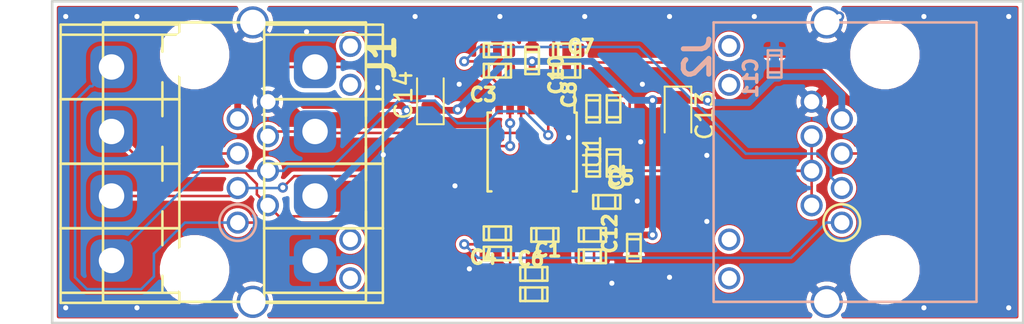
<source format=kicad_pcb>
(kicad_pcb (version 20171130) (host pcbnew "(5.1.0-14-gec24981cc)")

  (general
    (thickness 1.6)
    (drawings 4)
    (tracks 220)
    (zones 0)
    (modules 26)
    (nets 22)
  )

  (page A4)
  (layers
    (0 F.Cu signal)
    (31 B.Cu signal)
    (32 B.Adhes user)
    (33 F.Adhes user)
    (34 B.Paste user)
    (35 F.Paste user)
    (36 B.SilkS user)
    (37 F.SilkS user)
    (38 B.Mask user)
    (39 F.Mask user)
    (40 Dwgs.User user)
    (41 Cmts.User user)
    (42 Eco1.User user)
    (43 Eco2.User user)
    (44 Edge.Cuts user)
    (45 Margin user)
    (46 B.CrtYd user)
    (47 F.CrtYd user)
    (48 B.Fab user)
    (49 F.Fab user)
  )

  (setup
    (last_trace_width 0.15)
    (trace_clearance 0.2)
    (zone_clearance 0.2)
    (zone_45_only no)
    (trace_min 0.15)
    (via_size 0.6)
    (via_drill 0.3)
    (via_min_size 0.6)
    (via_min_drill 0.3)
    (uvia_size 0.3)
    (uvia_drill 0.1)
    (uvias_allowed no)
    (uvia_min_size 0.2)
    (uvia_min_drill 0.1)
    (edge_width 0.15)
    (segment_width 0.2)
    (pcb_text_width 0.3)
    (pcb_text_size 1.5 1.5)
    (mod_edge_width 0.15)
    (mod_text_size 1 1)
    (mod_text_width 0.15)
    (pad_size 0.59 0.8)
    (pad_drill 0)
    (pad_to_mask_clearance 0.2)
    (aux_axis_origin 0 0)
    (visible_elements FFF9FF7F)
    (pcbplotparams
      (layerselection 0x00030_ffffffff)
      (usegerberextensions false)
      (usegerberattributes true)
      (usegerberadvancedattributes true)
      (creategerberjobfile true)
      (excludeedgelayer true)
      (linewidth 0.100000)
      (plotframeref false)
      (viasonmask false)
      (mode 1)
      (useauxorigin false)
      (hpglpennumber 1)
      (hpglpenspeed 20)
      (hpglpendiameter 15.000000)
      (psnegative false)
      (psa4output false)
      (plotreference true)
      (plotvalue true)
      (plotinvisibletext false)
      (padsonsilk false)
      (subtractmaskfromsilk false)
      (outputformat 1)
      (mirror false)
      (drillshape 1)
      (scaleselection 1)
      (outputdirectory ""))
  )

  (net 0 "")
  (net 1 "Net-(C1-Pad2)")
  (net 2 "Net-(C2-Pad2)")
  (net 3 "Net-(C3-Pad1)")
  (net 4 "Net-(C3-Pad2)")
  (net 5 "Net-(C4-Pad2)")
  (net 6 "Net-(C4-Pad1)")
  (net 7 GND)
  (net 8 +5V)
  (net 9 "Net-(C7-Pad2)")
  (net 10 "Net-(C7-Pad1)")
  (net 11 "Net-(C8-Pad2)")
  (net 12 2.5V)
  (net 13 "Net-(C6-Pad2)")
  (net 14 "Net-(J1-Pad10)")
  (net 15 "Net-(J1-Pad9)")
  (net 16 "Net-(J1-Pad12)")
  (net 17 "Net-(J1-Pad11)")
  (net 18 "Net-(J2-Pad10)")
  (net 19 "Net-(J2-Pad9)")
  (net 20 "Net-(J2-Pad12)")
  (net 21 "Net-(J2-Pad11)")

  (net_class Default "This is the default net class."
    (clearance 0.2)
    (trace_width 0.15)
    (via_dia 0.6)
    (via_drill 0.3)
    (uvia_dia 0.3)
    (uvia_drill 0.1)
    (add_net +5V)
    (add_net 2.5V)
    (add_net GND)
    (add_net "Net-(C1-Pad2)")
    (add_net "Net-(C2-Pad2)")
    (add_net "Net-(C3-Pad1)")
    (add_net "Net-(C3-Pad2)")
    (add_net "Net-(C4-Pad1)")
    (add_net "Net-(C4-Pad2)")
    (add_net "Net-(C6-Pad2)")
    (add_net "Net-(C7-Pad1)")
    (add_net "Net-(C7-Pad2)")
    (add_net "Net-(C8-Pad2)")
    (add_net "Net-(J1-Pad10)")
    (add_net "Net-(J1-Pad11)")
    (add_net "Net-(J1-Pad12)")
    (add_net "Net-(J1-Pad9)")
    (add_net "Net-(J2-Pad10)")
    (add_net "Net-(J2-Pad11)")
    (add_net "Net-(J2-Pad12)")
    (add_net "Net-(J2-Pad9)")
  )

  (module stmbl-kicad-lib:R_0603 (layer F.Cu) (tedit 5AC562FC) (tstamp 5C70C95F)
    (at 145.3365 70.4 180)
    (descr "Resistor SMD 0603, reflow soldering, Vishay (see dcrcw.pdf)")
    (tags "resistor 0603")
    (path /5C724DB4)
    (attr smd)
    (fp_text reference R10 (at -3.248 0.04 180) (layer F.SilkS) hide
      (effects (font (size 0.8 0.8) (thickness 0.2)))
    )
    (fp_text value 100k (at 0 1.4 180) (layer F.Fab)
      (effects (font (size 1 1) (thickness 0.15)))
    )
    (fp_line (start 0.5 -0.4) (end 0.5 0.4) (layer F.SilkS) (width 0.15))
    (fp_line (start -0.5 -0.4) (end -0.5 0.4) (layer F.SilkS) (width 0.15))
    (fp_line (start 0.8 -0.4) (end -0.8 -0.4) (layer F.SilkS) (width 0.15))
    (fp_line (start 0.8 0.4) (end 0.8 -0.4) (layer F.SilkS) (width 0.15))
    (fp_line (start -0.8 0.4) (end 0.8 0.4) (layer F.SilkS) (width 0.15))
    (fp_line (start -0.8 -0.4) (end -0.8 0.4) (layer F.SilkS) (width 0.15))
    (fp_line (start -1.3 -0.6) (end 1.3 -0.6) (layer F.CrtYd) (width 0.05))
    (fp_line (start -1.3 0.6) (end 1.3 0.6) (layer F.CrtYd) (width 0.05))
    (fp_line (start -1.3 -0.6) (end -1.3 0.6) (layer F.CrtYd) (width 0.05))
    (fp_line (start 1.3 -0.6) (end 1.3 0.6) (layer F.CrtYd) (width 0.05))
    (pad 2 smd roundrect (at 0.75 0 180) (size 0.59 0.8) (layers F.Cu F.Paste F.Mask) (roundrect_rratio 0.25)
      (net 9 "Net-(C7-Pad2)") (solder_mask_margin 0.1))
    (pad 1 smd roundrect (at -0.75 0 180) (size 0.59 0.8) (layers F.Cu F.Paste F.Mask) (roundrect_rratio 0.25)
      (net 10 "Net-(C7-Pad1)") (solder_mask_margin 0.1))
    (model Resistors_SMD.3dshapes/R_0603.wrl
      (at (xyz 0 0 0))
      (scale (xyz 1 1 1))
      (rotate (xyz 0 0 0))
    )
  )

  (module stmbl-kicad-lib:R_0603 (layer F.Cu) (tedit 5AC562FC) (tstamp 5C70B23A)
    (at 148.1 73.85 270)
    (descr "Resistor SMD 0603, reflow soldering, Vishay (see dcrcw.pdf)")
    (tags "resistor 0603")
    (path /5C724DC0)
    (attr smd)
    (fp_text reference R9 (at -3.248 0.04 270) (layer F.SilkS) hide
      (effects (font (size 0.8 0.8) (thickness 0.2)))
    )
    (fp_text value 100k (at 0 1.4 270) (layer F.Fab)
      (effects (font (size 1 1) (thickness 0.15)))
    )
    (fp_line (start 0.5 -0.4) (end 0.5 0.4) (layer F.SilkS) (width 0.15))
    (fp_line (start -0.5 -0.4) (end -0.5 0.4) (layer F.SilkS) (width 0.15))
    (fp_line (start 0.8 -0.4) (end -0.8 -0.4) (layer F.SilkS) (width 0.15))
    (fp_line (start 0.8 0.4) (end 0.8 -0.4) (layer F.SilkS) (width 0.15))
    (fp_line (start -0.8 0.4) (end 0.8 0.4) (layer F.SilkS) (width 0.15))
    (fp_line (start -0.8 -0.4) (end -0.8 0.4) (layer F.SilkS) (width 0.15))
    (fp_line (start -1.3 -0.6) (end 1.3 -0.6) (layer F.CrtYd) (width 0.05))
    (fp_line (start -1.3 0.6) (end 1.3 0.6) (layer F.CrtYd) (width 0.05))
    (fp_line (start -1.3 -0.6) (end -1.3 0.6) (layer F.CrtYd) (width 0.05))
    (fp_line (start 1.3 -0.6) (end 1.3 0.6) (layer F.CrtYd) (width 0.05))
    (pad 2 smd roundrect (at 0.75 0 270) (size 0.59 0.8) (layers F.Cu F.Paste F.Mask) (roundrect_rratio 0.25)
      (net 11 "Net-(C8-Pad2)") (solder_mask_margin 0.1))
    (pad 1 smd roundrect (at -0.75 0 270) (size 0.59 0.8) (layers F.Cu F.Paste F.Mask) (roundrect_rratio 0.25)
      (net 12 2.5V) (solder_mask_margin 0.1))
    (model Resistors_SMD.3dshapes/R_0603.wrl
      (at (xyz 0 0 0))
      (scale (xyz 1 1 1))
      (rotate (xyz 0 0 0))
    )
  )

  (module stmbl-kicad-lib:R_0603 (layer F.Cu) (tedit 5AC562FC) (tstamp 592E3506)
    (at 146.85 82.562 180)
    (descr "Resistor SMD 0603, reflow soldering, Vishay (see dcrcw.pdf)")
    (tags "resistor 0603")
    (path /592E1BCC)
    (attr smd)
    (fp_text reference R8 (at -3.248 0.04 180) (layer F.SilkS) hide
      (effects (font (size 0.8 0.8) (thickness 0.2)))
    )
    (fp_text value 120 (at 0 1.4 180) (layer F.Fab)
      (effects (font (size 1 1) (thickness 0.15)))
    )
    (fp_line (start 0.5 -0.4) (end 0.5 0.4) (layer F.SilkS) (width 0.15))
    (fp_line (start -0.5 -0.4) (end -0.5 0.4) (layer F.SilkS) (width 0.15))
    (fp_line (start 0.8 -0.4) (end -0.8 -0.4) (layer F.SilkS) (width 0.15))
    (fp_line (start 0.8 0.4) (end 0.8 -0.4) (layer F.SilkS) (width 0.15))
    (fp_line (start -0.8 0.4) (end 0.8 0.4) (layer F.SilkS) (width 0.15))
    (fp_line (start -0.8 -0.4) (end -0.8 0.4) (layer F.SilkS) (width 0.15))
    (fp_line (start -1.3 -0.6) (end 1.3 -0.6) (layer F.CrtYd) (width 0.05))
    (fp_line (start -1.3 0.6) (end 1.3 0.6) (layer F.CrtYd) (width 0.05))
    (fp_line (start -1.3 -0.6) (end -1.3 0.6) (layer F.CrtYd) (width 0.05))
    (fp_line (start 1.3 -0.6) (end 1.3 0.6) (layer F.CrtYd) (width 0.05))
    (pad 2 smd roundrect (at 0.75 0 180) (size 0.59 0.8) (layers F.Cu F.Paste F.Mask) (roundrect_rratio 0.25)
      (net 13 "Net-(C6-Pad2)") (solder_mask_margin 0.1))
    (pad 1 smd roundrect (at -0.75 0 180) (size 0.59 0.8) (layers F.Cu F.Paste F.Mask) (roundrect_rratio 0.25)
      (net 7 GND) (solder_mask_margin 0.1))
    (model Resistors_SMD.3dshapes/R_0603.wrl
      (at (xyz 0 0 0))
      (scale (xyz 1 1 1))
      (rotate (xyz 0 0 0))
    )
  )

  (module stmbl-kicad-lib:R_0603 (layer F.Cu) (tedit 5AC562FC) (tstamp 592E34F6)
    (at 146.85 81.292)
    (descr "Resistor SMD 0603, reflow soldering, Vishay (see dcrcw.pdf)")
    (tags "resistor 0603")
    (path /592E1BC6)
    (attr smd)
    (fp_text reference R7 (at -3.248 0.04) (layer F.SilkS) hide
      (effects (font (size 0.8 0.8) (thickness 0.2)))
    )
    (fp_text value 120 (at 0 1.4) (layer F.Fab)
      (effects (font (size 1 1) (thickness 0.15)))
    )
    (fp_line (start 0.5 -0.4) (end 0.5 0.4) (layer F.SilkS) (width 0.15))
    (fp_line (start -0.5 -0.4) (end -0.5 0.4) (layer F.SilkS) (width 0.15))
    (fp_line (start 0.8 -0.4) (end -0.8 -0.4) (layer F.SilkS) (width 0.15))
    (fp_line (start 0.8 0.4) (end 0.8 -0.4) (layer F.SilkS) (width 0.15))
    (fp_line (start -0.8 0.4) (end 0.8 0.4) (layer F.SilkS) (width 0.15))
    (fp_line (start -0.8 -0.4) (end -0.8 0.4) (layer F.SilkS) (width 0.15))
    (fp_line (start -1.3 -0.6) (end 1.3 -0.6) (layer F.CrtYd) (width 0.05))
    (fp_line (start -1.3 0.6) (end 1.3 0.6) (layer F.CrtYd) (width 0.05))
    (fp_line (start -1.3 -0.6) (end -1.3 0.6) (layer F.CrtYd) (width 0.05))
    (fp_line (start 1.3 -0.6) (end 1.3 0.6) (layer F.CrtYd) (width 0.05))
    (pad 2 smd roundrect (at 0.75 0) (size 0.59 0.8) (layers F.Cu F.Paste F.Mask) (roundrect_rratio 0.25)
      (net 8 +5V) (solder_mask_margin 0.1))
    (pad 1 smd roundrect (at -0.75 0) (size 0.59 0.8) (layers F.Cu F.Paste F.Mask) (roundrect_rratio 0.25)
      (net 13 "Net-(C6-Pad2)") (solder_mask_margin 0.1))
    (model Resistors_SMD.3dshapes/R_0603.wrl
      (at (xyz 0 0 0))
      (scale (xyz 1 1 1))
      (rotate (xyz 0 0 0))
    )
  )

  (module stmbl-kicad-lib:R_0603 (layer F.Cu) (tedit 5AC562FC) (tstamp 5C74706A)
    (at 141.25 70.4)
    (descr "Resistor SMD 0603, reflow soldering, Vishay (see dcrcw.pdf)")
    (tags "resistor 0603")
    (path /592E0847)
    (attr smd)
    (fp_text reference R4 (at -3.248 0.04) (layer F.SilkS) hide
      (effects (font (size 0.8 0.8) (thickness 0.2)))
    )
    (fp_text value 100k (at 0 1.4) (layer F.Fab)
      (effects (font (size 1 1) (thickness 0.15)))
    )
    (fp_line (start 0.5 -0.4) (end 0.5 0.4) (layer F.SilkS) (width 0.15))
    (fp_line (start -0.5 -0.4) (end -0.5 0.4) (layer F.SilkS) (width 0.15))
    (fp_line (start 0.8 -0.4) (end -0.8 -0.4) (layer F.SilkS) (width 0.15))
    (fp_line (start 0.8 0.4) (end 0.8 -0.4) (layer F.SilkS) (width 0.15))
    (fp_line (start -0.8 0.4) (end 0.8 0.4) (layer F.SilkS) (width 0.15))
    (fp_line (start -0.8 -0.4) (end -0.8 0.4) (layer F.SilkS) (width 0.15))
    (fp_line (start -1.3 -0.6) (end 1.3 -0.6) (layer F.CrtYd) (width 0.05))
    (fp_line (start -1.3 0.6) (end 1.3 0.6) (layer F.CrtYd) (width 0.05))
    (fp_line (start -1.3 -0.6) (end -1.3 0.6) (layer F.CrtYd) (width 0.05))
    (fp_line (start 1.3 -0.6) (end 1.3 0.6) (layer F.CrtYd) (width 0.05))
    (pad 2 smd roundrect (at 0.75 0) (size 0.59 0.8) (layers F.Cu F.Paste F.Mask) (roundrect_rratio 0.25)
      (net 4 "Net-(C3-Pad2)") (solder_mask_margin 0.1))
    (pad 1 smd roundrect (at -0.75 0) (size 0.59 0.8) (layers F.Cu F.Paste F.Mask) (roundrect_rratio 0.25)
      (net 3 "Net-(C3-Pad1)") (solder_mask_margin 0.1))
    (model Resistors_SMD.3dshapes/R_0603.wrl
      (at (xyz 0 0 0))
      (scale (xyz 1 1 1))
      (rotate (xyz 0 0 0))
    )
  )

  (module stmbl-kicad-lib:R_0603 (layer F.Cu) (tedit 5AC562FC) (tstamp 592E34B6)
    (at 141.25 82.4)
    (descr "Resistor SMD 0603, reflow soldering, Vishay (see dcrcw.pdf)")
    (tags "resistor 0603")
    (path /592E08D0)
    (attr smd)
    (fp_text reference R3 (at -3.248 0.04) (layer F.SilkS) hide
      (effects (font (size 0.8 0.8) (thickness 0.2)))
    )
    (fp_text value 100k (at 0 1.4) (layer F.Fab)
      (effects (font (size 1 1) (thickness 0.15)))
    )
    (fp_line (start 0.5 -0.4) (end 0.5 0.4) (layer F.SilkS) (width 0.15))
    (fp_line (start -0.5 -0.4) (end -0.5 0.4) (layer F.SilkS) (width 0.15))
    (fp_line (start 0.8 -0.4) (end -0.8 -0.4) (layer F.SilkS) (width 0.15))
    (fp_line (start 0.8 0.4) (end 0.8 -0.4) (layer F.SilkS) (width 0.15))
    (fp_line (start -0.8 0.4) (end 0.8 0.4) (layer F.SilkS) (width 0.15))
    (fp_line (start -0.8 -0.4) (end -0.8 0.4) (layer F.SilkS) (width 0.15))
    (fp_line (start -1.3 -0.6) (end 1.3 -0.6) (layer F.CrtYd) (width 0.05))
    (fp_line (start -1.3 0.6) (end 1.3 0.6) (layer F.CrtYd) (width 0.05))
    (fp_line (start -1.3 -0.6) (end -1.3 0.6) (layer F.CrtYd) (width 0.05))
    (fp_line (start 1.3 -0.6) (end 1.3 0.6) (layer F.CrtYd) (width 0.05))
    (pad 2 smd roundrect (at 0.75 0) (size 0.59 0.8) (layers F.Cu F.Paste F.Mask) (roundrect_rratio 0.25)
      (net 5 "Net-(C4-Pad2)") (solder_mask_margin 0.1))
    (pad 1 smd roundrect (at -0.75 0) (size 0.59 0.8) (layers F.Cu F.Paste F.Mask) (roundrect_rratio 0.25)
      (net 6 "Net-(C4-Pad1)") (solder_mask_margin 0.1))
    (model Resistors_SMD.3dshapes/R_0603.wrl
      (at (xyz 0 0 0))
      (scale (xyz 1 1 1))
      (rotate (xyz 0 0 0))
    )
  )

  (module stmbl-kicad-lib:R_0603 (layer F.Cu) (tedit 5AC562FC) (tstamp 592E34A6)
    (at 148.1 77.05 90)
    (descr "Resistor SMD 0603, reflow soldering, Vishay (see dcrcw.pdf)")
    (tags "resistor 0603")
    (path /592E0DC4)
    (attr smd)
    (fp_text reference R2 (at -3.248 0.04 90) (layer F.SilkS) hide
      (effects (font (size 0.8 0.8) (thickness 0.2)))
    )
    (fp_text value 100k (at 0 1.4 90) (layer F.Fab)
      (effects (font (size 1 1) (thickness 0.15)))
    )
    (fp_line (start 0.5 -0.4) (end 0.5 0.4) (layer F.SilkS) (width 0.15))
    (fp_line (start -0.5 -0.4) (end -0.5 0.4) (layer F.SilkS) (width 0.15))
    (fp_line (start 0.8 -0.4) (end -0.8 -0.4) (layer F.SilkS) (width 0.15))
    (fp_line (start 0.8 0.4) (end 0.8 -0.4) (layer F.SilkS) (width 0.15))
    (fp_line (start -0.8 0.4) (end 0.8 0.4) (layer F.SilkS) (width 0.15))
    (fp_line (start -0.8 -0.4) (end -0.8 0.4) (layer F.SilkS) (width 0.15))
    (fp_line (start -1.3 -0.6) (end 1.3 -0.6) (layer F.CrtYd) (width 0.05))
    (fp_line (start -1.3 0.6) (end 1.3 0.6) (layer F.CrtYd) (width 0.05))
    (fp_line (start -1.3 -0.6) (end -1.3 0.6) (layer F.CrtYd) (width 0.05))
    (fp_line (start 1.3 -0.6) (end 1.3 0.6) (layer F.CrtYd) (width 0.05))
    (pad 2 smd roundrect (at 0.75 0 90) (size 0.59 0.8) (layers F.Cu F.Paste F.Mask) (roundrect_rratio 0.25)
      (net 2 "Net-(C2-Pad2)") (solder_mask_margin 0.1))
    (pad 1 smd roundrect (at -0.75 0 90) (size 0.59 0.8) (layers F.Cu F.Paste F.Mask) (roundrect_rratio 0.25)
      (net 12 2.5V) (solder_mask_margin 0.1))
    (model Resistors_SMD.3dshapes/R_0603.wrl
      (at (xyz 0 0 0))
      (scale (xyz 1 1 1))
      (rotate (xyz 0 0 0))
    )
  )

  (module stmbl-kicad-lib:R_0603 (layer F.Cu) (tedit 5AC562FC) (tstamp 592E3496)
    (at 143.4 84.8 180)
    (descr "Resistor SMD 0603, reflow soldering, Vishay (see dcrcw.pdf)")
    (tags "resistor 0603")
    (path /592E0C0B)
    (attr smd)
    (fp_text reference R1 (at -3.248 0.04 180) (layer F.SilkS) hide
      (effects (font (size 0.8 0.8) (thickness 0.2)))
    )
    (fp_text value 100k (at 0 1.4 180) (layer F.Fab)
      (effects (font (size 1 1) (thickness 0.15)))
    )
    (fp_line (start 0.5 -0.4) (end 0.5 0.4) (layer F.SilkS) (width 0.15))
    (fp_line (start -0.5 -0.4) (end -0.5 0.4) (layer F.SilkS) (width 0.15))
    (fp_line (start 0.8 -0.4) (end -0.8 -0.4) (layer F.SilkS) (width 0.15))
    (fp_line (start 0.8 0.4) (end 0.8 -0.4) (layer F.SilkS) (width 0.15))
    (fp_line (start -0.8 0.4) (end 0.8 0.4) (layer F.SilkS) (width 0.15))
    (fp_line (start -0.8 -0.4) (end -0.8 0.4) (layer F.SilkS) (width 0.15))
    (fp_line (start -1.3 -0.6) (end 1.3 -0.6) (layer F.CrtYd) (width 0.05))
    (fp_line (start -1.3 0.6) (end 1.3 0.6) (layer F.CrtYd) (width 0.05))
    (fp_line (start -1.3 -0.6) (end -1.3 0.6) (layer F.CrtYd) (width 0.05))
    (fp_line (start 1.3 -0.6) (end 1.3 0.6) (layer F.CrtYd) (width 0.05))
    (pad 2 smd roundrect (at 0.75 0 180) (size 0.59 0.8) (layers F.Cu F.Paste F.Mask) (roundrect_rratio 0.25)
      (net 1 "Net-(C1-Pad2)") (solder_mask_margin 0.1))
    (pad 1 smd roundrect (at -0.75 0 180) (size 0.59 0.8) (layers F.Cu F.Paste F.Mask) (roundrect_rratio 0.25)
      (net 12 2.5V) (solder_mask_margin 0.1))
    (model Resistors_SMD.3dshapes/R_0603.wrl
      (at (xyz 0 0 0))
      (scale (xyz 1 1 1))
      (rotate (xyz 0 0 0))
    )
  )

  (module stmbl-kicad-lib:C_0603 (layer F.Cu) (tedit 5AC56310) (tstamp 5C70E995)
    (at 149.3 82.05 270)
    (descr "Capacitor SMD 0603, reflow soldering, AVX (see smccp.pdf)")
    (tags "capacitor 0603")
    (path /5C7501E4)
    (attr smd)
    (fp_text reference C12 (at -0.834 1.416 270) (layer F.SilkS)
      (effects (font (size 0.8 0.8) (thickness 0.2)))
    )
    (fp_text value C (at 0 1.4 270) (layer F.Fab)
      (effects (font (size 1 1) (thickness 0.15)))
    )
    (fp_line (start 0.5 -0.4) (end 0.5 0.4) (layer F.SilkS) (width 0.15))
    (fp_line (start -0.5 -0.4) (end -0.5 0.4) (layer F.SilkS) (width 0.15))
    (fp_line (start 0.8 -0.4) (end -0.8 -0.4) (layer F.SilkS) (width 0.15))
    (fp_line (start 0.8 0.4) (end 0.8 -0.4) (layer F.SilkS) (width 0.15))
    (fp_line (start -0.8 0.4) (end 0.8 0.4) (layer F.SilkS) (width 0.15))
    (fp_line (start -0.8 -0.4) (end -0.8 0.4) (layer F.SilkS) (width 0.15))
    (fp_line (start -1.3 -0.6) (end 1.3 -0.6) (layer F.CrtYd) (width 0.05))
    (fp_line (start -1.3 0.6) (end 1.3 0.6) (layer F.CrtYd) (width 0.05))
    (fp_line (start -1.3 -0.6) (end -1.3 0.6) (layer F.CrtYd) (width 0.05))
    (fp_line (start 1.3 -0.6) (end 1.3 0.6) (layer F.CrtYd) (width 0.05))
    (pad 2 smd roundrect (at 0.75 0 270) (size 0.59 0.8) (layers F.Cu F.Paste F.Mask) (roundrect_rratio 0.25)
      (net 7 GND))
    (pad 1 smd roundrect (at -0.75 0 270) (size 0.59 0.8) (layers F.Cu F.Paste F.Mask) (roundrect_rratio 0.25)
      (net 8 +5V))
    (model Capacitors_SMD.3dshapes/C_0603.wrl
      (at (xyz 0 0 0))
      (scale (xyz 1 1 1))
      (rotate (xyz 0 0 0))
    )
  )

  (module stmbl-kicad-lib:C_0603 (layer B.Cu) (tedit 5AC56310) (tstamp 5C70E985)
    (at 157.6 71.2 90)
    (descr "Capacitor SMD 0603, reflow soldering, AVX (see smccp.pdf)")
    (tags "capacitor 0603")
    (path /5C74FF0F)
    (attr smd)
    (fp_text reference C11 (at -0.834 -1.416 90) (layer B.SilkS)
      (effects (font (size 0.8 0.8) (thickness 0.2)) (justify mirror))
    )
    (fp_text value C (at 0 -1.4 90) (layer B.Fab)
      (effects (font (size 1 1) (thickness 0.15)) (justify mirror))
    )
    (fp_line (start 0.5 0.4) (end 0.5 -0.4) (layer B.SilkS) (width 0.15))
    (fp_line (start -0.5 0.4) (end -0.5 -0.4) (layer B.SilkS) (width 0.15))
    (fp_line (start 0.8 0.4) (end -0.8 0.4) (layer B.SilkS) (width 0.15))
    (fp_line (start 0.8 -0.4) (end 0.8 0.4) (layer B.SilkS) (width 0.15))
    (fp_line (start -0.8 -0.4) (end 0.8 -0.4) (layer B.SilkS) (width 0.15))
    (fp_line (start -0.8 0.4) (end -0.8 -0.4) (layer B.SilkS) (width 0.15))
    (fp_line (start -1.3 0.6) (end 1.3 0.6) (layer B.CrtYd) (width 0.05))
    (fp_line (start -1.3 -0.6) (end 1.3 -0.6) (layer B.CrtYd) (width 0.05))
    (fp_line (start -1.3 0.6) (end -1.3 -0.6) (layer B.CrtYd) (width 0.05))
    (fp_line (start 1.3 0.6) (end 1.3 -0.6) (layer B.CrtYd) (width 0.05))
    (pad 2 smd roundrect (at 0.75 0 90) (size 0.59 0.8) (layers B.Cu B.Paste B.Mask) (roundrect_rratio 0.25)
      (net 7 GND))
    (pad 1 smd roundrect (at -0.75 0 90) (size 0.59 0.8) (layers B.Cu B.Paste B.Mask) (roundrect_rratio 0.25)
      (net 8 +5V))
    (model Capacitors_SMD.3dshapes/C_0603.wrl
      (at (xyz 0 0 0))
      (scale (xyz 1 1 1))
      (rotate (xyz 0 0 0))
    )
  )

  (module stmbl-kicad-lib:C_0603 (layer F.Cu) (tedit 5AC56310) (tstamp 5C70E975)
    (at 143.3 71 90)
    (descr "Capacitor SMD 0603, reflow soldering, AVX (see smccp.pdf)")
    (tags "capacitor 0603")
    (path /5C74F384)
    (attr smd)
    (fp_text reference C10 (at -0.834 1.416 90) (layer F.SilkS)
      (effects (font (size 0.8 0.8) (thickness 0.2)))
    )
    (fp_text value C (at 0 1.4 90) (layer F.Fab)
      (effects (font (size 1 1) (thickness 0.15)))
    )
    (fp_line (start 0.5 -0.4) (end 0.5 0.4) (layer F.SilkS) (width 0.15))
    (fp_line (start -0.5 -0.4) (end -0.5 0.4) (layer F.SilkS) (width 0.15))
    (fp_line (start 0.8 -0.4) (end -0.8 -0.4) (layer F.SilkS) (width 0.15))
    (fp_line (start 0.8 0.4) (end 0.8 -0.4) (layer F.SilkS) (width 0.15))
    (fp_line (start -0.8 0.4) (end 0.8 0.4) (layer F.SilkS) (width 0.15))
    (fp_line (start -0.8 -0.4) (end -0.8 0.4) (layer F.SilkS) (width 0.15))
    (fp_line (start -1.3 -0.6) (end 1.3 -0.6) (layer F.CrtYd) (width 0.05))
    (fp_line (start -1.3 0.6) (end 1.3 0.6) (layer F.CrtYd) (width 0.05))
    (fp_line (start -1.3 -0.6) (end -1.3 0.6) (layer F.CrtYd) (width 0.05))
    (fp_line (start 1.3 -0.6) (end 1.3 0.6) (layer F.CrtYd) (width 0.05))
    (pad 2 smd roundrect (at 0.75 0 90) (size 0.59 0.8) (layers F.Cu F.Paste F.Mask) (roundrect_rratio 0.25)
      (net 7 GND))
    (pad 1 smd roundrect (at -0.75 0 90) (size 0.59 0.8) (layers F.Cu F.Paste F.Mask) (roundrect_rratio 0.25)
      (net 8 +5V))
    (model Capacitors_SMD.3dshapes/C_0603.wrl
      (at (xyz 0 0 0))
      (scale (xyz 1 1 1))
      (rotate (xyz 0 0 0))
    )
  )

  (module stmbl-kicad-lib:C_0603 (layer F.Cu) (tedit 5AC56310) (tstamp 5C70CD32)
    (at 146.9 73.85 270)
    (descr "Capacitor SMD 0603, reflow soldering, AVX (see smccp.pdf)")
    (tags "capacitor 0603")
    (path /5C724DC6)
    (attr smd)
    (fp_text reference C8 (at -0.834 1.416 270) (layer F.SilkS)
      (effects (font (size 0.8 0.8) (thickness 0.2)))
    )
    (fp_text value 27p (at 0 1.4 270) (layer F.Fab)
      (effects (font (size 1 1) (thickness 0.15)))
    )
    (fp_line (start 0.5 -0.4) (end 0.5 0.4) (layer F.SilkS) (width 0.15))
    (fp_line (start -0.5 -0.4) (end -0.5 0.4) (layer F.SilkS) (width 0.15))
    (fp_line (start 0.8 -0.4) (end -0.8 -0.4) (layer F.SilkS) (width 0.15))
    (fp_line (start 0.8 0.4) (end 0.8 -0.4) (layer F.SilkS) (width 0.15))
    (fp_line (start -0.8 0.4) (end 0.8 0.4) (layer F.SilkS) (width 0.15))
    (fp_line (start -0.8 -0.4) (end -0.8 0.4) (layer F.SilkS) (width 0.15))
    (fp_line (start -1.3 -0.6) (end 1.3 -0.6) (layer F.CrtYd) (width 0.05))
    (fp_line (start -1.3 0.6) (end 1.3 0.6) (layer F.CrtYd) (width 0.05))
    (fp_line (start -1.3 -0.6) (end -1.3 0.6) (layer F.CrtYd) (width 0.05))
    (fp_line (start 1.3 -0.6) (end 1.3 0.6) (layer F.CrtYd) (width 0.05))
    (pad 2 smd roundrect (at 0.75 0 270) (size 0.59 0.8) (layers F.Cu F.Paste F.Mask) (roundrect_rratio 0.25)
      (net 11 "Net-(C8-Pad2)"))
    (pad 1 smd roundrect (at -0.75 0 270) (size 0.59 0.8) (layers F.Cu F.Paste F.Mask) (roundrect_rratio 0.25)
      (net 12 2.5V))
    (model Capacitors_SMD.3dshapes/C_0603.wrl
      (at (xyz 0 0 0))
      (scale (xyz 1 1 1))
      (rotate (xyz 0 0 0))
    )
  )

  (module stmbl-kicad-lib:C_0603 (layer F.Cu) (tedit 5AC56310) (tstamp 5C748655)
    (at 145.3365 71.6 180)
    (descr "Capacitor SMD 0603, reflow soldering, AVX (see smccp.pdf)")
    (tags "capacitor 0603")
    (path /5C724DBA)
    (attr smd)
    (fp_text reference C7 (at -0.834 1.416 180) (layer F.SilkS)
      (effects (font (size 0.8 0.8) (thickness 0.2)))
    )
    (fp_text value 27p (at 0 1.4 180) (layer F.Fab)
      (effects (font (size 1 1) (thickness 0.15)))
    )
    (fp_line (start 0.5 -0.4) (end 0.5 0.4) (layer F.SilkS) (width 0.15))
    (fp_line (start -0.5 -0.4) (end -0.5 0.4) (layer F.SilkS) (width 0.15))
    (fp_line (start 0.8 -0.4) (end -0.8 -0.4) (layer F.SilkS) (width 0.15))
    (fp_line (start 0.8 0.4) (end 0.8 -0.4) (layer F.SilkS) (width 0.15))
    (fp_line (start -0.8 0.4) (end 0.8 0.4) (layer F.SilkS) (width 0.15))
    (fp_line (start -0.8 -0.4) (end -0.8 0.4) (layer F.SilkS) (width 0.15))
    (fp_line (start -1.3 -0.6) (end 1.3 -0.6) (layer F.CrtYd) (width 0.05))
    (fp_line (start -1.3 0.6) (end 1.3 0.6) (layer F.CrtYd) (width 0.05))
    (fp_line (start -1.3 -0.6) (end -1.3 0.6) (layer F.CrtYd) (width 0.05))
    (fp_line (start 1.3 -0.6) (end 1.3 0.6) (layer F.CrtYd) (width 0.05))
    (pad 2 smd roundrect (at 0.75 0 180) (size 0.59 0.8) (layers F.Cu F.Paste F.Mask) (roundrect_rratio 0.25)
      (net 9 "Net-(C7-Pad2)"))
    (pad 1 smd roundrect (at -0.75 0 180) (size 0.59 0.8) (layers F.Cu F.Paste F.Mask) (roundrect_rratio 0.25)
      (net 10 "Net-(C7-Pad1)"))
    (model Capacitors_SMD.3dshapes/C_0603.wrl
      (at (xyz 0 0 0))
      (scale (xyz 1 1 1))
      (rotate (xyz 0 0 0))
    )
  )

  (module stmbl-kicad-lib:C_0603 (layer F.Cu) (tedit 5AC56310) (tstamp 592E3456)
    (at 144.05 81.3)
    (descr "Capacitor SMD 0603, reflow soldering, AVX (see smccp.pdf)")
    (tags "capacitor 0603")
    (path /592E1BDE)
    (attr smd)
    (fp_text reference C6 (at -0.834 1.416) (layer F.SilkS)
      (effects (font (size 0.8 0.8) (thickness 0.2)))
    )
    (fp_text value 100n (at 0 1.4) (layer F.Fab)
      (effects (font (size 1 1) (thickness 0.15)))
    )
    (fp_line (start 0.5 -0.4) (end 0.5 0.4) (layer F.SilkS) (width 0.15))
    (fp_line (start -0.5 -0.4) (end -0.5 0.4) (layer F.SilkS) (width 0.15))
    (fp_line (start 0.8 -0.4) (end -0.8 -0.4) (layer F.SilkS) (width 0.15))
    (fp_line (start 0.8 0.4) (end 0.8 -0.4) (layer F.SilkS) (width 0.15))
    (fp_line (start -0.8 0.4) (end 0.8 0.4) (layer F.SilkS) (width 0.15))
    (fp_line (start -0.8 -0.4) (end -0.8 0.4) (layer F.SilkS) (width 0.15))
    (fp_line (start -1.3 -0.6) (end 1.3 -0.6) (layer F.CrtYd) (width 0.05))
    (fp_line (start -1.3 0.6) (end 1.3 0.6) (layer F.CrtYd) (width 0.05))
    (fp_line (start -1.3 -0.6) (end -1.3 0.6) (layer F.CrtYd) (width 0.05))
    (fp_line (start 1.3 -0.6) (end 1.3 0.6) (layer F.CrtYd) (width 0.05))
    (pad 2 smd roundrect (at 0.75 0) (size 0.59 0.8) (layers F.Cu F.Paste F.Mask) (roundrect_rratio 0.25)
      (net 13 "Net-(C6-Pad2)"))
    (pad 1 smd roundrect (at -0.75 0) (size 0.59 0.8) (layers F.Cu F.Paste F.Mask) (roundrect_rratio 0.25)
      (net 7 GND))
    (model Capacitors_SMD.3dshapes/C_0603.wrl
      (at (xyz 0 0 0))
      (scale (xyz 1 1 1))
      (rotate (xyz 0 0 0))
    )
  )

  (module stmbl-kicad-lib:C_0603 (layer F.Cu) (tedit 5AC56310) (tstamp 5C7459F8)
    (at 147.7 79.35 180)
    (descr "Capacitor SMD 0603, reflow soldering, AVX (see smccp.pdf)")
    (tags "capacitor 0603")
    (path /5D7971E6)
    (attr smd)
    (fp_text reference C5 (at -0.834 1.416 180) (layer F.SilkS)
      (effects (font (size 0.8 0.8) (thickness 0.2)))
    )
    (fp_text value 100n (at 0 1.4 180) (layer F.Fab)
      (effects (font (size 1 1) (thickness 0.15)))
    )
    (fp_line (start 0.5 -0.4) (end 0.5 0.4) (layer F.SilkS) (width 0.15))
    (fp_line (start -0.5 -0.4) (end -0.5 0.4) (layer F.SilkS) (width 0.15))
    (fp_line (start 0.8 -0.4) (end -0.8 -0.4) (layer F.SilkS) (width 0.15))
    (fp_line (start 0.8 0.4) (end 0.8 -0.4) (layer F.SilkS) (width 0.15))
    (fp_line (start -0.8 0.4) (end 0.8 0.4) (layer F.SilkS) (width 0.15))
    (fp_line (start -0.8 -0.4) (end -0.8 0.4) (layer F.SilkS) (width 0.15))
    (fp_line (start -1.3 -0.6) (end 1.3 -0.6) (layer F.CrtYd) (width 0.05))
    (fp_line (start -1.3 0.6) (end 1.3 0.6) (layer F.CrtYd) (width 0.05))
    (fp_line (start -1.3 -0.6) (end -1.3 0.6) (layer F.CrtYd) (width 0.05))
    (fp_line (start 1.3 -0.6) (end 1.3 0.6) (layer F.CrtYd) (width 0.05))
    (pad 2 smd roundrect (at 0.75 0 180) (size 0.59 0.8) (layers F.Cu F.Paste F.Mask) (roundrect_rratio 0.25)
      (net 12 2.5V))
    (pad 1 smd roundrect (at -0.75 0 180) (size 0.59 0.8) (layers F.Cu F.Paste F.Mask) (roundrect_rratio 0.25)
      (net 7 GND))
    (model Capacitors_SMD.3dshapes/C_0603.wrl
      (at (xyz 0 0 0))
      (scale (xyz 1 1 1))
      (rotate (xyz 0 0 0))
    )
  )

  (module stmbl-kicad-lib:C_0603 (layer F.Cu) (tedit 5AC56310) (tstamp 592E3436)
    (at 141.25 81.2)
    (descr "Capacitor SMD 0603, reflow soldering, AVX (see smccp.pdf)")
    (tags "capacitor 0603")
    (path /592E0942)
    (attr smd)
    (fp_text reference C4 (at -0.834 1.416) (layer F.SilkS)
      (effects (font (size 0.8 0.8) (thickness 0.2)))
    )
    (fp_text value 27p (at 0 1.4) (layer F.Fab)
      (effects (font (size 1 1) (thickness 0.15)))
    )
    (fp_line (start 0.5 -0.4) (end 0.5 0.4) (layer F.SilkS) (width 0.15))
    (fp_line (start -0.5 -0.4) (end -0.5 0.4) (layer F.SilkS) (width 0.15))
    (fp_line (start 0.8 -0.4) (end -0.8 -0.4) (layer F.SilkS) (width 0.15))
    (fp_line (start 0.8 0.4) (end 0.8 -0.4) (layer F.SilkS) (width 0.15))
    (fp_line (start -0.8 0.4) (end 0.8 0.4) (layer F.SilkS) (width 0.15))
    (fp_line (start -0.8 -0.4) (end -0.8 0.4) (layer F.SilkS) (width 0.15))
    (fp_line (start -1.3 -0.6) (end 1.3 -0.6) (layer F.CrtYd) (width 0.05))
    (fp_line (start -1.3 0.6) (end 1.3 0.6) (layer F.CrtYd) (width 0.05))
    (fp_line (start -1.3 -0.6) (end -1.3 0.6) (layer F.CrtYd) (width 0.05))
    (fp_line (start 1.3 -0.6) (end 1.3 0.6) (layer F.CrtYd) (width 0.05))
    (pad 2 smd roundrect (at 0.75 0) (size 0.59 0.8) (layers F.Cu F.Paste F.Mask) (roundrect_rratio 0.25)
      (net 5 "Net-(C4-Pad2)"))
    (pad 1 smd roundrect (at -0.75 0) (size 0.59 0.8) (layers F.Cu F.Paste F.Mask) (roundrect_rratio 0.25)
      (net 6 "Net-(C4-Pad1)"))
    (model Capacitors_SMD.3dshapes/C_0603.wrl
      (at (xyz 0 0 0))
      (scale (xyz 1 1 1))
      (rotate (xyz 0 0 0))
    )
  )

  (module stmbl-kicad-lib:C_0603 (layer F.Cu) (tedit 5AC56310) (tstamp 5C746FF0)
    (at 141.25 71.6)
    (descr "Capacitor SMD 0603, reflow soldering, AVX (see smccp.pdf)")
    (tags "capacitor 0603")
    (path /592E0986)
    (attr smd)
    (fp_text reference C3 (at -0.834 1.416) (layer F.SilkS)
      (effects (font (size 0.8 0.8) (thickness 0.2)))
    )
    (fp_text value 27p (at 0 1.4) (layer F.Fab)
      (effects (font (size 1 1) (thickness 0.15)))
    )
    (fp_line (start 0.5 -0.4) (end 0.5 0.4) (layer F.SilkS) (width 0.15))
    (fp_line (start -0.5 -0.4) (end -0.5 0.4) (layer F.SilkS) (width 0.15))
    (fp_line (start 0.8 -0.4) (end -0.8 -0.4) (layer F.SilkS) (width 0.15))
    (fp_line (start 0.8 0.4) (end 0.8 -0.4) (layer F.SilkS) (width 0.15))
    (fp_line (start -0.8 0.4) (end 0.8 0.4) (layer F.SilkS) (width 0.15))
    (fp_line (start -0.8 -0.4) (end -0.8 0.4) (layer F.SilkS) (width 0.15))
    (fp_line (start -1.3 -0.6) (end 1.3 -0.6) (layer F.CrtYd) (width 0.05))
    (fp_line (start -1.3 0.6) (end 1.3 0.6) (layer F.CrtYd) (width 0.05))
    (fp_line (start -1.3 -0.6) (end -1.3 0.6) (layer F.CrtYd) (width 0.05))
    (fp_line (start 1.3 -0.6) (end 1.3 0.6) (layer F.CrtYd) (width 0.05))
    (pad 2 smd roundrect (at 0.75 0) (size 0.59 0.8) (layers F.Cu F.Paste F.Mask) (roundrect_rratio 0.25)
      (net 4 "Net-(C3-Pad2)"))
    (pad 1 smd roundrect (at -0.75 0) (size 0.59 0.8) (layers F.Cu F.Paste F.Mask) (roundrect_rratio 0.25)
      (net 3 "Net-(C3-Pad1)"))
    (model Capacitors_SMD.3dshapes/C_0603.wrl
      (at (xyz 0 0 0))
      (scale (xyz 1 1 1))
      (rotate (xyz 0 0 0))
    )
  )

  (module stmbl-kicad-lib:C_0603 (layer F.Cu) (tedit 5AC56310) (tstamp 592E3416)
    (at 146.9 77.05 90)
    (descr "Capacitor SMD 0603, reflow soldering, AVX (see smccp.pdf)")
    (tags "capacitor 0603")
    (path /592E0E05)
    (attr smd)
    (fp_text reference C2 (at -0.834 1.416 90) (layer F.SilkS)
      (effects (font (size 0.8 0.8) (thickness 0.2)))
    )
    (fp_text value 27p (at 0 1.4 90) (layer F.Fab)
      (effects (font (size 1 1) (thickness 0.15)))
    )
    (fp_line (start 0.5 -0.4) (end 0.5 0.4) (layer F.SilkS) (width 0.15))
    (fp_line (start -0.5 -0.4) (end -0.5 0.4) (layer F.SilkS) (width 0.15))
    (fp_line (start 0.8 -0.4) (end -0.8 -0.4) (layer F.SilkS) (width 0.15))
    (fp_line (start 0.8 0.4) (end 0.8 -0.4) (layer F.SilkS) (width 0.15))
    (fp_line (start -0.8 0.4) (end 0.8 0.4) (layer F.SilkS) (width 0.15))
    (fp_line (start -0.8 -0.4) (end -0.8 0.4) (layer F.SilkS) (width 0.15))
    (fp_line (start -1.3 -0.6) (end 1.3 -0.6) (layer F.CrtYd) (width 0.05))
    (fp_line (start -1.3 0.6) (end 1.3 0.6) (layer F.CrtYd) (width 0.05))
    (fp_line (start -1.3 -0.6) (end -1.3 0.6) (layer F.CrtYd) (width 0.05))
    (fp_line (start 1.3 -0.6) (end 1.3 0.6) (layer F.CrtYd) (width 0.05))
    (pad 2 smd roundrect (at 0.75 0 90) (size 0.59 0.8) (layers F.Cu F.Paste F.Mask) (roundrect_rratio 0.25)
      (net 2 "Net-(C2-Pad2)"))
    (pad 1 smd roundrect (at -0.75 0 90) (size 0.59 0.8) (layers F.Cu F.Paste F.Mask) (roundrect_rratio 0.25)
      (net 12 2.5V))
    (model Capacitors_SMD.3dshapes/C_0603.wrl
      (at (xyz 0 0 0))
      (scale (xyz 1 1 1))
      (rotate (xyz 0 0 0))
    )
  )

  (module stmbl-kicad-lib:C_0603 (layer F.Cu) (tedit 5AC56310) (tstamp 5C8B1BE3)
    (at 143.4 83.6 180)
    (descr "Capacitor SMD 0603, reflow soldering, AVX (see smccp.pdf)")
    (tags "capacitor 0603")
    (path /592E0C46)
    (attr smd)
    (fp_text reference C1 (at -0.834 1.416 180) (layer F.SilkS)
      (effects (font (size 0.8 0.8) (thickness 0.2)))
    )
    (fp_text value 27p (at 0 1.4 180) (layer F.Fab)
      (effects (font (size 1 1) (thickness 0.15)))
    )
    (fp_line (start 0.5 -0.4) (end 0.5 0.4) (layer F.SilkS) (width 0.15))
    (fp_line (start -0.5 -0.4) (end -0.5 0.4) (layer F.SilkS) (width 0.15))
    (fp_line (start 0.8 -0.4) (end -0.8 -0.4) (layer F.SilkS) (width 0.15))
    (fp_line (start 0.8 0.4) (end 0.8 -0.4) (layer F.SilkS) (width 0.15))
    (fp_line (start -0.8 0.4) (end 0.8 0.4) (layer F.SilkS) (width 0.15))
    (fp_line (start -0.8 -0.4) (end -0.8 0.4) (layer F.SilkS) (width 0.15))
    (fp_line (start -1.3 -0.6) (end 1.3 -0.6) (layer F.CrtYd) (width 0.05))
    (fp_line (start -1.3 0.6) (end 1.3 0.6) (layer F.CrtYd) (width 0.05))
    (fp_line (start -1.3 -0.6) (end -1.3 0.6) (layer F.CrtYd) (width 0.05))
    (fp_line (start 1.3 -0.6) (end 1.3 0.6) (layer F.CrtYd) (width 0.05))
    (pad 2 smd roundrect (at 0.75 0 180) (size 0.59 0.8) (layers F.Cu F.Paste F.Mask) (roundrect_rratio 0.25)
      (net 1 "Net-(C1-Pad2)"))
    (pad 1 smd roundrect (at -0.75 0 180) (size 0.59 0.8) (layers F.Cu F.Paste F.Mask) (roundrect_rratio 0.25)
      (net 12 2.5V))
    (model Capacitors_SMD.3dshapes/C_0603.wrl
      (at (xyz 0 0 0))
      (scale (xyz 1 1 1))
      (rotate (xyz 0 0 0))
    )
  )

  (module Housings_SSOP:TSSOP-14_4.4x5mm_Pitch0.65mm (layer F.Cu) (tedit 54130A77) (tstamp 5C8AF77D)
    (at 143.3 76.4 270)
    (descr "14-Lead Plastic Thin Shrink Small Outline (ST)-4.4 mm Body [TSSOP] (see Microchip Packaging Specification 00000049BS.pdf)")
    (tags "SSOP 0.65")
    (path /5C9610B8)
    (attr smd)
    (fp_text reference U1 (at 0 -3.55 270) (layer F.SilkS)
      (effects (font (size 1 1) (thickness 0.15)))
    )
    (fp_text value OPA4376 (at 0 3.55 270) (layer F.Fab)
      (effects (font (size 1 1) (thickness 0.15)))
    )
    (fp_line (start -1.2 -2.5) (end 2.2 -2.5) (layer F.Fab) (width 0.15))
    (fp_line (start 2.2 -2.5) (end 2.2 2.5) (layer F.Fab) (width 0.15))
    (fp_line (start 2.2 2.5) (end -2.2 2.5) (layer F.Fab) (width 0.15))
    (fp_line (start -2.2 2.5) (end -2.2 -1.5) (layer F.Fab) (width 0.15))
    (fp_line (start -2.2 -1.5) (end -1.2 -2.5) (layer F.Fab) (width 0.15))
    (fp_line (start -3.95 -2.8) (end -3.95 2.8) (layer F.CrtYd) (width 0.05))
    (fp_line (start 3.95 -2.8) (end 3.95 2.8) (layer F.CrtYd) (width 0.05))
    (fp_line (start -3.95 -2.8) (end 3.95 -2.8) (layer F.CrtYd) (width 0.05))
    (fp_line (start -3.95 2.8) (end 3.95 2.8) (layer F.CrtYd) (width 0.05))
    (fp_line (start -2.325 -2.625) (end -2.325 -2.5) (layer F.SilkS) (width 0.15))
    (fp_line (start 2.325 -2.625) (end 2.325 -2.4) (layer F.SilkS) (width 0.15))
    (fp_line (start 2.325 2.625) (end 2.325 2.4) (layer F.SilkS) (width 0.15))
    (fp_line (start -2.325 2.625) (end -2.325 2.4) (layer F.SilkS) (width 0.15))
    (fp_line (start -2.325 -2.625) (end 2.325 -2.625) (layer F.SilkS) (width 0.15))
    (fp_line (start -2.325 2.625) (end 2.325 2.625) (layer F.SilkS) (width 0.15))
    (fp_line (start -2.325 -2.5) (end -3.675 -2.5) (layer F.SilkS) (width 0.15))
    (fp_text user %R (at 0 0 270) (layer F.Fab)
      (effects (font (size 0.8 0.8) (thickness 0.15)))
    )
    (pad 1 smd rect (at -2.95 -1.95 270) (size 1.45 0.45) (layers F.Cu F.Paste F.Mask)
      (net 10 "Net-(C7-Pad1)"))
    (pad 2 smd rect (at -2.95 -1.3 270) (size 1.45 0.45) (layers F.Cu F.Paste F.Mask)
      (net 9 "Net-(C7-Pad2)"))
    (pad 3 smd rect (at -2.95 -0.65 270) (size 1.45 0.45) (layers F.Cu F.Paste F.Mask)
      (net 11 "Net-(C8-Pad2)"))
    (pad 4 smd rect (at -2.95 0 270) (size 1.45 0.45) (layers F.Cu F.Paste F.Mask)
      (net 8 +5V))
    (pad 5 smd rect (at -2.95 0.65 270) (size 1.45 0.45) (layers F.Cu F.Paste F.Mask)
      (net 2 "Net-(C2-Pad2)"))
    (pad 6 smd rect (at -2.95 1.3 270) (size 1.45 0.45) (layers F.Cu F.Paste F.Mask)
      (net 4 "Net-(C3-Pad2)"))
    (pad 7 smd rect (at -2.95 1.95 270) (size 1.45 0.45) (layers F.Cu F.Paste F.Mask)
      (net 3 "Net-(C3-Pad1)"))
    (pad 8 smd rect (at 2.95 1.95 270) (size 1.45 0.45) (layers F.Cu F.Paste F.Mask)
      (net 6 "Net-(C4-Pad1)"))
    (pad 9 smd rect (at 2.95 1.3 270) (size 1.45 0.45) (layers F.Cu F.Paste F.Mask)
      (net 5 "Net-(C4-Pad2)"))
    (pad 10 smd rect (at 2.95 0.65 270) (size 1.45 0.45) (layers F.Cu F.Paste F.Mask)
      (net 1 "Net-(C1-Pad2)"))
    (pad 11 smd rect (at 2.95 0 270) (size 1.45 0.45) (layers F.Cu F.Paste F.Mask)
      (net 7 GND))
    (pad 12 smd rect (at 2.95 -0.65 270) (size 1.45 0.45) (layers F.Cu F.Paste F.Mask)
      (net 13 "Net-(C6-Pad2)"))
    (pad 13 smd rect (at 2.95 -1.3 270) (size 1.45 0.45) (layers F.Cu F.Paste F.Mask)
      (net 12 2.5V))
    (pad 14 smd rect (at 2.95 -1.95 270) (size 1.45 0.45) (layers F.Cu F.Paste F.Mask)
      (net 12 2.5V))
    (model ${KISYS3DMOD}/Housings_SSOP.3dshapes/TSSOP-14_4.4x5mm_Pitch0.65mm.wrl
      (at (xyz 0 0 0))
      (scale (xyz 1 1 1))
      (rotate (xyz 0 0 0))
    )
  )

  (module stmbl:RJ45_LED (layer B.Cu) (tedit 58E701F3) (tstamp 5C74DEF3)
    (at 169.5 77 90)
    (path /5D829B26)
    (fp_text reference J2 (at 6.194 -16.462 90) (layer B.SilkS)
      (effects (font (size 1.5 1.5) (thickness 0.3)) (justify mirror))
    )
    (fp_text value RJ45_LED (at -5 1 90) (layer B.Fab)
      (effects (font (size 1 1) (thickness 0.15)) (justify mirror))
    )
    (fp_line (start 8.25 0) (end -8.25 0) (layer B.SilkS) (width 0.15))
    (fp_line (start -8.25 0) (end -8.25 -15.5) (layer B.SilkS) (width 0.15))
    (fp_line (start -8.25 -15.5) (end 8.25 -15.5) (layer B.SilkS) (width 0.15))
    (fp_line (start 8.25 -15.5) (end 8.25 0) (layer B.SilkS) (width 0.15))
    (fp_circle (center -3.57 -7.94) (end -3.556 -6.858) (layer F.SilkS) (width 0.15))
    (pad "" np_thru_hole circle (at 6.35 -5.4 90) (size 3.1 3.1) (drill 3.1) (layers *.Cu *.Mask)
      (clearance 0.5))
    (pad "" np_thru_hole circle (at -6.35 -5.4 90) (size 3.1 3.1) (drill 3.1) (layers *.Cu *.Mask)
      (clearance 0.5))
    (pad 13 thru_hole circle (at 8.25 -8.83 90) (size 1.9 1.9) (drill 1.5) (layers *.Cu *.Mask)
      (net 7 GND))
    (pad 13 thru_hole circle (at -8.25 -8.83 90) (size 1.9 1.9) (drill 1.5) (layers *.Cu *.Mask)
      (net 7 GND))
    (pad 1 thru_hole circle (at -3.57 -7.94 90) (size 1.3 1.3) (drill 0.9) (layers *.Cu *.Mask)
      (net 6 "Net-(C4-Pad1)"))
    (pad 2 thru_hole circle (at -2.55 -9.72 90) (size 1.3 1.3) (drill 0.9) (layers *.Cu *.Mask)
      (net 12 2.5V))
    (pad 3 thru_hole circle (at -1.53 -7.94 90) (size 1.3 1.3) (drill 0.9) (layers *.Cu *.Mask)
      (net 3 "Net-(C3-Pad1)"))
    (pad 4 thru_hole circle (at -0.51 -9.72 90) (size 1.3 1.3) (drill 0.9) (layers *.Cu *.Mask)
      (net 12 2.5V))
    (pad 5 thru_hole circle (at 0.51 -7.94 90) (size 1.3 1.3) (drill 0.9) (layers *.Cu *.Mask)
      (net 10 "Net-(C7-Pad1)"))
    (pad 6 thru_hole circle (at 1.53 -9.72 90) (size 1.3 1.3) (drill 0.9) (layers *.Cu *.Mask)
      (net 12 2.5V))
    (pad 7 thru_hole circle (at 2.55 -7.94 90) (size 1.3 1.3) (drill 0.9) (layers *.Cu *.Mask)
      (net 8 +5V))
    (pad 8 thru_hole circle (at 3.57 -9.72 90) (size 1.3 1.3) (drill 0.9) (layers *.Cu *.Mask)
      (net 7 GND))
    (pad 10 thru_hole circle (at 6.86 -14.58 90) (size 1.3 1.3) (drill 0.9) (layers *.Cu *.Mask)
      (net 18 "Net-(J2-Pad10)"))
    (pad 9 thru_hole circle (at 4.57 -14.58 90) (size 1.3 1.3) (drill 0.9) (layers *.Cu *.Mask)
      (net 19 "Net-(J2-Pad9)"))
    (pad 12 thru_hole circle (at -4.57 -14.58 90) (size 1.3 1.3) (drill 0.9) (layers *.Cu *.Mask)
      (net 20 "Net-(J2-Pad12)"))
    (pad 11 thru_hole circle (at -6.86 -14.58 90) (size 1.3 1.3) (drill 0.9) (layers *.Cu *.Mask)
      (net 21 "Net-(J2-Pad11)"))
    (model ${KIPRJMOD}/../lib/stmbl.pretty/RIA_AJT10L8813-011.wrl
      (at (xyz 0 0 0))
      (scale (xyz 393.7 393.7 393.7))
      (rotate (xyz -90 0 180))
    )
  )

  (module stmbl:RJ45_LED (layer F.Cu) (tedit 58E701F3) (tstamp 5C74DEDA)
    (at 118 77 90)
    (path /5D7E41F6)
    (fp_text reference J1 (at 6.194 16.462 90) (layer F.SilkS)
      (effects (font (size 1.5 1.5) (thickness 0.3)))
    )
    (fp_text value RJ45_LED (at -5 -1 90) (layer F.Fab)
      (effects (font (size 1 1) (thickness 0.15)))
    )
    (fp_line (start 8.25 0) (end -8.25 0) (layer F.SilkS) (width 0.15))
    (fp_line (start -8.25 0) (end -8.25 15.5) (layer F.SilkS) (width 0.15))
    (fp_line (start -8.25 15.5) (end 8.25 15.5) (layer F.SilkS) (width 0.15))
    (fp_line (start 8.25 15.5) (end 8.25 0) (layer F.SilkS) (width 0.15))
    (fp_circle (center -3.57 7.94) (end -3.556 6.858) (layer B.SilkS) (width 0.15))
    (pad "" np_thru_hole circle (at 6.35 5.4 90) (size 3.1 3.1) (drill 3.1) (layers *.Cu *.Mask)
      (clearance 0.5))
    (pad "" np_thru_hole circle (at -6.35 5.4 90) (size 3.1 3.1) (drill 3.1) (layers *.Cu *.Mask)
      (clearance 0.5))
    (pad 13 thru_hole circle (at 8.25 8.83 90) (size 1.9 1.9) (drill 1.5) (layers *.Cu *.Mask)
      (net 7 GND))
    (pad 13 thru_hole circle (at -8.25 8.83 90) (size 1.9 1.9) (drill 1.5) (layers *.Cu *.Mask)
      (net 7 GND))
    (pad 1 thru_hole circle (at -3.57 7.94 90) (size 1.3 1.3) (drill 0.9) (layers *.Cu *.Mask)
      (net 5 "Net-(C4-Pad2)"))
    (pad 2 thru_hole circle (at -2.55 9.72 90) (size 1.3 1.3) (drill 0.9) (layers *.Cu *.Mask)
      (net 1 "Net-(C1-Pad2)"))
    (pad 3 thru_hole circle (at -1.53 7.94 90) (size 1.3 1.3) (drill 0.9) (layers *.Cu *.Mask)
      (net 4 "Net-(C3-Pad2)"))
    (pad 4 thru_hole circle (at -0.51 9.72 90) (size 1.3 1.3) (drill 0.9) (layers *.Cu *.Mask)
      (net 11 "Net-(C8-Pad2)"))
    (pad 5 thru_hole circle (at 0.51 7.94 90) (size 1.3 1.3) (drill 0.9) (layers *.Cu *.Mask)
      (net 9 "Net-(C7-Pad2)"))
    (pad 6 thru_hole circle (at 1.53 9.72 90) (size 1.3 1.3) (drill 0.9) (layers *.Cu *.Mask)
      (net 2 "Net-(C2-Pad2)"))
    (pad 7 thru_hole circle (at 2.55 7.94 90) (size 1.3 1.3) (drill 0.9) (layers *.Cu *.Mask)
      (net 8 +5V))
    (pad 8 thru_hole circle (at 3.57 9.72 90) (size 1.3 1.3) (drill 0.9) (layers *.Cu *.Mask)
      (net 7 GND))
    (pad 10 thru_hole circle (at 6.86 14.58 90) (size 1.3 1.3) (drill 0.9) (layers *.Cu *.Mask)
      (net 14 "Net-(J1-Pad10)"))
    (pad 9 thru_hole circle (at 4.57 14.58 90) (size 1.3 1.3) (drill 0.9) (layers *.Cu *.Mask)
      (net 15 "Net-(J1-Pad9)"))
    (pad 12 thru_hole circle (at -4.57 14.58 90) (size 1.3 1.3) (drill 0.9) (layers *.Cu *.Mask)
      (net 16 "Net-(J1-Pad12)"))
    (pad 11 thru_hole circle (at -6.86 14.58 90) (size 1.3 1.3) (drill 0.9) (layers *.Cu *.Mask)
      (net 17 "Net-(J1-Pad11)"))
    (model ${KIPRJMOD}/../lib/stmbl.pretty/RIA_AJT10L8813-011.wrl
      (at (xyz 0 0 0))
      (scale (xyz 393.7 393.7 393.7))
      (rotate (xyz -90 0 180))
    )
  )

  (module Capacitor_Tantalum_SMD:CP_EIA-2012-15_AVX-P (layer F.Cu) (tedit 5B301BBE) (tstamp 5C70E9BB)
    (at 137.3 73.05 90)
    (descr "Tantalum Capacitor SMD AVX-P (2012-15 Metric), IPC_7351 nominal, (Body size from: https://www.vishay.com/docs/40182/tmch.pdf), generated with kicad-footprint-generator")
    (tags "capacitor tantalum")
    (path /5C750E54)
    (attr smd)
    (fp_text reference C14 (at 0 -1.58 90) (layer F.SilkS)
      (effects (font (size 1 1) (thickness 0.15)))
    )
    (fp_text value CP (at 0 1.58 90) (layer F.Fab)
      (effects (font (size 1 1) (thickness 0.15)))
    )
    (fp_text user %R (at 0 0 90) (layer B.Fab)
      (effects (font (size 0.5 0.5) (thickness 0.08)) (justify mirror))
    )
    (fp_line (start 1.7 0.88) (end -1.7 0.88) (layer F.CrtYd) (width 0.05))
    (fp_line (start 1.7 -0.88) (end 1.7 0.88) (layer F.CrtYd) (width 0.05))
    (fp_line (start -1.7 -0.88) (end 1.7 -0.88) (layer F.CrtYd) (width 0.05))
    (fp_line (start -1.7 0.88) (end -1.7 -0.88) (layer F.CrtYd) (width 0.05))
    (fp_line (start -1.71 0.785) (end 1 0.785) (layer F.SilkS) (width 0.12))
    (fp_line (start -1.71 -0.785) (end -1.71 0.785) (layer F.SilkS) (width 0.12))
    (fp_line (start 1 -0.785) (end -1.71 -0.785) (layer F.SilkS) (width 0.12))
    (fp_line (start 1 0.625) (end 1 -0.625) (layer F.Fab) (width 0.1))
    (fp_line (start -1 0.625) (end 1 0.625) (layer F.Fab) (width 0.1))
    (fp_line (start -1 -0.3125) (end -1 0.625) (layer F.Fab) (width 0.1))
    (fp_line (start -0.6875 -0.625) (end -1 -0.3125) (layer F.Fab) (width 0.1))
    (fp_line (start 1 -0.625) (end -0.6875 -0.625) (layer F.Fab) (width 0.1))
    (pad 2 smd roundrect (at 0.8875 0 90) (size 1.125 1.05) (layers F.Cu F.Paste F.Mask) (roundrect_rratio 0.238095)
      (net 7 GND))
    (pad 1 smd roundrect (at -0.8875 0 90) (size 1.125 1.05) (layers F.Cu F.Paste F.Mask) (roundrect_rratio 0.238095)
      (net 8 +5V))
    (model ${KISYS3DMOD}/Capacitor_Tantalum_SMD.3dshapes/CP_EIA-2012-15_AVX-P.wrl
      (at (xyz 0 0 0))
      (scale (xyz 1 1 1))
      (rotate (xyz 0 0 0))
    )
  )

  (module Capacitor_Tantalum_SMD:CP_EIA-2012-15_AVX-P (layer F.Cu) (tedit 5B301BBE) (tstamp 5C70E9A8)
    (at 151.9 74.25 270)
    (descr "Tantalum Capacitor SMD AVX-P (2012-15 Metric), IPC_7351 nominal, (Body size from: https://www.vishay.com/docs/40182/tmch.pdf), generated with kicad-footprint-generator")
    (tags "capacitor tantalum")
    (path /5C750A44)
    (attr smd)
    (fp_text reference C13 (at 0 -1.58 270) (layer F.SilkS)
      (effects (font (size 1 1) (thickness 0.15)))
    )
    (fp_text value CP (at 0 1.58 270) (layer F.Fab)
      (effects (font (size 1 1) (thickness 0.15)))
    )
    (fp_text user %R (at 0 0 270) (layer F.Fab)
      (effects (font (size 0.5 0.5) (thickness 0.08)))
    )
    (fp_line (start 1.7 0.88) (end -1.7 0.88) (layer F.CrtYd) (width 0.05))
    (fp_line (start 1.7 -0.88) (end 1.7 0.88) (layer F.CrtYd) (width 0.05))
    (fp_line (start -1.7 -0.88) (end 1.7 -0.88) (layer F.CrtYd) (width 0.05))
    (fp_line (start -1.7 0.88) (end -1.7 -0.88) (layer F.CrtYd) (width 0.05))
    (fp_line (start -1.71 0.785) (end 1 0.785) (layer F.SilkS) (width 0.12))
    (fp_line (start -1.71 -0.785) (end -1.71 0.785) (layer F.SilkS) (width 0.12))
    (fp_line (start 1 -0.785) (end -1.71 -0.785) (layer F.SilkS) (width 0.12))
    (fp_line (start 1 0.625) (end 1 -0.625) (layer F.Fab) (width 0.1))
    (fp_line (start -1 0.625) (end 1 0.625) (layer F.Fab) (width 0.1))
    (fp_line (start -1 -0.3125) (end -1 0.625) (layer F.Fab) (width 0.1))
    (fp_line (start -0.6875 -0.625) (end -1 -0.3125) (layer F.Fab) (width 0.1))
    (fp_line (start 1 -0.625) (end -0.6875 -0.625) (layer F.Fab) (width 0.1))
    (pad 2 smd roundrect (at 0.8875 0 270) (size 1.125 1.05) (layers F.Cu F.Paste F.Mask) (roundrect_rratio 0.238095)
      (net 7 GND))
    (pad 1 smd roundrect (at -0.8875 0 270) (size 1.125 1.05) (layers F.Cu F.Paste F.Mask) (roundrect_rratio 0.238095)
      (net 8 +5V))
    (model ${KISYS3DMOD}/Capacitor_Tantalum_SMD.3dshapes/CP_EIA-2012-15_AVX-P.wrl
      (at (xyz 0 0 0))
      (scale (xyz 1 1 1))
      (rotate (xyz 0 0 0))
    )
  )

  (module stmbl:RM3.81_1x4_UP (layer F.Cu) (tedit 5C692749) (tstamp 5C74E331)
    (at 130.5 71.38 270)
    (path /5C702B75)
    (fp_text reference J4 (at 0 2.5 270) (layer F.SilkS) hide
      (effects (font (size 1.5 1.5) (thickness 0.3)))
    )
    (fp_text value CONN_01X04 (at 0 -2 270) (layer F.SilkS) hide
      (effects (font (size 1 1) (thickness 0.15)))
    )
    (fp_line (start 10.43 1.5) (end 10.43 4) (layer Margin) (width 0.15))
    (fp_line (start 12.43 1.5) (end 10.43 1.5) (layer Margin) (width 0.15))
    (fp_line (start 12.43 4) (end 12.43 1.5) (layer Margin) (width 0.15))
    (fp_line (start 10.43 4) (end 12.43 4) (layer Margin) (width 0.15))
    (fp_line (start 13.335 -3) (end 12.335 -3) (layer F.SilkS) (width 0.15))
    (fp_line (start 9.525 -3) (end 10.525 -3) (layer F.SilkS) (width 0.15))
    (fp_line (start 13.335 3) (end 13.335 -4) (layer F.SilkS) (width 0.15))
    (fp_line (start 9.525 3) (end 9.525 -4) (layer F.SilkS) (width 0.15))
    (fp_line (start 6.62 1.5) (end 6.62 4) (layer Margin) (width 0.15))
    (fp_line (start 8.62 1.5) (end 6.62 1.5) (layer Margin) (width 0.15))
    (fp_line (start 8.62 4) (end 8.62 1.5) (layer Margin) (width 0.15))
    (fp_line (start 6.62 4) (end 8.62 4) (layer Margin) (width 0.15))
    (fp_line (start 9.525 -3) (end 8.525 -3) (layer F.SilkS) (width 0.15))
    (fp_line (start 5.715 -3) (end 6.715 -3) (layer F.SilkS) (width 0.15))
    (fp_line (start 9.525 3) (end 9.525 -4) (layer F.SilkS) (width 0.15))
    (fp_line (start 5.715 3) (end 5.715 -4) (layer F.SilkS) (width 0.15))
    (fp_line (start 2.81 1.5) (end 2.81 4) (layer Margin) (width 0.15))
    (fp_line (start 4.81 1.5) (end 2.81 1.5) (layer Margin) (width 0.15))
    (fp_line (start 4.81 4) (end 4.81 1.5) (layer Margin) (width 0.15))
    (fp_line (start 2.81 4) (end 4.81 4) (layer Margin) (width 0.15))
    (fp_line (start 5.715 -3) (end 4.715 -3) (layer F.SilkS) (width 0.15))
    (fp_line (start 1.905 -3) (end 2.905 -3) (layer F.SilkS) (width 0.15))
    (fp_line (start 5.715 3) (end 5.715 -4) (layer F.SilkS) (width 0.15))
    (fp_line (start 1.905 3) (end 1.905 -4) (layer F.SilkS) (width 0.15))
    (fp_line (start -1 1.5) (end -1 4) (layer Margin) (width 0.15))
    (fp_line (start 1 1.5) (end -1 1.5) (layer Margin) (width 0.15))
    (fp_line (start 1 4) (end 1 1.5) (layer Margin) (width 0.15))
    (fp_line (start -1 4) (end 1 4) (layer Margin) (width 0.15))
    (fp_line (start 1.905 -3) (end 0.905 -3) (layer F.SilkS) (width 0.15))
    (fp_line (start -1.905 -3) (end -0.905 -3) (layer F.SilkS) (width 0.15))
    (fp_line (start 1.905 3) (end 1.905 -4) (layer F.SilkS) (width 0.15))
    (fp_line (start -1.905 3) (end -1.905 -4) (layer F.SilkS) (width 0.15))
    (fp_line (start -1.905 -5) (end -1.905 6.5) (layer Margin) (width 0.15))
    (fp_line (start 13.335 -5) (end -1.905 -5) (layer Margin) (width 0.15))
    (fp_line (start 13.335 6.5) (end 13.335 -5) (layer Margin) (width 0.15))
    (fp_line (start -1.905 6.5) (end 13.335 6.5) (layer Margin) (width 0.15))
    (fp_line (start -2.5 -4) (end -2.5 3) (layer F.SilkS) (width 0.15))
    (fp_line (start 13.93 -4) (end -2.5 -4) (layer F.SilkS) (width 0.15))
    (fp_line (start 13.93 3) (end 13.93 -4) (layer F.SilkS) (width 0.15))
    (fp_line (start -2.5 3) (end 13.93 3) (layer F.SilkS) (width 0.15))
    (pad 4 smd roundrect (at 11.43 0 270) (size 2.5 2.5) (layers B.Cu B.Mask) (roundrect_rratio 0.25)
      (net 7 GND))
    (pad 4 thru_hole circle (at 11.43 0 270) (size 1.8 1.8) (drill 1.5) (layers *.Cu *.Mask)
      (net 7 GND))
    (pad 3 smd roundrect (at 7.62 0 270) (size 2.5 2.5) (layers B.Cu B.Mask) (roundrect_rratio 0.25)
      (net 8 +5V))
    (pad 3 thru_hole circle (at 7.62 0 270) (size 1.8 1.8) (drill 1.5) (layers *.Cu *.Mask)
      (net 8 +5V))
    (pad 2 smd roundrect (at 3.81 0 270) (size 2.5 2.5) (layers B.Cu B.Mask) (roundrect_rratio 0.25)
      (net 2 "Net-(C2-Pad2)"))
    (pad 2 thru_hole circle (at 3.81 0 270) (size 1.8 1.8) (drill 1.5) (layers *.Cu *.Mask)
      (net 2 "Net-(C2-Pad2)"))
    (pad 1 smd roundrect (at 0 0 270) (size 2.5 2.5) (layers B.Cu B.Mask) (roundrect_rratio 0.25)
      (net 9 "Net-(C7-Pad2)"))
    (pad 1 thru_hole circle (at 0 0 270) (size 1.8 1.8) (drill 1.5) (layers *.Cu *.Mask)
      (net 9 "Net-(C7-Pad2)"))
  )

  (module stmbl:RM3.81_1x4_UP (layer F.Cu) (tedit 5C692749) (tstamp 5C70969D)
    (at 118.5 71.38 270)
    (path /5C702C41)
    (fp_text reference J3 (at 0 2.5 270) (layer F.SilkS) hide
      (effects (font (size 1.5 1.5) (thickness 0.3)))
    )
    (fp_text value CONN_01X04 (at 0 -2 270) (layer F.SilkS) hide
      (effects (font (size 1 1) (thickness 0.15)))
    )
    (fp_line (start 10.43 1.5) (end 10.43 4) (layer Margin) (width 0.15))
    (fp_line (start 12.43 1.5) (end 10.43 1.5) (layer Margin) (width 0.15))
    (fp_line (start 12.43 4) (end 12.43 1.5) (layer Margin) (width 0.15))
    (fp_line (start 10.43 4) (end 12.43 4) (layer Margin) (width 0.15))
    (fp_line (start 13.335 -3) (end 12.335 -3) (layer F.SilkS) (width 0.15))
    (fp_line (start 9.525 -3) (end 10.525 -3) (layer F.SilkS) (width 0.15))
    (fp_line (start 13.335 3) (end 13.335 -4) (layer F.SilkS) (width 0.15))
    (fp_line (start 9.525 3) (end 9.525 -4) (layer F.SilkS) (width 0.15))
    (fp_line (start 6.62 1.5) (end 6.62 4) (layer Margin) (width 0.15))
    (fp_line (start 8.62 1.5) (end 6.62 1.5) (layer Margin) (width 0.15))
    (fp_line (start 8.62 4) (end 8.62 1.5) (layer Margin) (width 0.15))
    (fp_line (start 6.62 4) (end 8.62 4) (layer Margin) (width 0.15))
    (fp_line (start 9.525 -3) (end 8.525 -3) (layer F.SilkS) (width 0.15))
    (fp_line (start 5.715 -3) (end 6.715 -3) (layer F.SilkS) (width 0.15))
    (fp_line (start 9.525 3) (end 9.525 -4) (layer F.SilkS) (width 0.15))
    (fp_line (start 5.715 3) (end 5.715 -4) (layer F.SilkS) (width 0.15))
    (fp_line (start 2.81 1.5) (end 2.81 4) (layer Margin) (width 0.15))
    (fp_line (start 4.81 1.5) (end 2.81 1.5) (layer Margin) (width 0.15))
    (fp_line (start 4.81 4) (end 4.81 1.5) (layer Margin) (width 0.15))
    (fp_line (start 2.81 4) (end 4.81 4) (layer Margin) (width 0.15))
    (fp_line (start 5.715 -3) (end 4.715 -3) (layer F.SilkS) (width 0.15))
    (fp_line (start 1.905 -3) (end 2.905 -3) (layer F.SilkS) (width 0.15))
    (fp_line (start 5.715 3) (end 5.715 -4) (layer F.SilkS) (width 0.15))
    (fp_line (start 1.905 3) (end 1.905 -4) (layer F.SilkS) (width 0.15))
    (fp_line (start -1 1.5) (end -1 4) (layer Margin) (width 0.15))
    (fp_line (start 1 1.5) (end -1 1.5) (layer Margin) (width 0.15))
    (fp_line (start 1 4) (end 1 1.5) (layer Margin) (width 0.15))
    (fp_line (start -1 4) (end 1 4) (layer Margin) (width 0.15))
    (fp_line (start 1.905 -3) (end 0.905 -3) (layer F.SilkS) (width 0.15))
    (fp_line (start -1.905 -3) (end -0.905 -3) (layer F.SilkS) (width 0.15))
    (fp_line (start 1.905 3) (end 1.905 -4) (layer F.SilkS) (width 0.15))
    (fp_line (start -1.905 3) (end -1.905 -4) (layer F.SilkS) (width 0.15))
    (fp_line (start -1.905 -5) (end -1.905 6.5) (layer Margin) (width 0.15))
    (fp_line (start 13.335 -5) (end -1.905 -5) (layer Margin) (width 0.15))
    (fp_line (start 13.335 6.5) (end 13.335 -5) (layer Margin) (width 0.15))
    (fp_line (start -1.905 6.5) (end 13.335 6.5) (layer Margin) (width 0.15))
    (fp_line (start -2.5 -4) (end -2.5 3) (layer F.SilkS) (width 0.15))
    (fp_line (start 13.93 -4) (end -2.5 -4) (layer F.SilkS) (width 0.15))
    (fp_line (start 13.93 3) (end 13.93 -4) (layer F.SilkS) (width 0.15))
    (fp_line (start -2.5 3) (end 13.93 3) (layer F.SilkS) (width 0.15))
    (pad 4 smd roundrect (at 11.43 0 270) (size 2.5 2.5) (layers B.Cu B.Mask) (roundrect_rratio 0.25)
      (net 11 "Net-(C8-Pad2)"))
    (pad 4 thru_hole circle (at 11.43 0 270) (size 1.8 1.8) (drill 1.5) (layers *.Cu *.Mask)
      (net 11 "Net-(C8-Pad2)"))
    (pad 3 smd roundrect (at 7.62 0 270) (size 2.5 2.5) (layers B.Cu B.Mask) (roundrect_rratio 0.25)
      (net 4 "Net-(C3-Pad2)"))
    (pad 3 thru_hole circle (at 7.62 0 270) (size 1.8 1.8) (drill 1.5) (layers *.Cu *.Mask)
      (net 4 "Net-(C3-Pad2)"))
    (pad 2 smd roundrect (at 3.81 0 270) (size 2.5 2.5) (layers B.Cu B.Mask) (roundrect_rratio 0.25)
      (net 1 "Net-(C1-Pad2)"))
    (pad 2 thru_hole circle (at 3.81 0 270) (size 1.8 1.8) (drill 1.5) (layers *.Cu *.Mask)
      (net 1 "Net-(C1-Pad2)"))
    (pad 1 smd roundrect (at 0 0 270) (size 2.5 2.5) (layers B.Cu B.Mask) (roundrect_rratio 0.25)
      (net 5 "Net-(C4-Pad2)"))
    (pad 1 thru_hole circle (at 0 0 270) (size 1.8 1.8) (drill 1.5) (layers *.Cu *.Mask)
      (net 5 "Net-(C4-Pad2)"))
  )

  (gr_line (start 115 86.5) (end 115 67.5) (layer Edge.Cuts) (width 0.15) (tstamp 5C70BB5A))
  (gr_line (start 172.25 86.5) (end 115 86.5) (layer Edge.Cuts) (width 0.15))
  (gr_line (start 172.25 67.5) (end 172.25 86.5) (layer Edge.Cuts) (width 0.15))
  (gr_line (start 115 67.5) (end 172.25 67.5) (layer Edge.Cuts) (width 0.15))

  (segment (start 142.65 83.6) (end 142.65 79.35) (width 0.15) (layer F.Cu) (net 1))
  (segment (start 142.65 83.6) (end 142.65 84.8) (width 0.15) (layer F.Cu) (net 1))
  (segment (start 127.070001 78.900001) (end 127.72 79.55) (width 0.15) (layer F.Cu) (net 1))
  (segment (start 126.384001 77.604999) (end 127.070001 78.290999) (width 0.15) (layer F.Cu) (net 1))
  (segment (start 127.070001 78.290999) (end 127.070001 78.900001) (width 0.15) (layer F.Cu) (net 1))
  (segment (start 120.914999 77.604999) (end 126.384001 77.604999) (width 0.15) (layer F.Cu) (net 1))
  (segment (start 118.5 75.19) (end 120.914999 77.604999) (width 0.15) (layer F.Cu) (net 1))
  (segment (start 142.65 78.2) (end 142.65 79.35) (width 0.15) (layer F.Cu) (net 1))
  (segment (start 142.25 77.8) (end 142.65 78.2) (width 0.15) (layer F.Cu) (net 1))
  (segment (start 138.55 77.8) (end 142.25 77.8) (width 0.15) (layer F.Cu) (net 1))
  (segment (start 136.150001 80.199999) (end 138.55 77.8) (width 0.15) (layer F.Cu) (net 1))
  (segment (start 127.72 79.55) (end 128.369999 80.199999) (width 0.15) (layer F.Cu) (net 1))
  (segment (start 128.369999 80.199999) (end 136.150001 80.199999) (width 0.15) (layer F.Cu) (net 1))
  (segment (start 148.1 76.3) (end 146.9 76.3) (width 0.15) (layer F.Cu) (net 2))
  (segment (start 146.9 76.3) (end 143.5 76.3) (width 0.15) (layer F.Cu) (net 2))
  (segment (start 143.5 76.3) (end 142.65 75.45) (width 0.15) (layer F.Cu) (net 2))
  (segment (start 128 75.19) (end 127.72 75.47) (width 0.15) (layer F.Cu) (net 2))
  (segment (start 130.5 75.19) (end 128 75.19) (width 0.15) (layer F.Cu) (net 2))
  (segment (start 142.65 75.45) (end 142.65 75.2) (width 0.15) (layer F.Cu) (net 2))
  (segment (start 142.65 75.2) (end 142.65 73.45) (width 0.15) (layer F.Cu) (net 2))
  (segment (start 142.574999 75.275001) (end 142.65 75.2) (width 0.15) (layer F.Cu) (net 2))
  (segment (start 130.5 75.19) (end 130.585001 75.275001) (width 0.15) (layer F.Cu) (net 2))
  (segment (start 130.585001 75.275001) (end 142.574999 75.275001) (width 0.15) (layer F.Cu) (net 2))
  (segment (start 141.35 72.45) (end 140.5 71.6) (width 0.15) (layer F.Cu) (net 3))
  (segment (start 141.35 73.45) (end 141.35 72.45) (width 0.15) (layer F.Cu) (net 3))
  (via (at 139.3 71.05) (size 0.6) (drill 0.3) (layers F.Cu B.Cu) (net 3))
  (segment (start 140.5 71.05) (end 139.3 71.05) (width 0.15) (layer F.Cu) (net 3))
  (segment (start 140.5 70.4) (end 140.5 71.05) (width 0.15) (layer F.Cu) (net 3))
  (segment (start 140.5 71.05) (end 140.5 71.6) (width 0.15) (layer F.Cu) (net 3))
  (segment (start 160.910001 77.880001) (end 161.56 78.53) (width 0.15) (layer B.Cu) (net 3))
  (segment (start 155.9 76.5) (end 160.139002 76.5) (width 0.15) (layer B.Cu) (net 3))
  (segment (start 139.3 71.05) (end 140.15 70.2) (width 0.15) (layer B.Cu) (net 3))
  (segment (start 140.15 70.2) (end 149.6 70.2) (width 0.15) (layer B.Cu) (net 3))
  (segment (start 149.6 70.2) (end 155.9 76.5) (width 0.15) (layer B.Cu) (net 3))
  (segment (start 160.139002 76.5) (end 160.910001 77.270999) (width 0.15) (layer B.Cu) (net 3))
  (segment (start 160.910001 77.270999) (end 160.910001 77.880001) (width 0.15) (layer B.Cu) (net 3))
  (segment (start 142 70.4) (end 142 71.6) (width 0.15) (layer F.Cu) (net 4))
  (segment (start 142 71.6) (end 142 73.45) (width 0.15) (layer F.Cu) (net 4))
  (segment (start 125.47 79) (end 125.94 78.53) (width 0.15) (layer F.Cu) (net 4))
  (segment (start 118.5 79) (end 125.47 79) (width 0.15) (layer F.Cu) (net 4))
  (via (at 128.6 78.5) (size 0.6) (drill 0.3) (layers F.Cu B.Cu) (net 4))
  (segment (start 125.94 78.53) (end 128.57 78.53) (width 0.15) (layer B.Cu) (net 4))
  (segment (start 128.57 78.53) (end 128.6 78.5) (width 0.15) (layer B.Cu) (net 4))
  (segment (start 129.275001 77.824999) (end 136.625001 77.824999) (width 0.15) (layer F.Cu) (net 4))
  (segment (start 128.6 78.5) (end 129.275001 77.824999) (width 0.15) (layer F.Cu) (net 4))
  (via (at 142 76.05) (size 0.6) (drill 0.3) (layers F.Cu B.Cu) (net 4))
  (segment (start 136.625001 77.824999) (end 138.4 76.05) (width 0.15) (layer F.Cu) (net 4))
  (segment (start 138.4 76.05) (end 142 76.05) (width 0.15) (layer F.Cu) (net 4))
  (segment (start 142 76.05) (end 142 74.7) (width 0.15) (layer B.Cu) (net 4))
  (via (at 142 74.7) (size 0.6) (drill 0.3) (layers F.Cu B.Cu) (net 4))
  (segment (start 142 74.7) (end 142 73.45) (width 0.15) (layer F.Cu) (net 4))
  (segment (start 142 79.35) (end 142 81.2) (width 0.15) (layer F.Cu) (net 5))
  (segment (start 142 81.2) (end 142 82.4) (width 0.15) (layer F.Cu) (net 5))
  (segment (start 121 82.4) (end 122.83 80.57) (width 0.15) (layer B.Cu) (net 5))
  (segment (start 120.25 84.5) (end 121 83.75) (width 0.15) (layer B.Cu) (net 5))
  (segment (start 122.83 80.57) (end 125.94 80.57) (width 0.15) (layer B.Cu) (net 5))
  (segment (start 117.362348 72.517652) (end 117.232348 72.517652) (width 0.15) (layer B.Cu) (net 5))
  (segment (start 118.5 71.38) (end 117.362348 72.517652) (width 0.15) (layer B.Cu) (net 5))
  (segment (start 117.232348 72.517652) (end 116.35 73.4) (width 0.15) (layer B.Cu) (net 5))
  (segment (start 121 83.75) (end 121 82.4) (width 0.15) (layer B.Cu) (net 5))
  (segment (start 116.35 73.4) (end 116.35 83.8) (width 0.15) (layer B.Cu) (net 5))
  (segment (start 116.35 83.8) (end 117.05 84.5) (width 0.15) (layer B.Cu) (net 5))
  (segment (start 117.05 84.5) (end 120.25 84.5) (width 0.15) (layer B.Cu) (net 5))
  (segment (start 141.65 83.75) (end 142 83.4) (width 0.15) (layer F.Cu) (net 5))
  (segment (start 142 83.4) (end 142 82.4) (width 0.15) (layer F.Cu) (net 5))
  (segment (start 139.3 83.75) (end 141.65 83.75) (width 0.15) (layer F.Cu) (net 5))
  (segment (start 125.94 80.57) (end 136.12 80.57) (width 0.15) (layer F.Cu) (net 5))
  (segment (start 136.12 80.57) (end 139.3 83.75) (width 0.15) (layer F.Cu) (net 5))
  (segment (start 141.35 80.35) (end 140.5 81.2) (width 0.15) (layer F.Cu) (net 6))
  (segment (start 141.35 79.35) (end 141.35 80.35) (width 0.15) (layer F.Cu) (net 6))
  (segment (start 160.640762 80.57) (end 158.560762 82.65) (width 0.15) (layer B.Cu) (net 6))
  (segment (start 161.56 80.57) (end 160.640762 80.57) (width 0.15) (layer B.Cu) (net 6))
  (via (at 139.3 81.85) (size 0.6) (drill 0.3) (layers F.Cu B.Cu) (net 6))
  (segment (start 158.560762 82.65) (end 140.1 82.65) (width 0.15) (layer B.Cu) (net 6))
  (segment (start 140.1 82.65) (end 139.3 81.85) (width 0.15) (layer B.Cu) (net 6))
  (segment (start 139.3 81.85) (end 140.5 81.85) (width 0.15) (layer F.Cu) (net 6))
  (segment (start 140.5 81.2) (end 140.5 81.85) (width 0.15) (layer F.Cu) (net 6))
  (segment (start 140.5 81.85) (end 140.5 82.4) (width 0.15) (layer F.Cu) (net 6))
  (via (at 148 84.15) (size 0.6) (drill 0.3) (layers F.Cu B.Cu) (net 7))
  (via (at 151.4 83.8) (size 0.6) (drill 0.3) (layers F.Cu B.Cu) (net 7))
  (via (at 149.8 72.4) (size 0.6) (drill 0.3) (layers F.Cu B.Cu) (net 7))
  (via (at 153.6 76.6) (size 0.6) (drill 0.3) (layers F.Cu B.Cu) (net 7))
  (via (at 153.6 80.5) (size 0.6) (drill 0.3) (layers F.Cu B.Cu) (net 7))
  (via (at 130 69.3) (size 0.6) (drill 0.3) (layers F.Cu B.Cu) (net 7))
  (via (at 171.4 68.4) (size 0.6) (drill 0.3) (layers F.Cu B.Cu) (net 7))
  (via (at 171.4 85.6) (size 0.6) (drill 0.3) (layers F.Cu B.Cu) (net 7))
  (via (at 115.8 68.4) (size 0.6) (drill 0.3) (layers F.Cu B.Cu) (net 7))
  (via (at 115.8 85.6) (size 0.6) (drill 0.3) (layers F.Cu B.Cu) (net 7))
  (via (at 120 68.4) (size 0.6) (drill 0.3) (layers F.Cu B.Cu) (net 7))
  (via (at 120 85.6) (size 0.6) (drill 0.3) (layers F.Cu B.Cu) (net 7))
  (via (at 166.4 85.6) (size 0.6) (drill 0.3) (layers F.Cu B.Cu) (net 7))
  (via (at 166.4 68.4) (size 0.6) (drill 0.3) (layers F.Cu B.Cu) (net 7))
  (via (at 161.4 68.4) (size 0.6) (drill 0.3) (layers F.Cu B.Cu) (net 7))
  (via (at 156.4 68.4) (size 0.6) (drill 0.3) (layers F.Cu B.Cu) (net 7))
  (via (at 151.4 68.4) (size 0.6) (drill 0.3) (layers F.Cu B.Cu) (net 7))
  (via (at 146.4 68.4) (size 0.6) (drill 0.3) (layers F.Cu B.Cu) (net 7))
  (via (at 141.4 68.4) (size 0.6) (drill 0.3) (layers F.Cu B.Cu) (net 7))
  (via (at 136.4 68.4) (size 0.6) (drill 0.3) (layers F.Cu B.Cu) (net 7))
  (via (at 138.75 78.4) (size 0.6) (drill 0.3) (layers F.Cu B.Cu) (net 7))
  (via (at 139.6 83.3) (size 0.6) (drill 0.3) (layers F.Cu B.Cu) (net 7))
  (via (at 145.45 75.55) (size 0.6) (drill 0.3) (layers F.Cu B.Cu) (net 7))
  (via (at 134.524573 76.565391) (size 0.6) (drill 0.3) (layers F.Cu B.Cu) (net 7))
  (via (at 149.5 79.3) (size 0.6) (drill 0.3) (layers F.Cu B.Cu) (net 7))
  (via (at 149.69999 75.8) (size 0.6) (drill 0.3) (layers F.Cu B.Cu) (net 7))
  (via (at 134.2 72.6) (size 0.6) (drill 0.3) (layers F.Cu B.Cu) (net 7))
  (via (at 139 72.4) (size 0.6) (drill 0.3) (layers F.Cu B.Cu) (net 7))
  (segment (start 143.3 72.145) (end 143.3 73.45) (width 0.15) (layer F.Cu) (net 8))
  (segment (start 143.3 71.75) (end 143.3 72.145) (width 0.15) (layer F.Cu) (net 8))
  (segment (start 158.1 71.95) (end 157.6 71.95) (width 0.4) (layer B.Cu) (net 8))
  (segment (start 160.5 71.95) (end 158.1 71.95) (width 0.4) (layer B.Cu) (net 8))
  (segment (start 161.56 74.45) (end 161.56 73.01) (width 0.4) (layer B.Cu) (net 8))
  (segment (start 161.56 73.01) (end 160.5 71.95) (width 0.4) (layer B.Cu) (net 8))
  (via (at 153.65 73.35) (size 0.6) (drill 0.3) (layers F.Cu B.Cu) (net 8))
  (segment (start 153.780001 73.480001) (end 153.65 73.35) (width 0.4) (layer B.Cu) (net 8))
  (segment (start 157.6 71.95) (end 156.069999 73.480001) (width 0.4) (layer B.Cu) (net 8))
  (segment (start 156.069999 73.480001) (end 153.780001 73.480001) (width 0.4) (layer B.Cu) (net 8))
  (segment (start 151.9125 73.35) (end 151.9 73.3625) (width 0.4) (layer F.Cu) (net 8))
  (segment (start 153.65 73.35) (end 151.9125 73.35) (width 0.4) (layer F.Cu) (net 8))
  (via (at 150.4 73.35) (size 0.6) (drill 0.3) (layers F.Cu B.Cu) (net 8))
  (segment (start 151.9 73.3625) (end 150.4125 73.3625) (width 0.4) (layer F.Cu) (net 8))
  (segment (start 150.4125 73.3625) (end 150.4 73.35) (width 0.4) (layer F.Cu) (net 8))
  (via (at 143.3 71.05) (size 0.6) (drill 0.3) (layers F.Cu B.Cu) (net 8))
  (segment (start 143.3 71.75) (end 143.3 71.05) (width 0.4) (layer F.Cu) (net 8))
  (segment (start 143.3 71.05) (end 146.85 71.05) (width 0.4) (layer B.Cu) (net 8))
  (segment (start 149.15 73.35) (end 150.4 73.35) (width 0.4) (layer B.Cu) (net 8))
  (segment (start 146.85 71.05) (end 149.15 73.35) (width 0.4) (layer B.Cu) (net 8))
  (segment (start 137.3 73.9375) (end 138.8625 73.9375) (width 0.4) (layer F.Cu) (net 8))
  (segment (start 138.8625 73.9375) (end 138.906594 73.893406) (width 0.4) (layer F.Cu) (net 8))
  (via (at 138.906594 73.893406) (size 0.6) (drill 0.3) (layers F.Cu B.Cu) (net 8))
  (segment (start 143.3 71.05) (end 141.75 71.05) (width 0.4) (layer B.Cu) (net 8))
  (segment (start 139.206593 73.593407) (end 138.906594 73.893406) (width 0.4) (layer B.Cu) (net 8))
  (segment (start 141.75 71.05) (end 139.206593 73.593407) (width 0.4) (layer B.Cu) (net 8))
  (segment (start 135.9125 73.9375) (end 135.9 73.95) (width 0.4) (layer F.Cu) (net 8))
  (via (at 135.9 73.95) (size 0.6) (drill 0.3) (layers F.Cu B.Cu) (net 8))
  (segment (start 137.3 73.9375) (end 135.9125 73.9375) (width 0.4) (layer F.Cu) (net 8))
  (segment (start 135.9 74.2) (end 135.9 73.95) (width 0.4) (layer B.Cu) (net 8))
  (segment (start 131.1 79) (end 135.9 74.2) (width 0.4) (layer B.Cu) (net 8))
  (segment (start 130.5 79) (end 131.1 79) (width 0.4) (layer B.Cu) (net 8))
  (segment (start 135.600001 73.650001) (end 135.9 73.95) (width 0.4) (layer F.Cu) (net 8))
  (segment (start 129.850001 73.650001) (end 135.600001 73.650001) (width 0.4) (layer F.Cu) (net 8))
  (segment (start 128.35 72.15) (end 129.850001 73.650001) (width 0.4) (layer F.Cu) (net 8))
  (segment (start 127.320762 72.15) (end 128.35 72.15) (width 0.4) (layer F.Cu) (net 8))
  (segment (start 125.94 74.45) (end 125.94 73.530762) (width 0.4) (layer F.Cu) (net 8))
  (segment (start 125.94 73.530762) (end 127.320762 72.15) (width 0.4) (layer F.Cu) (net 8))
  (via (at 150.4 81.3) (size 0.6) (drill 0.3) (layers F.Cu B.Cu) (net 8))
  (segment (start 150.4 73.35) (end 150.4 81.3) (width 0.4) (layer B.Cu) (net 8))
  (segment (start 147.608 81.3) (end 147.6 81.292) (width 0.4) (layer F.Cu) (net 8))
  (segment (start 150.4 81.3) (end 147.608 81.3) (width 0.4) (layer F.Cu) (net 8))
  (segment (start 144.5865 73.4365) (end 144.6 73.45) (width 0.15) (layer F.Cu) (net 9))
  (segment (start 144.5865 71.6) (end 144.5865 73.4365) (width 0.15) (layer F.Cu) (net 9))
  (segment (start 144.5865 70.4) (end 144.5865 71.6) (width 0.15) (layer F.Cu) (net 9))
  (segment (start 125.020762 76.49) (end 124.4 75.869238) (width 0.15) (layer F.Cu) (net 9))
  (segment (start 125.94 76.49) (end 125.020762 76.49) (width 0.15) (layer F.Cu) (net 9))
  (segment (start 124.4 75.869238) (end 124.4 73.35) (width 0.15) (layer F.Cu) (net 9))
  (segment (start 126.37 71.38) (end 130.5 71.38) (width 0.15) (layer F.Cu) (net 9))
  (segment (start 124.4 73.35) (end 126.37 71.38) (width 0.15) (layer F.Cu) (net 9))
  (segment (start 132.709002 71.38) (end 131.85 71.38) (width 0.15) (layer F.Cu) (net 9))
  (segment (start 134.939002 69.15) (end 132.709002 71.38) (width 0.15) (layer F.Cu) (net 9))
  (segment (start 143.85 69.15) (end 134.939002 69.15) (width 0.15) (layer F.Cu) (net 9))
  (segment (start 131.85 71.38) (end 130.5 71.38) (width 0.15) (layer F.Cu) (net 9))
  (segment (start 144.5865 70.4) (end 144.5865 69.8865) (width 0.15) (layer F.Cu) (net 9))
  (segment (start 144.5865 69.8865) (end 143.85 69.15) (width 0.15) (layer F.Cu) (net 9))
  (segment (start 145.25 72.4365) (end 146.0865 71.6) (width 0.15) (layer F.Cu) (net 10))
  (segment (start 145.25 73.45) (end 145.25 72.4365) (width 0.15) (layer F.Cu) (net 10))
  (segment (start 146.0865 70.4) (end 146.0865 71.1135) (width 0.15) (layer F.Cu) (net 10))
  (segment (start 146.0865 71.1135) (end 146.0865 71.6) (width 0.15) (layer F.Cu) (net 10))
  (segment (start 160.4135 71.1135) (end 146.0865 71.1135) (width 0.15) (layer F.Cu) (net 10))
  (segment (start 162.75 73.45) (end 160.4135 71.1135) (width 0.15) (layer F.Cu) (net 10))
  (segment (start 162.75 76.219238) (end 162.75 73.45) (width 0.15) (layer F.Cu) (net 10))
  (segment (start 161.56 76.49) (end 162.479238 76.49) (width 0.15) (layer F.Cu) (net 10))
  (segment (start 162.479238 76.49) (end 162.75 76.219238) (width 0.15) (layer F.Cu) (net 10))
  (segment (start 148.1 74.6) (end 146.9 74.6) (width 0.15) (layer F.Cu) (net 11))
  (segment (start 143.95 74.325) (end 143.95 73.45) (width 0.15) (layer F.Cu) (net 11))
  (segment (start 144.225 74.6) (end 143.95 74.325) (width 0.15) (layer F.Cu) (net 11))
  (segment (start 146.9 74.6) (end 144.225 74.6) (width 0.15) (layer F.Cu) (net 11))
  (segment (start 123.8 77.51) (end 127.72 77.51) (width 0.15) (layer B.Cu) (net 11))
  (segment (start 118.5 82.81) (end 123.8 77.51) (width 0.15) (layer B.Cu) (net 11))
  (via (at 144.25 75.4) (size 0.6) (drill 0.3) (layers F.Cu B.Cu) (net 11))
  (segment (start 144.25 74.625) (end 144.225 74.6) (width 0.15) (layer F.Cu) (net 11))
  (segment (start 144.25 75.4) (end 144.25 74.625) (width 0.15) (layer F.Cu) (net 11))
  (segment (start 142.85 74) (end 143.950001 75.100001) (width 0.15) (layer B.Cu) (net 11))
  (segment (start 140.6 74.7) (end 141.3 74) (width 0.15) (layer B.Cu) (net 11))
  (segment (start 131.55 77.25) (end 135.425001 73.374999) (width 0.15) (layer B.Cu) (net 11))
  (segment (start 135.425001 73.374999) (end 137.574999 73.374999) (width 0.15) (layer B.Cu) (net 11))
  (segment (start 137.574999 73.374999) (end 138.9 74.7) (width 0.15) (layer B.Cu) (net 11))
  (segment (start 127.72 77.51) (end 128.639238 77.51) (width 0.15) (layer B.Cu) (net 11))
  (segment (start 128.899238 77.25) (end 131.55 77.25) (width 0.15) (layer B.Cu) (net 11))
  (segment (start 128.639238 77.51) (end 128.899238 77.25) (width 0.15) (layer B.Cu) (net 11))
  (segment (start 138.9 74.7) (end 140.6 74.7) (width 0.15) (layer B.Cu) (net 11))
  (segment (start 141.3 74) (end 142.85 74) (width 0.15) (layer B.Cu) (net 11))
  (segment (start 143.950001 75.100001) (end 144.25 75.4) (width 0.15) (layer B.Cu) (net 11))
  (segment (start 148.1 77.8) (end 146.9 77.8) (width 0.15) (layer F.Cu) (net 12))
  (segment (start 148.1 73.1) (end 146.9 73.1) (width 0.15) (layer F.Cu) (net 12))
  (segment (start 144.6 79.35) (end 145.25 79.35) (width 0.15) (layer F.Cu) (net 12))
  (segment (start 145.625 79.35) (end 146.95 79.35) (width 0.15) (layer F.Cu) (net 12))
  (segment (start 145.25 79.35) (end 145.625 79.35) (width 0.15) (layer F.Cu) (net 12))
  (segment (start 144.15 84.8) (end 144.15 83.6) (width 0.15) (layer F.Cu) (net 12))
  (segment (start 146.95 79.35) (end 146.95 83.3) (width 0.15) (layer F.Cu) (net 12))
  (segment (start 146.65 83.6) (end 144.15 83.6) (width 0.15) (layer F.Cu) (net 12))
  (segment (start 146.95 83.3) (end 146.65 83.6) (width 0.15) (layer F.Cu) (net 12))
  (segment (start 146.95 77.85) (end 146.9 77.8) (width 0.15) (layer F.Cu) (net 12))
  (segment (start 146.95 79.35) (end 146.95 77.85) (width 0.15) (layer F.Cu) (net 12))
  (segment (start 146.95 79.35) (end 147.8 78.5) (width 0.15) (layer F.Cu) (net 12))
  (segment (start 147.8 78.5) (end 148.8 78.5) (width 0.15) (layer F.Cu) (net 12))
  (segment (start 148.8 78.5) (end 149.05 78.25) (width 0.15) (layer F.Cu) (net 12))
  (segment (start 148.75 73.1) (end 148.1 73.1) (width 0.15) (layer F.Cu) (net 12))
  (segment (start 149.05 73.4) (end 148.75 73.1) (width 0.15) (layer F.Cu) (net 12))
  (segment (start 159.78 76.389238) (end 159.78 77.51) (width 0.15) (layer F.Cu) (net 12))
  (segment (start 159.78 75.47) (end 159.78 76.389238) (width 0.15) (layer F.Cu) (net 12))
  (segment (start 159.78 78.429238) (end 159.78 79.55) (width 0.15) (layer F.Cu) (net 12))
  (segment (start 159.78 77.51) (end 159.78 78.429238) (width 0.15) (layer F.Cu) (net 12))
  (segment (start 149.09 77.51) (end 149.05 77.55) (width 0.15) (layer F.Cu) (net 12))
  (segment (start 159.78 77.51) (end 149.09 77.51) (width 0.15) (layer F.Cu) (net 12))
  (segment (start 149.05 78.25) (end 149.05 77.55) (width 0.15) (layer F.Cu) (net 12))
  (segment (start 149.05 77.55) (end 149.05 73.4) (width 0.15) (layer F.Cu) (net 12))
  (segment (start 146.1 81.292) (end 146.1 82.562) (width 0.15) (layer F.Cu) (net 13))
  (segment (start 143.95 80.45) (end 144.8 81.3) (width 0.15) (layer F.Cu) (net 13))
  (segment (start 143.95 79.35) (end 143.95 80.45) (width 0.15) (layer F.Cu) (net 13))
  (segment (start 144.808 81.292) (end 144.8 81.3) (width 0.15) (layer F.Cu) (net 13))
  (segment (start 146.1 81.292) (end 144.808 81.292) (width 0.15) (layer F.Cu) (net 13))

  (zone (net 7) (net_name GND) (layer F.Cu) (tstamp 5C74B209) (hatch edge 0.508)
    (connect_pads (clearance 0.2))
    (min_thickness 0.2)
    (fill yes (arc_segments 16) (thermal_gap 0.254) (thermal_bridge_width 0.508))
    (polygon
      (pts
        (xy 115 67.5) (xy 172.25 67.5) (xy 172.25 86.5) (xy 115 86.5)
      )
    )
    (filled_polygon
      (pts
        (xy 125.794917 67.932709) (xy 125.864044 68.001836) (xy 125.686765 68.109746) (xy 125.583825 68.345082) (xy 125.528774 68.595979)
        (xy 125.523728 68.852796) (xy 125.568883 69.105661) (xy 125.662501 69.344859) (xy 125.686765 69.390254) (xy 125.864046 69.498165)
        (xy 126.612211 68.75) (xy 126.598069 68.735858) (xy 126.815858 68.518069) (xy 126.83 68.532211) (xy 126.844142 68.518069)
        (xy 127.061931 68.735858) (xy 127.047789 68.75) (xy 127.795954 69.498165) (xy 127.973235 69.390254) (xy 128.076175 69.154918)
        (xy 128.131226 68.904021) (xy 128.136272 68.647204) (xy 128.091117 68.394339) (xy 127.997499 68.155141) (xy 127.973235 68.109746)
        (xy 127.795956 68.001836) (xy 127.865083 67.932709) (xy 127.807374 67.875) (xy 159.692626 67.875) (xy 159.634917 67.932709)
        (xy 159.704044 68.001836) (xy 159.526765 68.109746) (xy 159.423825 68.345082) (xy 159.368774 68.595979) (xy 159.363728 68.852796)
        (xy 159.408883 69.105661) (xy 159.502501 69.344859) (xy 159.526765 69.390254) (xy 159.704046 69.498165) (xy 160.452211 68.75)
        (xy 160.438069 68.735858) (xy 160.655858 68.518069) (xy 160.67 68.532211) (xy 160.684142 68.518069) (xy 160.901931 68.735858)
        (xy 160.887789 68.75) (xy 161.635954 69.498165) (xy 161.813235 69.390254) (xy 161.916175 69.154918) (xy 161.971226 68.904021)
        (xy 161.976272 68.647204) (xy 161.931117 68.394339) (xy 161.837499 68.155141) (xy 161.813235 68.109746) (xy 161.635956 68.001836)
        (xy 161.705083 67.932709) (xy 161.647374 67.875) (xy 171.875 67.875) (xy 171.875001 86.125) (xy 161.647374 86.125)
        (xy 161.705083 86.067291) (xy 161.635956 85.998164) (xy 161.813235 85.890254) (xy 161.916175 85.654918) (xy 161.971226 85.404021)
        (xy 161.976272 85.147204) (xy 161.931117 84.894339) (xy 161.837499 84.655141) (xy 161.813235 84.609746) (xy 161.635954 84.501835)
        (xy 160.887789 85.25) (xy 160.901931 85.264142) (xy 160.684142 85.481931) (xy 160.67 85.467789) (xy 160.655858 85.481931)
        (xy 160.438069 85.264142) (xy 160.452211 85.25) (xy 159.704046 84.501835) (xy 159.526765 84.609746) (xy 159.423825 84.845082)
        (xy 159.368774 85.095979) (xy 159.363728 85.352796) (xy 159.408883 85.605661) (xy 159.502501 85.844859) (xy 159.526765 85.890254)
        (xy 159.704044 85.998164) (xy 159.634917 86.067291) (xy 159.692626 86.125) (xy 127.807374 86.125) (xy 127.865083 86.067291)
        (xy 127.795956 85.998164) (xy 127.973235 85.890254) (xy 128.076175 85.654918) (xy 128.131226 85.404021) (xy 128.136272 85.147204)
        (xy 128.091117 84.894339) (xy 127.997499 84.655141) (xy 127.973235 84.609746) (xy 127.795954 84.501835) (xy 127.047789 85.25)
        (xy 127.061931 85.264142) (xy 126.844142 85.481931) (xy 126.83 85.467789) (xy 126.815858 85.481931) (xy 126.598069 85.264142)
        (xy 126.612211 85.25) (xy 125.864046 84.501835) (xy 125.686765 84.609746) (xy 125.583825 84.845082) (xy 125.528774 85.095979)
        (xy 125.523728 85.352796) (xy 125.568883 85.605661) (xy 125.662501 85.844859) (xy 125.686765 85.890254) (xy 125.864044 85.998164)
        (xy 125.794917 86.067291) (xy 125.852626 86.125) (xy 115.375 86.125) (xy 115.375 82.69181) (xy 117.3 82.69181)
        (xy 117.3 82.92819) (xy 117.346116 83.160027) (xy 117.436574 83.378413) (xy 117.567899 83.574955) (xy 117.735045 83.742101)
        (xy 117.931587 83.873426) (xy 118.149973 83.963884) (xy 118.38181 84.01) (xy 118.61819 84.01) (xy 118.850027 83.963884)
        (xy 119.068413 83.873426) (xy 119.264955 83.742101) (xy 119.432101 83.574955) (xy 119.563426 83.378413) (xy 119.653884 83.160027)
        (xy 119.658217 83.138243) (xy 121.25 83.138243) (xy 121.25 83.561757) (xy 121.332623 83.977132) (xy 121.494695 84.368407)
        (xy 121.729986 84.720545) (xy 122.029455 85.020014) (xy 122.381593 85.255305) (xy 122.772868 85.417377) (xy 123.188243 85.5)
        (xy 123.611757 85.5) (xy 124.027132 85.417377) (xy 124.418407 85.255305) (xy 124.770545 85.020014) (xy 125.070014 84.720545)
        (xy 125.305305 84.368407) (xy 125.340248 84.284046) (xy 126.081835 84.284046) (xy 126.83 85.032211) (xy 127.578165 84.284046)
        (xy 127.470254 84.106765) (xy 127.234918 84.003825) (xy 126.984021 83.948774) (xy 126.727204 83.943728) (xy 126.474339 83.988883)
        (xy 126.235141 84.082501) (xy 126.189746 84.106765) (xy 126.081835 84.284046) (xy 125.340248 84.284046) (xy 125.467377 83.977132)
        (xy 125.514519 83.74013) (xy 129.787659 83.74013) (xy 129.889491 83.912293) (xy 130.116269 84.010218) (xy 130.357793 84.062018)
        (xy 130.604782 84.065704) (xy 130.847745 84.021135) (xy 131.077343 83.930021) (xy 131.110509 83.912293) (xy 131.196783 83.766433)
        (xy 131.63 83.766433) (xy 131.63 83.953567) (xy 131.666508 84.137105) (xy 131.738121 84.309994) (xy 131.842087 84.46559)
        (xy 131.97441 84.597913) (xy 132.130006 84.701879) (xy 132.302895 84.773492) (xy 132.486433 84.81) (xy 132.673567 84.81)
        (xy 132.857105 84.773492) (xy 133.029994 84.701879) (xy 133.18559 84.597913) (xy 133.317913 84.46559) (xy 133.421879 84.309994)
        (xy 133.493492 84.137105) (xy 133.53 83.953567) (xy 133.53 83.766433) (xy 133.493492 83.582895) (xy 133.421879 83.410006)
        (xy 133.317913 83.25441) (xy 133.18559 83.122087) (xy 133.029994 83.018121) (xy 132.857105 82.946508) (xy 132.673567 82.91)
        (xy 132.486433 82.91) (xy 132.302895 82.946508) (xy 132.130006 83.018121) (xy 131.97441 83.122087) (xy 131.842087 83.25441)
        (xy 131.738121 83.410006) (xy 131.666508 83.582895) (xy 131.63 83.766433) (xy 131.196783 83.766433) (xy 131.212341 83.74013)
        (xy 130.5 83.027789) (xy 129.787659 83.74013) (xy 125.514519 83.74013) (xy 125.55 83.561757) (xy 125.55 83.138243)
        (xy 125.505551 82.914782) (xy 129.244296 82.914782) (xy 129.288865 83.157745) (xy 129.379979 83.387343) (xy 129.397707 83.420509)
        (xy 129.56987 83.522341) (xy 130.282211 82.81) (xy 130.717789 82.81) (xy 131.43013 83.522341) (xy 131.602293 83.420509)
        (xy 131.700218 83.193731) (xy 131.752018 82.952207) (xy 131.755704 82.705218) (xy 131.711135 82.462255) (xy 131.620021 82.232657)
        (xy 131.602293 82.199491) (xy 131.43013 82.097659) (xy 130.717789 82.81) (xy 130.282211 82.81) (xy 129.56987 82.097659)
        (xy 129.397707 82.199491) (xy 129.299782 82.426269) (xy 129.247982 82.667793) (xy 129.244296 82.914782) (xy 125.505551 82.914782)
        (xy 125.467377 82.722868) (xy 125.305305 82.331593) (xy 125.070014 81.979455) (xy 124.970429 81.87987) (xy 129.787659 81.87987)
        (xy 130.5 82.592211) (xy 131.212341 81.87987) (xy 131.110509 81.707707) (xy 130.883731 81.609782) (xy 130.642207 81.557982)
        (xy 130.395218 81.554296) (xy 130.152255 81.598865) (xy 129.922657 81.689979) (xy 129.889491 81.707707) (xy 129.787659 81.87987)
        (xy 124.970429 81.87987) (xy 124.770545 81.679986) (xy 124.418407 81.444695) (xy 124.027132 81.282623) (xy 123.611757 81.2)
        (xy 123.188243 81.2) (xy 122.772868 81.282623) (xy 122.381593 81.444695) (xy 122.029455 81.679986) (xy 121.729986 81.979455)
        (xy 121.494695 82.331593) (xy 121.332623 82.722868) (xy 121.25 83.138243) (xy 119.658217 83.138243) (xy 119.7 82.92819)
        (xy 119.7 82.69181) (xy 119.653884 82.459973) (xy 119.563426 82.241587) (xy 119.432101 82.045045) (xy 119.264955 81.877899)
        (xy 119.068413 81.746574) (xy 118.850027 81.656116) (xy 118.61819 81.61) (xy 118.38181 81.61) (xy 118.149973 81.656116)
        (xy 117.931587 81.746574) (xy 117.735045 81.877899) (xy 117.567899 82.045045) (xy 117.436574 82.241587) (xy 117.346116 82.459973)
        (xy 117.3 82.69181) (xy 115.375 82.69181) (xy 115.375 75.07181) (xy 117.3 75.07181) (xy 117.3 75.30819)
        (xy 117.346116 75.540027) (xy 117.436574 75.758413) (xy 117.567899 75.954955) (xy 117.735045 76.122101) (xy 117.931587 76.253426)
        (xy 118.149973 76.343884) (xy 118.38181 76.39) (xy 118.61819 76.39) (xy 118.850027 76.343884) (xy 119.04344 76.26377)
        (xy 120.636813 77.857144) (xy 120.648551 77.871447) (xy 120.662854 77.883185) (xy 120.662857 77.883188) (xy 120.705652 77.918308)
        (xy 120.721566 77.926814) (xy 120.770799 77.95313) (xy 120.841486 77.974573) (xy 120.89658 77.979999) (xy 120.896582 77.979999)
        (xy 120.914998 77.981813) (xy 120.933414 77.979999) (xy 125.164944 77.979999) (xy 125.098121 78.080006) (xy 125.026508 78.252895)
        (xy 124.99 78.436433) (xy 124.99 78.623567) (xy 124.990285 78.625) (xy 119.64354 78.625) (xy 119.563426 78.431587)
        (xy 119.432101 78.235045) (xy 119.264955 78.067899) (xy 119.068413 77.936574) (xy 118.850027 77.846116) (xy 118.61819 77.8)
        (xy 118.38181 77.8) (xy 118.149973 77.846116) (xy 117.931587 77.936574) (xy 117.735045 78.067899) (xy 117.567899 78.235045)
        (xy 117.436574 78.431587) (xy 117.346116 78.649973) (xy 117.3 78.88181) (xy 117.3 79.11819) (xy 117.346116 79.350027)
        (xy 117.436574 79.568413) (xy 117.567899 79.764955) (xy 117.735045 79.932101) (xy 117.931587 80.063426) (xy 118.149973 80.153884)
        (xy 118.38181 80.2) (xy 118.61819 80.2) (xy 118.850027 80.153884) (xy 119.068413 80.063426) (xy 119.264955 79.932101)
        (xy 119.432101 79.764955) (xy 119.563426 79.568413) (xy 119.64354 79.375) (xy 125.451584 79.375) (xy 125.47 79.376814)
        (xy 125.488416 79.375) (xy 125.488419 79.375) (xy 125.495789 79.374274) (xy 125.662895 79.443492) (xy 125.846433 79.48)
        (xy 126.033567 79.48) (xy 126.217105 79.443492) (xy 126.389994 79.371879) (xy 126.54559 79.267913) (xy 126.677913 79.13559)
        (xy 126.729473 79.058424) (xy 126.7517 79.100006) (xy 126.756693 79.109348) (xy 126.803554 79.166449) (xy 126.817862 79.178192)
        (xy 126.837572 79.197901) (xy 126.806508 79.272895) (xy 126.77 79.456433) (xy 126.77 79.643567) (xy 126.806508 79.827105)
        (xy 126.878121 79.999994) (xy 126.982087 80.15559) (xy 127.021497 80.195) (xy 126.812943 80.195) (xy 126.781879 80.120006)
        (xy 126.677913 79.96441) (xy 126.54559 79.832087) (xy 126.389994 79.728121) (xy 126.217105 79.656508) (xy 126.033567 79.62)
        (xy 125.846433 79.62) (xy 125.662895 79.656508) (xy 125.490006 79.728121) (xy 125.33441 79.832087) (xy 125.202087 79.96441)
        (xy 125.098121 80.120006) (xy 125.026508 80.292895) (xy 124.99 80.476433) (xy 124.99 80.663567) (xy 125.026508 80.847105)
        (xy 125.098121 81.019994) (xy 125.202087 81.17559) (xy 125.33441 81.307913) (xy 125.490006 81.411879) (xy 125.662895 81.483492)
        (xy 125.846433 81.52) (xy 126.033567 81.52) (xy 126.217105 81.483492) (xy 126.389994 81.411879) (xy 126.54559 81.307913)
        (xy 126.677913 81.17559) (xy 126.781879 81.019994) (xy 126.812943 80.945) (xy 131.861497 80.945) (xy 131.842087 80.96441)
        (xy 131.738121 81.120006) (xy 131.666508 81.292895) (xy 131.63 81.476433) (xy 131.63 81.663567) (xy 131.666508 81.847105)
        (xy 131.738121 82.019994) (xy 131.842087 82.17559) (xy 131.97441 82.307913) (xy 132.130006 82.411879) (xy 132.302895 82.483492)
        (xy 132.486433 82.52) (xy 132.673567 82.52) (xy 132.857105 82.483492) (xy 133.029994 82.411879) (xy 133.18559 82.307913)
        (xy 133.317913 82.17559) (xy 133.421879 82.019994) (xy 133.493492 81.847105) (xy 133.53 81.663567) (xy 133.53 81.476433)
        (xy 133.493492 81.292895) (xy 133.421879 81.120006) (xy 133.317913 80.96441) (xy 133.298503 80.945) (xy 135.964671 80.945)
        (xy 139.021809 84.002139) (xy 139.033552 84.016448) (xy 139.090653 84.063309) (xy 139.1558 84.098131) (xy 139.226487 84.119574)
        (xy 139.281581 84.125) (xy 139.281583 84.125) (xy 139.299999 84.126814) (xy 139.318415 84.125) (xy 141.631584 84.125)
        (xy 141.65 84.126814) (xy 141.668416 84.125) (xy 141.668419 84.125) (xy 141.723513 84.119574) (xy 141.7942 84.098131)
        (xy 141.859347 84.063309) (xy 141.916448 84.016448) (xy 141.928195 84.002134) (xy 142.055726 83.874604) (xy 142.062175 83.940086)
        (xy 142.087723 84.024306) (xy 142.129211 84.101924) (xy 142.185044 84.169956) (xy 142.221652 84.2) (xy 142.185044 84.230044)
        (xy 142.129211 84.298076) (xy 142.087723 84.375694) (xy 142.062175 84.459914) (xy 142.053549 84.5475) (xy 142.053549 85.0525)
        (xy 142.062175 85.140086) (xy 142.087723 85.224306) (xy 142.129211 85.301924) (xy 142.185044 85.369956) (xy 142.253076 85.425789)
        (xy 142.330694 85.467277) (xy 142.414914 85.492825) (xy 142.5025 85.501451) (xy 142.7975 85.501451) (xy 142.885086 85.492825)
        (xy 142.969306 85.467277) (xy 143.046924 85.425789) (xy 143.114956 85.369956) (xy 143.170789 85.301924) (xy 143.212277 85.224306)
        (xy 143.237825 85.140086) (xy 143.246451 85.0525) (xy 143.246451 84.5475) (xy 143.237825 84.459914) (xy 143.212277 84.375694)
        (xy 143.170789 84.298076) (xy 143.114956 84.230044) (xy 143.078348 84.2) (xy 143.114956 84.169956) (xy 143.170789 84.101924)
        (xy 143.212277 84.024306) (xy 143.237825 83.940086) (xy 143.246451 83.8525) (xy 143.246451 83.3475) (xy 143.237825 83.259914)
        (xy 143.212277 83.175694) (xy 143.170789 83.098076) (xy 143.114956 83.030044) (xy 143.046924 82.974211) (xy 143.025 82.962492)
        (xy 143.025 82.05506) (xy 143.0575 82.054) (xy 143.146 81.9655) (xy 143.146 81.454) (xy 143.454 81.454)
        (xy 143.454 81.9655) (xy 143.5425 82.054) (xy 143.595 82.055713) (xy 143.664396 82.048878) (xy 143.731125 82.028636)
        (xy 143.792624 81.995765) (xy 143.846527 81.951527) (xy 143.890765 81.897624) (xy 143.923636 81.836125) (xy 143.943878 81.769396)
        (xy 143.950713 81.7) (xy 143.949 81.5425) (xy 143.8605 81.454) (xy 143.454 81.454) (xy 143.146 81.454)
        (xy 143.126 81.454) (xy 143.126 81.146) (xy 143.146 81.146) (xy 143.146 80.6345) (xy 143.0575 80.546)
        (xy 143.025 80.54494) (xy 143.025 80.425788) (xy 143.075 80.430713) (xy 143.0865 80.429) (xy 143.175 80.3405)
        (xy 143.175 80.089733) (xy 143.176451 80.075) (xy 143.176451 78.625) (xy 143.175 78.610267) (xy 143.175 78.3595)
        (xy 143.0865 78.271) (xy 143.075 78.269287) (xy 143.025 78.274212) (xy 143.025 78.218415) (xy 143.026814 78.199999)
        (xy 143.025 78.181581) (xy 143.019574 78.126487) (xy 142.998131 78.0558) (xy 142.99813 78.055798) (xy 142.963309 77.990652)
        (xy 142.928188 77.947858) (xy 142.916448 77.933552) (xy 142.90214 77.92181) (xy 142.528195 77.547866) (xy 142.516448 77.533552)
        (xy 142.459347 77.486691) (xy 142.3942 77.451869) (xy 142.323513 77.430426) (xy 142.268419 77.425) (xy 142.268416 77.425)
        (xy 142.25 77.423186) (xy 142.231584 77.425) (xy 138.568415 77.425) (xy 138.549999 77.423186) (xy 138.531583 77.425)
        (xy 138.531581 77.425) (xy 138.476487 77.430426) (xy 138.4058 77.451869) (xy 138.340653 77.486691) (xy 138.283552 77.533552)
        (xy 138.271809 77.547861) (xy 135.994672 79.824999) (xy 131.372057 79.824999) (xy 131.432101 79.764955) (xy 131.563426 79.568413)
        (xy 131.653884 79.350027) (xy 131.7 79.11819) (xy 131.7 78.88181) (xy 131.653884 78.649973) (xy 131.563426 78.431587)
        (xy 131.432101 78.235045) (xy 131.397055 78.199999) (xy 136.606585 78.199999) (xy 136.625001 78.201813) (xy 136.643417 78.199999)
        (xy 136.64342 78.199999) (xy 136.698514 78.194573) (xy 136.769201 78.17313) (xy 136.834348 78.138308) (xy 136.891449 78.091447)
        (xy 136.903196 78.077133) (xy 138.55533 76.425) (xy 141.528953 76.425) (xy 141.53395 76.432478) (xy 141.617522 76.51605)
        (xy 141.715793 76.581713) (xy 141.824986 76.626942) (xy 141.940905 76.65) (xy 142.059095 76.65) (xy 142.175014 76.626942)
        (xy 142.284207 76.581713) (xy 142.382478 76.51605) (xy 142.46605 76.432478) (xy 142.531713 76.334207) (xy 142.576942 76.225014)
        (xy 142.6 76.109095) (xy 142.6 75.990905) (xy 142.584959 75.915288) (xy 143.221809 76.552139) (xy 143.233552 76.566448)
        (xy 143.247859 76.578189) (xy 143.290653 76.61331) (xy 143.316158 76.626942) (xy 143.3558 76.648131) (xy 143.426487 76.669574)
        (xy 143.481581 76.675) (xy 143.481584 76.675) (xy 143.5 76.676814) (xy 143.518416 76.675) (xy 146.262492 76.675)
        (xy 146.274211 76.696924) (xy 146.330044 76.764956) (xy 146.398076 76.820789) (xy 146.475694 76.862277) (xy 146.559914 76.887825)
        (xy 146.6475 76.896451) (xy 147.1525 76.896451) (xy 147.240086 76.887825) (xy 147.324306 76.862277) (xy 147.401924 76.820789)
        (xy 147.469956 76.764956) (xy 147.5 76.728348) (xy 147.530044 76.764956) (xy 147.598076 76.820789) (xy 147.675694 76.862277)
        (xy 147.759914 76.887825) (xy 147.8475 76.896451) (xy 148.3525 76.896451) (xy 148.440086 76.887825) (xy 148.524306 76.862277)
        (xy 148.601924 76.820789) (xy 148.669956 76.764956) (xy 148.675 76.75881) (xy 148.675 77.34119) (xy 148.669956 77.335044)
        (xy 148.601924 77.279211) (xy 148.524306 77.237723) (xy 148.440086 77.212175) (xy 148.3525 77.203549) (xy 147.8475 77.203549)
        (xy 147.759914 77.212175) (xy 147.675694 77.237723) (xy 147.598076 77.279211) (xy 147.530044 77.335044) (xy 147.5 77.371652)
        (xy 147.469956 77.335044) (xy 147.401924 77.279211) (xy 147.324306 77.237723) (xy 147.240086 77.212175) (xy 147.1525 77.203549)
        (xy 146.6475 77.203549) (xy 146.559914 77.212175) (xy 146.475694 77.237723) (xy 146.398076 77.279211) (xy 146.330044 77.335044)
        (xy 146.274211 77.403076) (xy 146.232723 77.480694) (xy 146.207175 77.564914) (xy 146.198549 77.6525) (xy 146.198549 77.9475)
        (xy 146.207175 78.035086) (xy 146.232723 78.119306) (xy 146.274211 78.196924) (xy 146.330044 78.264956) (xy 146.398076 78.320789)
        (xy 146.475694 78.362277) (xy 146.559914 78.387825) (xy 146.575001 78.389311) (xy 146.575 78.712492) (xy 146.553076 78.724211)
        (xy 146.485044 78.780044) (xy 146.429211 78.848076) (xy 146.387723 78.925694) (xy 146.372766 78.975) (xy 145.776451 78.975)
        (xy 145.776451 78.625) (xy 145.770659 78.56619) (xy 145.753504 78.50964) (xy 145.725647 78.457523) (xy 145.688158 78.411842)
        (xy 145.642477 78.374353) (xy 145.59036 78.346496) (xy 145.53381 78.329341) (xy 145.475 78.323549) (xy 145.025 78.323549)
        (xy 144.96619 78.329341) (xy 144.925 78.341836) (xy 144.88381 78.329341) (xy 144.825 78.323549) (xy 144.375 78.323549)
        (xy 144.31619 78.329341) (xy 144.275 78.341836) (xy 144.23381 78.329341) (xy 144.175 78.323549) (xy 143.725 78.323549)
        (xy 143.714011 78.324631) (xy 143.661125 78.296364) (xy 143.594396 78.276122) (xy 143.525 78.269287) (xy 143.5135 78.271)
        (xy 143.425 78.3595) (xy 143.425 78.610267) (xy 143.423549 78.625) (xy 143.423549 80.075) (xy 143.425 80.089733)
        (xy 143.425 80.3405) (xy 143.5135 80.429) (xy 143.525 80.430713) (xy 143.575001 80.425788) (xy 143.575001 80.431574)
        (xy 143.573186 80.45) (xy 143.575963 80.478188) (xy 143.580427 80.523513) (xy 143.58681 80.544554) (xy 143.5425 80.546)
        (xy 143.454 80.6345) (xy 143.454 81.146) (xy 143.8605 81.146) (xy 143.949 81.0575) (xy 143.949841 80.98017)
        (xy 144.203549 81.233879) (xy 144.203549 81.5525) (xy 144.212175 81.640086) (xy 144.237723 81.724306) (xy 144.279211 81.801924)
        (xy 144.335044 81.869956) (xy 144.403076 81.925789) (xy 144.480694 81.967277) (xy 144.564914 81.992825) (xy 144.6525 82.001451)
        (xy 144.9475 82.001451) (xy 145.035086 81.992825) (xy 145.119306 81.967277) (xy 145.196924 81.925789) (xy 145.264956 81.869956)
        (xy 145.320789 81.801924) (xy 145.362277 81.724306) (xy 145.379661 81.667) (xy 145.522766 81.667) (xy 145.537723 81.716306)
        (xy 145.579211 81.793924) (xy 145.635044 81.861956) (xy 145.703076 81.917789) (xy 145.720308 81.927) (xy 145.703076 81.936211)
        (xy 145.635044 81.992044) (xy 145.579211 82.060076) (xy 145.537723 82.137694) (xy 145.512175 82.221914) (xy 145.503549 82.3095)
        (xy 145.503549 82.8145) (xy 145.512175 82.902086) (xy 145.537723 82.986306) (xy 145.579211 83.063924) (xy 145.635044 83.131956)
        (xy 145.703076 83.187789) (xy 145.772692 83.225) (xy 144.727234 83.225) (xy 144.712277 83.175694) (xy 144.670789 83.098076)
        (xy 144.614956 83.030044) (xy 144.546924 82.974211) (xy 144.469306 82.932723) (xy 144.385086 82.907175) (xy 144.2975 82.898549)
        (xy 144.0025 82.898549) (xy 143.914914 82.907175) (xy 143.830694 82.932723) (xy 143.753076 82.974211) (xy 143.685044 83.030044)
        (xy 143.629211 83.098076) (xy 143.587723 83.175694) (xy 143.562175 83.259914) (xy 143.553549 83.3475) (xy 143.553549 83.8525)
        (xy 143.562175 83.940086) (xy 143.587723 84.024306) (xy 143.629211 84.101924) (xy 143.685044 84.169956) (xy 143.721652 84.2)
        (xy 143.685044 84.230044) (xy 143.629211 84.298076) (xy 143.587723 84.375694) (xy 143.562175 84.459914) (xy 143.553549 84.5475)
        (xy 143.553549 85.0525) (xy 143.562175 85.140086) (xy 143.587723 85.224306) (xy 143.629211 85.301924) (xy 143.685044 85.369956)
        (xy 143.753076 85.425789) (xy 143.830694 85.467277) (xy 143.914914 85.492825) (xy 144.0025 85.501451) (xy 144.2975 85.501451)
        (xy 144.385086 85.492825) (xy 144.469306 85.467277) (xy 144.546924 85.425789) (xy 144.614956 85.369956) (xy 144.670789 85.301924)
        (xy 144.712277 85.224306) (xy 144.737825 85.140086) (xy 144.746451 85.0525) (xy 144.746451 84.5475) (xy 144.737825 84.459914)
        (xy 144.712277 84.375694) (xy 144.670789 84.298076) (xy 144.614956 84.230044) (xy 144.578348 84.2) (xy 144.614956 84.169956)
        (xy 144.670789 84.101924) (xy 144.712277 84.024306) (xy 144.727234 83.975) (xy 146.631584 83.975) (xy 146.65 83.976814)
        (xy 146.668416 83.975) (xy 146.668419 83.975) (xy 146.723513 83.969574) (xy 146.7942 83.948131) (xy 146.859347 83.913309)
        (xy 146.916448 83.866448) (xy 146.928195 83.852134) (xy 147.013896 83.766433) (xy 153.97 83.766433) (xy 153.97 83.953567)
        (xy 154.006508 84.137105) (xy 154.078121 84.309994) (xy 154.182087 84.46559) (xy 154.31441 84.597913) (xy 154.470006 84.701879)
        (xy 154.642895 84.773492) (xy 154.826433 84.81) (xy 155.013567 84.81) (xy 155.197105 84.773492) (xy 155.369994 84.701879)
        (xy 155.52559 84.597913) (xy 155.657913 84.46559) (xy 155.761879 84.309994) (xy 155.772627 84.284046) (xy 159.921835 84.284046)
        (xy 160.67 85.032211) (xy 161.418165 84.284046) (xy 161.310254 84.106765) (xy 161.074918 84.003825) (xy 160.824021 83.948774)
        (xy 160.567204 83.943728) (xy 160.314339 83.988883) (xy 160.075141 84.082501) (xy 160.029746 84.106765) (xy 159.921835 84.284046)
        (xy 155.772627 84.284046) (xy 155.833492 84.137105) (xy 155.87 83.953567) (xy 155.87 83.766433) (xy 155.833492 83.582895)
        (xy 155.761879 83.410006) (xy 155.657913 83.25441) (xy 155.541746 83.138243) (xy 161.95 83.138243) (xy 161.95 83.561757)
        (xy 162.032623 83.977132) (xy 162.194695 84.368407) (xy 162.429986 84.720545) (xy 162.729455 85.020014) (xy 163.081593 85.255305)
        (xy 163.472868 85.417377) (xy 163.888243 85.5) (xy 164.311757 85.5) (xy 164.727132 85.417377) (xy 165.118407 85.255305)
        (xy 165.470545 85.020014) (xy 165.770014 84.720545) (xy 166.005305 84.368407) (xy 166.167377 83.977132) (xy 166.25 83.561757)
        (xy 166.25 83.138243) (xy 166.167377 82.722868) (xy 166.005305 82.331593) (xy 165.770014 81.979455) (xy 165.470545 81.679986)
        (xy 165.118407 81.444695) (xy 164.727132 81.282623) (xy 164.311757 81.2) (xy 163.888243 81.2) (xy 163.472868 81.282623)
        (xy 163.081593 81.444695) (xy 162.729455 81.679986) (xy 162.429986 81.979455) (xy 162.194695 82.331593) (xy 162.032623 82.722868)
        (xy 161.95 83.138243) (xy 155.541746 83.138243) (xy 155.52559 83.122087) (xy 155.369994 83.018121) (xy 155.197105 82.946508)
        (xy 155.013567 82.91) (xy 154.826433 82.91) (xy 154.642895 82.946508) (xy 154.470006 83.018121) (xy 154.31441 83.122087)
        (xy 154.182087 83.25441) (xy 154.078121 83.410006) (xy 154.006508 83.582895) (xy 153.97 83.766433) (xy 147.013896 83.766433)
        (xy 147.202139 83.578191) (xy 147.216448 83.566448) (xy 147.263309 83.509347) (xy 147.269449 83.49786) (xy 147.29813 83.444202)
        (xy 147.298131 83.4442) (xy 147.319574 83.373513) (xy 147.325 83.318419) (xy 147.325 83.318417) (xy 147.325134 83.317056)
        (xy 147.3575 83.316) (xy 147.446 83.2275) (xy 147.446 82.716) (xy 147.754 82.716) (xy 147.754 83.2275)
        (xy 147.8425 83.316) (xy 147.895 83.317713) (xy 147.964396 83.310878) (xy 148.031125 83.290636) (xy 148.092624 83.257765)
        (xy 148.146527 83.213527) (xy 148.190765 83.159624) (xy 148.223636 83.098125) (xy 148.224583 83.095) (xy 148.544287 83.095)
        (xy 148.551122 83.164396) (xy 148.571364 83.231125) (xy 148.604235 83.292624) (xy 148.648473 83.346527) (xy 148.702376 83.390765)
        (xy 148.763875 83.423636) (xy 148.830604 83.443878) (xy 148.9 83.450713) (xy 149.0575 83.449) (xy 149.146 83.3605)
        (xy 149.146 82.954) (xy 149.454 82.954) (xy 149.454 83.3605) (xy 149.5425 83.449) (xy 149.7 83.450713)
        (xy 149.769396 83.443878) (xy 149.836125 83.423636) (xy 149.897624 83.390765) (xy 149.951527 83.346527) (xy 149.995765 83.292624)
        (xy 150.028636 83.231125) (xy 150.048878 83.164396) (xy 150.055713 83.095) (xy 150.054 83.0425) (xy 149.9655 82.954)
        (xy 149.454 82.954) (xy 149.146 82.954) (xy 148.6345 82.954) (xy 148.546 83.0425) (xy 148.544287 83.095)
        (xy 148.224583 83.095) (xy 148.243878 83.031396) (xy 148.250713 82.962) (xy 148.249 82.8045) (xy 148.1605 82.716)
        (xy 147.754 82.716) (xy 147.446 82.716) (xy 147.426 82.716) (xy 147.426 82.505) (xy 148.544287 82.505)
        (xy 148.546 82.5575) (xy 148.6345 82.646) (xy 149.146 82.646) (xy 149.146 82.2395) (xy 149.454 82.2395)
        (xy 149.454 82.646) (xy 149.9655 82.646) (xy 150.054 82.5575) (xy 150.055713 82.505) (xy 150.048878 82.435604)
        (xy 150.028636 82.368875) (xy 149.995765 82.307376) (xy 149.951527 82.253473) (xy 149.897624 82.209235) (xy 149.836125 82.176364)
        (xy 149.769396 82.156122) (xy 149.7 82.149287) (xy 149.5425 82.151) (xy 149.454 82.2395) (xy 149.146 82.2395)
        (xy 149.0575 82.151) (xy 148.9 82.149287) (xy 148.830604 82.156122) (xy 148.763875 82.176364) (xy 148.702376 82.209235)
        (xy 148.648473 82.253473) (xy 148.604235 82.307376) (xy 148.571364 82.368875) (xy 148.551122 82.435604) (xy 148.544287 82.505)
        (xy 147.426 82.505) (xy 147.426 82.408) (xy 147.446 82.408) (xy 147.446 82.388) (xy 147.754 82.388)
        (xy 147.754 82.408) (xy 148.1605 82.408) (xy 148.249 82.3195) (xy 148.250713 82.162) (xy 148.243878 82.092604)
        (xy 148.223636 82.025875) (xy 148.190765 81.964376) (xy 148.146527 81.910473) (xy 148.092624 81.866235) (xy 148.070951 81.854651)
        (xy 148.115803 81.8) (xy 148.772745 81.8) (xy 148.798076 81.820789) (xy 148.875694 81.862277) (xy 148.959914 81.887825)
        (xy 149.0475 81.896451) (xy 149.5525 81.896451) (xy 149.640086 81.887825) (xy 149.724306 81.862277) (xy 149.801924 81.820789)
        (xy 149.827255 81.8) (xy 150.068331 81.8) (xy 150.115793 81.831713) (xy 150.224986 81.876942) (xy 150.340905 81.9)
        (xy 150.459095 81.9) (xy 150.575014 81.876942) (xy 150.684207 81.831713) (xy 150.782478 81.76605) (xy 150.86605 81.682478)
        (xy 150.931713 81.584207) (xy 150.976354 81.476433) (xy 153.97 81.476433) (xy 153.97 81.663567) (xy 154.006508 81.847105)
        (xy 154.078121 82.019994) (xy 154.182087 82.17559) (xy 154.31441 82.307913) (xy 154.470006 82.411879) (xy 154.642895 82.483492)
        (xy 154.826433 82.52) (xy 155.013567 82.52) (xy 155.197105 82.483492) (xy 155.369994 82.411879) (xy 155.52559 82.307913)
        (xy 155.657913 82.17559) (xy 155.761879 82.019994) (xy 155.833492 81.847105) (xy 155.87 81.663567) (xy 155.87 81.476433)
        (xy 155.833492 81.292895) (xy 155.761879 81.120006) (xy 155.657913 80.96441) (xy 155.52559 80.832087) (xy 155.369994 80.728121)
        (xy 155.197105 80.656508) (xy 155.013567 80.62) (xy 154.826433 80.62) (xy 154.642895 80.656508) (xy 154.470006 80.728121)
        (xy 154.31441 80.832087) (xy 154.182087 80.96441) (xy 154.078121 81.120006) (xy 154.006508 81.292895) (xy 153.97 81.476433)
        (xy 150.976354 81.476433) (xy 150.976942 81.475014) (xy 151 81.359095) (xy 151 81.240905) (xy 150.976942 81.124986)
        (xy 150.931713 81.015793) (xy 150.86605 80.917522) (xy 150.782478 80.83395) (xy 150.684207 80.768287) (xy 150.575014 80.723058)
        (xy 150.459095 80.7) (xy 150.340905 80.7) (xy 150.224986 80.723058) (xy 150.115793 80.768287) (xy 150.068331 80.8)
        (xy 149.827255 80.8) (xy 149.801924 80.779211) (xy 149.724306 80.737723) (xy 149.640086 80.712175) (xy 149.5525 80.703549)
        (xy 149.0475 80.703549) (xy 148.959914 80.712175) (xy 148.875694 80.737723) (xy 148.798076 80.779211) (xy 148.772745 80.8)
        (xy 148.126094 80.8) (xy 148.120789 80.790076) (xy 148.064956 80.722044) (xy 147.996924 80.666211) (xy 147.919306 80.624723)
        (xy 147.835086 80.599175) (xy 147.7475 80.590549) (xy 147.4525 80.590549) (xy 147.364914 80.599175) (xy 147.325 80.611283)
        (xy 147.325 79.987508) (xy 147.346924 79.975789) (xy 147.414956 79.919956) (xy 147.470789 79.851924) (xy 147.512277 79.774306)
        (xy 147.51965 79.75) (xy 147.799287 79.75) (xy 147.806122 79.819396) (xy 147.826364 79.886125) (xy 147.859235 79.947624)
        (xy 147.903473 80.001527) (xy 147.957376 80.045765) (xy 148.018875 80.078636) (xy 148.085604 80.098878) (xy 148.155 80.105713)
        (xy 148.2075 80.104) (xy 148.296 80.0155) (xy 148.296 79.504) (xy 148.604 79.504) (xy 148.604 80.0155)
        (xy 148.6925 80.104) (xy 148.745 80.105713) (xy 148.814396 80.098878) (xy 148.881125 80.078636) (xy 148.942624 80.045765)
        (xy 148.996527 80.001527) (xy 149.040765 79.947624) (xy 149.073636 79.886125) (xy 149.093878 79.819396) (xy 149.100713 79.75)
        (xy 149.099 79.5925) (xy 149.0105 79.504) (xy 148.604 79.504) (xy 148.296 79.504) (xy 147.8895 79.504)
        (xy 147.801 79.5925) (xy 147.799287 79.75) (xy 147.51965 79.75) (xy 147.537825 79.690086) (xy 147.546451 79.6025)
        (xy 147.546451 79.283878) (xy 147.800159 79.030171) (xy 147.801 79.1075) (xy 147.8895 79.196) (xy 148.296 79.196)
        (xy 148.296 79.176) (xy 148.604 79.176) (xy 148.604 79.196) (xy 149.0105 79.196) (xy 149.099 79.1075)
        (xy 149.100713 78.95) (xy 149.093878 78.880604) (xy 149.073636 78.813875) (xy 149.053824 78.776808) (xy 149.066448 78.766448)
        (xy 149.078195 78.752134) (xy 149.302135 78.528194) (xy 149.316448 78.516448) (xy 149.349757 78.47586) (xy 149.363309 78.459348)
        (xy 149.39813 78.394202) (xy 149.398131 78.394199) (xy 149.419574 78.323513) (xy 149.425 78.268419) (xy 149.425 78.268417)
        (xy 149.426814 78.250001) (xy 149.425 78.231585) (xy 149.425 77.885) (xy 158.907057 77.885) (xy 158.938121 77.959994)
        (xy 159.042087 78.11559) (xy 159.17441 78.247913) (xy 159.330006 78.351879) (xy 159.405001 78.382943) (xy 159.405001 78.41081)
        (xy 159.405 78.41082) (xy 159.405 78.677057) (xy 159.330006 78.708121) (xy 159.17441 78.812087) (xy 159.042087 78.94441)
        (xy 158.938121 79.100006) (xy 158.866508 79.272895) (xy 158.83 79.456433) (xy 158.83 79.643567) (xy 158.866508 79.827105)
        (xy 158.938121 79.999994) (xy 159.042087 80.15559) (xy 159.17441 80.287913) (xy 159.330006 80.391879) (xy 159.502895 80.463492)
        (xy 159.686433 80.5) (xy 159.873567 80.5) (xy 159.992046 80.476433) (xy 160.61 80.476433) (xy 160.61 80.663567)
        (xy 160.646508 80.847105) (xy 160.718121 81.019994) (xy 160.822087 81.17559) (xy 160.95441 81.307913) (xy 161.110006 81.411879)
        (xy 161.282895 81.483492) (xy 161.466433 81.52) (xy 161.653567 81.52) (xy 161.837105 81.483492) (xy 162.009994 81.411879)
        (xy 162.16559 81.307913) (xy 162.297913 81.17559) (xy 162.401879 81.019994) (xy 162.473492 80.847105) (xy 162.51 80.663567)
        (xy 162.51 80.476433) (xy 162.473492 80.292895) (xy 162.401879 80.120006) (xy 162.297913 79.96441) (xy 162.16559 79.832087)
        (xy 162.009994 79.728121) (xy 161.837105 79.656508) (xy 161.653567 79.62) (xy 161.466433 79.62) (xy 161.282895 79.656508)
        (xy 161.110006 79.728121) (xy 160.95441 79.832087) (xy 160.822087 79.96441) (xy 160.718121 80.120006) (xy 160.646508 80.292895)
        (xy 160.61 80.476433) (xy 159.992046 80.476433) (xy 160.057105 80.463492) (xy 160.229994 80.391879) (xy 160.38559 80.287913)
        (xy 160.517913 80.15559) (xy 160.621879 79.999994) (xy 160.693492 79.827105) (xy 160.73 79.643567) (xy 160.73 79.456433)
        (xy 160.693492 79.272895) (xy 160.621879 79.100006) (xy 160.517913 78.94441) (xy 160.38559 78.812087) (xy 160.229994 78.708121)
        (xy 160.155 78.677057) (xy 160.155 78.436433) (xy 160.61 78.436433) (xy 160.61 78.623567) (xy 160.646508 78.807105)
        (xy 160.718121 78.979994) (xy 160.822087 79.13559) (xy 160.95441 79.267913) (xy 161.110006 79.371879) (xy 161.282895 79.443492)
        (xy 161.466433 79.48) (xy 161.653567 79.48) (xy 161.837105 79.443492) (xy 162.009994 79.371879) (xy 162.16559 79.267913)
        (xy 162.297913 79.13559) (xy 162.401879 78.979994) (xy 162.473492 78.807105) (xy 162.51 78.623567) (xy 162.51 78.436433)
        (xy 162.473492 78.252895) (xy 162.401879 78.080006) (xy 162.297913 77.92441) (xy 162.16559 77.792087) (xy 162.009994 77.688121)
        (xy 161.837105 77.616508) (xy 161.653567 77.58) (xy 161.466433 77.58) (xy 161.282895 77.616508) (xy 161.110006 77.688121)
        (xy 160.95441 77.792087) (xy 160.822087 77.92441) (xy 160.718121 78.080006) (xy 160.646508 78.252895) (xy 160.61 78.436433)
        (xy 160.155 78.436433) (xy 160.155 78.382943) (xy 160.229994 78.351879) (xy 160.38559 78.247913) (xy 160.517913 78.11559)
        (xy 160.621879 77.959994) (xy 160.693492 77.787105) (xy 160.73 77.603567) (xy 160.73 77.416433) (xy 160.693492 77.232895)
        (xy 160.621879 77.060006) (xy 160.517913 76.90441) (xy 160.38559 76.772087) (xy 160.229994 76.668121) (xy 160.155 76.637057)
        (xy 160.155 76.342943) (xy 160.229994 76.311879) (xy 160.38559 76.207913) (xy 160.517913 76.07559) (xy 160.621879 75.919994)
        (xy 160.693492 75.747105) (xy 160.73 75.563567) (xy 160.73 75.376433) (xy 160.693492 75.192895) (xy 160.621879 75.020006)
        (xy 160.517913 74.86441) (xy 160.38559 74.732087) (xy 160.229994 74.628121) (xy 160.057105 74.556508) (xy 159.873567 74.52)
        (xy 159.686433 74.52) (xy 159.502895 74.556508) (xy 159.330006 74.628121) (xy 159.17441 74.732087) (xy 159.042087 74.86441)
        (xy 158.938121 75.020006) (xy 158.866508 75.192895) (xy 158.83 75.376433) (xy 158.83 75.563567) (xy 158.866508 75.747105)
        (xy 158.938121 75.919994) (xy 159.042087 76.07559) (xy 159.17441 76.207913) (xy 159.330006 76.311879) (xy 159.405001 76.342943)
        (xy 159.405001 76.37081) (xy 159.405 76.37082) (xy 159.405 76.637057) (xy 159.330006 76.668121) (xy 159.17441 76.772087)
        (xy 159.042087 76.90441) (xy 158.938121 77.060006) (xy 158.907057 77.135) (xy 149.425 77.135) (xy 149.425 75.7)
        (xy 151.019287 75.7) (xy 151.026122 75.769396) (xy 151.046364 75.836125) (xy 151.079235 75.897624) (xy 151.123473 75.951527)
        (xy 151.177376 75.995765) (xy 151.238875 76.028636) (xy 151.305604 76.048878) (xy 151.375 76.055713) (xy 151.6575 76.054)
        (xy 151.746 75.9655) (xy 151.746 75.2915) (xy 152.054 75.2915) (xy 152.054 75.9655) (xy 152.1425 76.054)
        (xy 152.425 76.055713) (xy 152.494396 76.048878) (xy 152.561125 76.028636) (xy 152.622624 75.995765) (xy 152.676527 75.951527)
        (xy 152.720765 75.897624) (xy 152.753636 75.836125) (xy 152.773878 75.769396) (xy 152.780713 75.7) (xy 152.779 75.38)
        (xy 152.6905 75.2915) (xy 152.054 75.2915) (xy 151.746 75.2915) (xy 151.1095 75.2915) (xy 151.021 75.38)
        (xy 151.019287 75.7) (xy 149.425 75.7) (xy 149.425 73.418415) (xy 149.426814 73.399999) (xy 149.424498 73.376487)
        (xy 149.419574 73.326487) (xy 149.408781 73.290905) (xy 149.8 73.290905) (xy 149.8 73.409095) (xy 149.823058 73.525014)
        (xy 149.868287 73.634207) (xy 149.93395 73.732478) (xy 150.017522 73.81605) (xy 150.115793 73.881713) (xy 150.224986 73.926942)
        (xy 150.340905 73.95) (xy 150.459095 73.95) (xy 150.575014 73.926942) (xy 150.684207 73.881713) (xy 150.712961 73.8625)
        (xy 151.108388 73.8625) (xy 151.115526 73.886032) (xy 151.166485 73.98137) (xy 151.235065 74.064935) (xy 151.31863 74.133515)
        (xy 151.413968 74.184474) (xy 151.517416 74.215855) (xy 151.563891 74.220432) (xy 151.375 74.219287) (xy 151.305604 74.226122)
        (xy 151.238875 74.246364) (xy 151.177376 74.279235) (xy 151.123473 74.323473) (xy 151.079235 74.377376) (xy 151.046364 74.438875)
        (xy 151.026122 74.505604) (xy 151.019287 74.575) (xy 151.021 74.895) (xy 151.1095 74.9835) (xy 151.746 74.9835)
        (xy 151.746 74.9635) (xy 152.054 74.9635) (xy 152.054 74.9835) (xy 152.6905 74.9835) (xy 152.779 74.895)
        (xy 152.780713 74.575) (xy 152.773878 74.505604) (xy 152.753636 74.438875) (xy 152.720765 74.377376) (xy 152.676527 74.323473)
        (xy 152.622624 74.279235) (xy 152.561125 74.246364) (xy 152.494396 74.226122) (xy 152.425 74.219287) (xy 152.236109 74.220432)
        (xy 152.282584 74.215855) (xy 152.386032 74.184474) (xy 152.393448 74.18051) (xy 159.247278 74.18051) (xy 159.318546 74.327137)
        (xy 159.502436 74.399925) (xy 159.696992 74.435439) (xy 159.894739 74.432313) (xy 160.088075 74.39067) (xy 160.241454 74.327137)
        (xy 160.312722 74.18051) (xy 159.78 73.647789) (xy 159.247278 74.18051) (xy 152.393448 74.18051) (xy 152.48137 74.133515)
        (xy 152.564935 74.064935) (xy 152.633515 73.98137) (xy 152.684474 73.886032) (xy 152.695404 73.85) (xy 153.318331 73.85)
        (xy 153.365793 73.881713) (xy 153.474986 73.926942) (xy 153.590905 73.95) (xy 153.709095 73.95) (xy 153.825014 73.926942)
        (xy 153.934207 73.881713) (xy 154.032478 73.81605) (xy 154.11605 73.732478) (xy 154.181713 73.634207) (xy 154.226942 73.525014)
        (xy 154.25 73.409095) (xy 154.25 73.290905) (xy 154.226942 73.174986) (xy 154.181713 73.065793) (xy 154.11605 72.967522)
        (xy 154.032478 72.88395) (xy 153.934207 72.818287) (xy 153.825014 72.773058) (xy 153.709095 72.75) (xy 153.590905 72.75)
        (xy 153.474986 72.773058) (xy 153.365793 72.818287) (xy 153.318331 72.85) (xy 152.687821 72.85) (xy 152.684474 72.838968)
        (xy 152.633515 72.74363) (xy 152.564935 72.660065) (xy 152.48137 72.591485) (xy 152.386032 72.540526) (xy 152.282584 72.509145)
        (xy 152.175001 72.498549) (xy 151.624999 72.498549) (xy 151.517416 72.509145) (xy 151.413968 72.540526) (xy 151.31863 72.591485)
        (xy 151.235065 72.660065) (xy 151.166485 72.74363) (xy 151.115526 72.838968) (xy 151.108388 72.8625) (xy 150.750376 72.8625)
        (xy 150.684207 72.818287) (xy 150.575014 72.773058) (xy 150.459095 72.75) (xy 150.340905 72.75) (xy 150.224986 72.773058)
        (xy 150.115793 72.818287) (xy 150.017522 72.88395) (xy 149.93395 72.967522) (xy 149.868287 73.065793) (xy 149.823058 73.174986)
        (xy 149.8 73.290905) (xy 149.408781 73.290905) (xy 149.398131 73.2558) (xy 149.363309 73.190653) (xy 149.316448 73.133552)
        (xy 149.302139 73.121809) (xy 149.028195 72.847866) (xy 149.016448 72.833552) (xy 148.959347 72.786691) (xy 148.8942 72.751869)
        (xy 148.823513 72.730426) (xy 148.768419 72.725) (xy 148.768416 72.725) (xy 148.75 72.723186) (xy 148.737211 72.724446)
        (xy 148.725789 72.703076) (xy 148.669956 72.635044) (xy 148.601924 72.579211) (xy 148.524306 72.537723) (xy 148.440086 72.512175)
        (xy 148.3525 72.503549) (xy 147.8475 72.503549) (xy 147.759914 72.512175) (xy 147.675694 72.537723) (xy 147.598076 72.579211)
        (xy 147.530044 72.635044) (xy 147.5 72.671652) (xy 147.469956 72.635044) (xy 147.401924 72.579211) (xy 147.324306 72.537723)
        (xy 147.240086 72.512175) (xy 147.1525 72.503549) (xy 146.6475 72.503549) (xy 146.559914 72.512175) (xy 146.475694 72.537723)
        (xy 146.398076 72.579211) (xy 146.330044 72.635044) (xy 146.274211 72.703076) (xy 146.232723 72.780694) (xy 146.207175 72.864914)
        (xy 146.198549 72.9525) (xy 146.198549 73.2475) (xy 146.207175 73.335086) (xy 146.232723 73.419306) (xy 146.274211 73.496924)
        (xy 146.330044 73.564956) (xy 146.398076 73.620789) (xy 146.475694 73.662277) (xy 146.559914 73.687825) (xy 146.6475 73.696451)
        (xy 147.1525 73.696451) (xy 147.240086 73.687825) (xy 147.324306 73.662277) (xy 147.401924 73.620789) (xy 147.469956 73.564956)
        (xy 147.5 73.528348) (xy 147.530044 73.564956) (xy 147.598076 73.620789) (xy 147.675694 73.662277) (xy 147.759914 73.687825)
        (xy 147.8475 73.696451) (xy 148.3525 73.696451) (xy 148.440086 73.687825) (xy 148.524306 73.662277) (xy 148.601924 73.620789)
        (xy 148.669956 73.564956) (xy 148.675001 73.558809) (xy 148.675001 74.141191) (xy 148.669956 74.135044) (xy 148.601924 74.079211)
        (xy 148.524306 74.037723) (xy 148.440086 74.012175) (xy 148.3525 74.003549) (xy 147.8475 74.003549) (xy 147.759914 74.012175)
        (xy 147.675694 74.037723) (xy 147.598076 74.079211) (xy 147.530044 74.135044) (xy 147.5 74.171652) (xy 147.469956 74.135044)
        (xy 147.401924 74.079211) (xy 147.324306 74.037723) (xy 147.240086 74.012175) (xy 147.1525 74.003549) (xy 146.6475 74.003549)
        (xy 146.559914 74.012175) (xy 146.475694 74.037723) (xy 146.398076 74.079211) (xy 146.330044 74.135044) (xy 146.274211 74.203076)
        (xy 146.262492 74.225) (xy 145.771527 74.225) (xy 145.776451 74.175) (xy 145.776451 72.725) (xy 145.770659 72.66619)
        (xy 145.753504 72.60964) (xy 145.725647 72.557523) (xy 145.695744 72.521085) (xy 145.917496 72.299333) (xy 145.939 72.301451)
        (xy 146.234 72.301451) (xy 146.321586 72.292825) (xy 146.405806 72.267277) (xy 146.483424 72.225789) (xy 146.551456 72.169956)
        (xy 146.607289 72.101924) (xy 146.648777 72.024306) (xy 146.674325 71.940086) (xy 146.682951 71.8525) (xy 146.682951 71.4885)
        (xy 154.783701 71.4885) (xy 154.642895 71.516508) (xy 154.470006 71.588121) (xy 154.31441 71.692087) (xy 154.182087 71.82441)
        (xy 154.078121 71.980006) (xy 154.006508 72.152895) (xy 153.97 72.336433) (xy 153.97 72.523567) (xy 154.006508 72.707105)
        (xy 154.078121 72.879994) (xy 154.182087 73.03559) (xy 154.31441 73.167913) (xy 154.470006 73.271879) (xy 154.642895 73.343492)
        (xy 154.826433 73.38) (xy 155.013567 73.38) (xy 155.179509 73.346992) (xy 158.774561 73.346992) (xy 158.777687 73.544739)
        (xy 158.81933 73.738075) (xy 158.882863 73.891454) (xy 159.02949 73.962722) (xy 159.562211 73.43) (xy 159.997789 73.43)
        (xy 160.53051 73.962722) (xy 160.677137 73.891454) (xy 160.749925 73.707564) (xy 160.785439 73.513008) (xy 160.782313 73.315261)
        (xy 160.74067 73.121925) (xy 160.677137 72.968546) (xy 160.53051 72.897278) (xy 159.997789 73.43) (xy 159.562211 73.43)
        (xy 159.02949 72.897278) (xy 158.882863 72.968546) (xy 158.810075 73.152436) (xy 158.774561 73.346992) (xy 155.179509 73.346992)
        (xy 155.197105 73.343492) (xy 155.369994 73.271879) (xy 155.52559 73.167913) (xy 155.657913 73.03559) (xy 155.761879 72.879994)
        (xy 155.833492 72.707105) (xy 155.838984 72.67949) (xy 159.247278 72.67949) (xy 159.78 73.212211) (xy 160.312722 72.67949)
        (xy 160.241454 72.532863) (xy 160.057564 72.460075) (xy 159.863008 72.424561) (xy 159.665261 72.427687) (xy 159.471925 72.46933)
        (xy 159.318546 72.532863) (xy 159.247278 72.67949) (xy 155.838984 72.67949) (xy 155.87 72.523567) (xy 155.87 72.336433)
        (xy 155.833492 72.152895) (xy 155.761879 71.980006) (xy 155.657913 71.82441) (xy 155.52559 71.692087) (xy 155.369994 71.588121)
        (xy 155.197105 71.516508) (xy 155.056299 71.4885) (xy 160.258171 71.4885) (xy 162.375001 73.605331) (xy 162.375001 73.95978)
        (xy 162.297913 73.84441) (xy 162.16559 73.712087) (xy 162.009994 73.608121) (xy 161.837105 73.536508) (xy 161.653567 73.5)
        (xy 161.466433 73.5) (xy 161.282895 73.536508) (xy 161.110006 73.608121) (xy 160.95441 73.712087) (xy 160.822087 73.84441)
        (xy 160.718121 74.000006) (xy 160.646508 74.172895) (xy 160.61 74.356433) (xy 160.61 74.543567) (xy 160.646508 74.727105)
        (xy 160.718121 74.899994) (xy 160.822087 75.05559) (xy 160.95441 75.187913) (xy 161.110006 75.291879) (xy 161.282895 75.363492)
        (xy 161.466433 75.4) (xy 161.653567 75.4) (xy 161.837105 75.363492) (xy 162.009994 75.291879) (xy 162.16559 75.187913)
        (xy 162.297913 75.05559) (xy 162.375 74.940221) (xy 162.375 75.999779) (xy 162.297913 75.88441) (xy 162.16559 75.752087)
        (xy 162.009994 75.648121) (xy 161.837105 75.576508) (xy 161.653567 75.54) (xy 161.466433 75.54) (xy 161.282895 75.576508)
        (xy 161.110006 75.648121) (xy 160.95441 75.752087) (xy 160.822087 75.88441) (xy 160.718121 76.040006) (xy 160.646508 76.212895)
        (xy 160.61 76.396433) (xy 160.61 76.583567) (xy 160.646508 76.767105) (xy 160.718121 76.939994) (xy 160.822087 77.09559)
        (xy 160.95441 77.227913) (xy 161.110006 77.331879) (xy 161.282895 77.403492) (xy 161.466433 77.44) (xy 161.653567 77.44)
        (xy 161.837105 77.403492) (xy 162.009994 77.331879) (xy 162.16559 77.227913) (xy 162.297913 77.09559) (xy 162.401879 76.939994)
        (xy 162.432943 76.865) (xy 162.460822 76.865) (xy 162.479238 76.866814) (xy 162.497654 76.865) (xy 162.497657 76.865)
        (xy 162.552751 76.859574) (xy 162.623438 76.838131) (xy 162.688585 76.803309) (xy 162.745686 76.756448) (xy 162.757432 76.742135)
        (xy 163.002145 76.497424) (xy 163.016448 76.485686) (xy 163.028186 76.471383) (xy 163.028189 76.47138) (xy 163.063309 76.428585)
        (xy 163.09813 76.36344) (xy 163.09817 76.363309) (xy 163.119574 76.292751) (xy 163.125 76.237657) (xy 163.125 76.237655)
        (xy 163.126814 76.219239) (xy 163.125 76.200823) (xy 163.125 73.468416) (xy 163.126814 73.45) (xy 163.124844 73.43)
        (xy 163.119574 73.376487) (xy 163.098131 73.3058) (xy 163.063309 73.240653) (xy 163.016448 73.183552) (xy 163.002139 73.171809)
        (xy 160.691695 70.861366) (xy 160.679948 70.847052) (xy 160.622847 70.800191) (xy 160.5577 70.765369) (xy 160.487013 70.743926)
        (xy 160.431919 70.7385) (xy 160.431916 70.7385) (xy 160.4135 70.736686) (xy 160.395084 70.7385) (xy 155.66265 70.7385)
        (xy 155.761879 70.589994) (xy 155.824736 70.438243) (xy 161.95 70.438243) (xy 161.95 70.861757) (xy 162.032623 71.277132)
        (xy 162.194695 71.668407) (xy 162.429986 72.020545) (xy 162.729455 72.320014) (xy 163.081593 72.555305) (xy 163.472868 72.717377)
        (xy 163.888243 72.8) (xy 164.311757 72.8) (xy 164.727132 72.717377) (xy 165.118407 72.555305) (xy 165.470545 72.320014)
        (xy 165.770014 72.020545) (xy 166.005305 71.668407) (xy 166.167377 71.277132) (xy 166.25 70.861757) (xy 166.25 70.438243)
        (xy 166.167377 70.022868) (xy 166.005305 69.631593) (xy 165.770014 69.279455) (xy 165.470545 68.979986) (xy 165.118407 68.744695)
        (xy 164.727132 68.582623) (xy 164.311757 68.5) (xy 163.888243 68.5) (xy 163.472868 68.582623) (xy 163.081593 68.744695)
        (xy 162.729455 68.979986) (xy 162.429986 69.279455) (xy 162.194695 69.631593) (xy 162.032623 70.022868) (xy 161.95 70.438243)
        (xy 155.824736 70.438243) (xy 155.833492 70.417105) (xy 155.87 70.233567) (xy 155.87 70.046433) (xy 155.833492 69.862895)
        (xy 155.772628 69.715954) (xy 159.921835 69.715954) (xy 160.029746 69.893235) (xy 160.265082 69.996175) (xy 160.515979 70.051226)
        (xy 160.772796 70.056272) (xy 161.025661 70.011117) (xy 161.264859 69.917499) (xy 161.310254 69.893235) (xy 161.418165 69.715954)
        (xy 160.67 68.967789) (xy 159.921835 69.715954) (xy 155.772628 69.715954) (xy 155.761879 69.690006) (xy 155.657913 69.53441)
        (xy 155.52559 69.402087) (xy 155.369994 69.298121) (xy 155.197105 69.226508) (xy 155.013567 69.19) (xy 154.826433 69.19)
        (xy 154.642895 69.226508) (xy 154.470006 69.298121) (xy 154.31441 69.402087) (xy 154.182087 69.53441) (xy 154.078121 69.690006)
        (xy 154.006508 69.862895) (xy 153.97 70.046433) (xy 153.97 70.233567) (xy 154.006508 70.417105) (xy 154.078121 70.589994)
        (xy 154.17735 70.7385) (xy 146.674481 70.7385) (xy 146.682951 70.6525) (xy 146.682951 70.1475) (xy 146.674325 70.059914)
        (xy 146.648777 69.975694) (xy 146.607289 69.898076) (xy 146.551456 69.830044) (xy 146.483424 69.774211) (xy 146.405806 69.732723)
        (xy 146.321586 69.707175) (xy 146.234 69.698549) (xy 145.939 69.698549) (xy 145.851414 69.707175) (xy 145.767194 69.732723)
        (xy 145.689576 69.774211) (xy 145.621544 69.830044) (xy 145.565711 69.898076) (xy 145.524223 69.975694) (xy 145.498675 70.059914)
        (xy 145.490049 70.1475) (xy 145.490049 70.6525) (xy 145.498675 70.740086) (xy 145.524223 70.824306) (xy 145.565711 70.901924)
        (xy 145.621544 70.969956) (xy 145.658152 71) (xy 145.621544 71.030044) (xy 145.565711 71.098076) (xy 145.524223 71.175694)
        (xy 145.498675 71.259914) (xy 145.490049 71.3475) (xy 145.490049 71.666121) (xy 145.156141 72.00003) (xy 145.174325 71.940086)
        (xy 145.182951 71.8525) (xy 145.182951 71.3475) (xy 145.174325 71.259914) (xy 145.148777 71.175694) (xy 145.107289 71.098076)
        (xy 145.051456 71.030044) (xy 145.014848 71) (xy 145.051456 70.969956) (xy 145.107289 70.901924) (xy 145.148777 70.824306)
        (xy 145.174325 70.740086) (xy 145.182951 70.6525) (xy 145.182951 70.1475) (xy 145.174325 70.059914) (xy 145.148777 69.975694)
        (xy 145.107289 69.898076) (xy 145.051456 69.830044) (xy 144.983424 69.774211) (xy 144.936742 69.749259) (xy 144.934631 69.7423)
        (xy 144.899809 69.677153) (xy 144.885104 69.659235) (xy 144.864689 69.634358) (xy 144.864686 69.634355) (xy 144.852948 69.620052)
        (xy 144.838644 69.608314) (xy 144.128195 68.897866) (xy 144.116448 68.883552) (xy 144.059347 68.836691) (xy 143.9942 68.801869)
        (xy 143.923513 68.780426) (xy 143.868419 68.775) (xy 143.868416 68.775) (xy 143.85 68.773186) (xy 143.831584 68.775)
        (xy 134.957417 68.775) (xy 134.939001 68.773186) (xy 134.920585 68.775) (xy 134.920583 68.775) (xy 134.865489 68.780426)
        (xy 134.794802 68.801869) (xy 134.7948 68.80187) (xy 134.729655 68.836691) (xy 134.68686 68.871811) (xy 134.686857 68.871814)
        (xy 134.672554 68.883552) (xy 134.660816 68.897855) (xy 133.527053 70.031619) (xy 133.493492 69.862895) (xy 133.421879 69.690006)
        (xy 133.317913 69.53441) (xy 133.18559 69.402087) (xy 133.029994 69.298121) (xy 132.857105 69.226508) (xy 132.673567 69.19)
        (xy 132.486433 69.19) (xy 132.302895 69.226508) (xy 132.130006 69.298121) (xy 131.97441 69.402087) (xy 131.842087 69.53441)
        (xy 131.738121 69.690006) (xy 131.666508 69.862895) (xy 131.63 70.046433) (xy 131.63 70.233567) (xy 131.666508 70.417105)
        (xy 131.738121 70.589994) (xy 131.842087 70.74559) (xy 131.97441 70.877913) (xy 132.130006 70.981879) (xy 132.185825 71.005)
        (xy 131.64354 71.005) (xy 131.563426 70.811587) (xy 131.432101 70.615045) (xy 131.264955 70.447899) (xy 131.068413 70.316574)
        (xy 130.850027 70.226116) (xy 130.61819 70.18) (xy 130.38181 70.18) (xy 130.149973 70.226116) (xy 129.931587 70.316574)
        (xy 129.735045 70.447899) (xy 129.567899 70.615045) (xy 129.436574 70.811587) (xy 129.35646 71.005) (xy 126.388416 71.005)
        (xy 126.37 71.003186) (xy 126.351584 71.005) (xy 126.351581 71.005) (xy 126.296487 71.010426) (xy 126.2258 71.031869)
        (xy 126.210611 71.039988) (xy 126.160653 71.06669) (xy 126.128808 71.092825) (xy 126.103552 71.113552) (xy 126.09181 71.12786)
        (xy 124.147862 73.071809) (xy 124.133553 73.083552) (xy 124.121811 73.09786) (xy 124.086691 73.140654) (xy 124.068067 73.175498)
        (xy 124.05187 73.2058) (xy 124.034069 73.264483) (xy 124.030427 73.276488) (xy 124.023186 73.35) (xy 124.025001 73.368426)
        (xy 124.025 75.850822) (xy 124.023186 75.869238) (xy 124.025 75.887654) (xy 124.025 75.887656) (xy 124.030426 75.94275)
        (xy 124.051869 76.013437) (xy 124.086691 76.078584) (xy 124.133552 76.135686) (xy 124.147866 76.147433) (xy 124.742571 76.742139)
        (xy 124.754314 76.756448) (xy 124.811415 76.803309) (xy 124.876562 76.838131) (xy 124.947249 76.859574) (xy 125.002343 76.865)
        (xy 125.002345 76.865) (xy 125.020761 76.866814) (xy 125.039177 76.865) (xy 125.067057 76.865) (xy 125.098121 76.939994)
        (xy 125.202087 77.09559) (xy 125.33441 77.227913) (xy 125.337532 77.229999) (xy 121.07033 77.229999) (xy 119.57377 75.73344)
        (xy 119.653884 75.540027) (xy 119.7 75.30819) (xy 119.7 75.07181) (xy 119.653884 74.839973) (xy 119.563426 74.621587)
        (xy 119.432101 74.425045) (xy 119.264955 74.257899) (xy 119.068413 74.126574) (xy 118.850027 74.036116) (xy 118.61819 73.99)
        (xy 118.38181 73.99) (xy 118.149973 74.036116) (xy 117.931587 74.126574) (xy 117.735045 74.257899) (xy 117.567899 74.425045)
        (xy 117.436574 74.621587) (xy 117.346116 74.839973) (xy 117.3 75.07181) (xy 115.375 75.07181) (xy 115.375 71.26181)
        (xy 117.3 71.26181) (xy 117.3 71.49819) (xy 117.346116 71.730027) (xy 117.436574 71.948413) (xy 117.567899 72.144955)
        (xy 117.735045 72.312101) (xy 117.931587 72.443426) (xy 118.149973 72.533884) (xy 118.38181 72.58) (xy 118.61819 72.58)
        (xy 118.850027 72.533884) (xy 119.068413 72.443426) (xy 119.264955 72.312101) (xy 119.432101 72.144955) (xy 119.563426 71.948413)
        (xy 119.653884 71.730027) (xy 119.7 71.49819) (xy 119.7 71.26181) (xy 119.653884 71.029973) (xy 119.563426 70.811587)
        (xy 119.432101 70.615045) (xy 119.264955 70.447899) (xy 119.250504 70.438243) (xy 121.25 70.438243) (xy 121.25 70.861757)
        (xy 121.332623 71.277132) (xy 121.494695 71.668407) (xy 121.729986 72.020545) (xy 122.029455 72.320014) (xy 122.381593 72.555305)
        (xy 122.772868 72.717377) (xy 123.188243 72.8) (xy 123.611757 72.8) (xy 124.027132 72.717377) (xy 124.418407 72.555305)
        (xy 124.770545 72.320014) (xy 125.070014 72.020545) (xy 125.305305 71.668407) (xy 125.467377 71.277132) (xy 125.55 70.861757)
        (xy 125.55 70.438243) (xy 125.467377 70.022868) (xy 125.340249 69.715954) (xy 126.081835 69.715954) (xy 126.189746 69.893235)
        (xy 126.425082 69.996175) (xy 126.675979 70.051226) (xy 126.932796 70.056272) (xy 127.185661 70.011117) (xy 127.424859 69.917499)
        (xy 127.470254 69.893235) (xy 127.578165 69.715954) (xy 126.83 68.967789) (xy 126.081835 69.715954) (xy 125.340249 69.715954)
        (xy 125.305305 69.631593) (xy 125.070014 69.279455) (xy 124.770545 68.979986) (xy 124.418407 68.744695) (xy 124.027132 68.582623)
        (xy 123.611757 68.5) (xy 123.188243 68.5) (xy 122.772868 68.582623) (xy 122.381593 68.744695) (xy 122.029455 68.979986)
        (xy 121.729986 69.279455) (xy 121.494695 69.631593) (xy 121.332623 70.022868) (xy 121.25 70.438243) (xy 119.250504 70.438243)
        (xy 119.068413 70.316574) (xy 118.850027 70.226116) (xy 118.61819 70.18) (xy 118.38181 70.18) (xy 118.149973 70.226116)
        (xy 117.931587 70.316574) (xy 117.735045 70.447899) (xy 117.567899 70.615045) (xy 117.436574 70.811587) (xy 117.346116 71.029973)
        (xy 117.3 71.26181) (xy 115.375 71.26181) (xy 115.375 67.875) (xy 125.852626 67.875)
      )
    )
    (filled_polygon
      (pts
        (xy 142.24521 78.325539) (xy 142.225 78.323549) (xy 141.775 78.323549) (xy 141.71619 78.329341) (xy 141.675 78.341836)
        (xy 141.63381 78.329341) (xy 141.575 78.323549) (xy 141.125 78.323549) (xy 141.06619 78.329341) (xy 141.00964 78.346496)
        (xy 140.957523 78.374353) (xy 140.911842 78.411842) (xy 140.874353 78.457523) (xy 140.846496 78.50964) (xy 140.829341 78.56619)
        (xy 140.823549 78.625) (xy 140.823549 80.075) (xy 140.829341 80.13381) (xy 140.846496 80.19036) (xy 140.874353 80.242477)
        (xy 140.898171 80.271499) (xy 140.669004 80.500667) (xy 140.6475 80.498549) (xy 140.3525 80.498549) (xy 140.264914 80.507175)
        (xy 140.180694 80.532723) (xy 140.103076 80.574211) (xy 140.035044 80.630044) (xy 139.979211 80.698076) (xy 139.937723 80.775694)
        (xy 139.912175 80.859914) (xy 139.903549 80.9475) (xy 139.903549 81.4525) (xy 139.905765 81.475) (xy 139.771047 81.475)
        (xy 139.76605 81.467522) (xy 139.682478 81.38395) (xy 139.584207 81.318287) (xy 139.475014 81.273058) (xy 139.359095 81.25)
        (xy 139.240905 81.25) (xy 139.124986 81.273058) (xy 139.015793 81.318287) (xy 138.917522 81.38395) (xy 138.83395 81.467522)
        (xy 138.768287 81.565793) (xy 138.723058 81.674986) (xy 138.7 81.790905) (xy 138.7 81.909095) (xy 138.723058 82.025014)
        (xy 138.768287 82.134207) (xy 138.83395 82.232478) (xy 138.917522 82.31605) (xy 139.015793 82.381713) (xy 139.124986 82.426942)
        (xy 139.240905 82.45) (xy 139.359095 82.45) (xy 139.475014 82.426942) (xy 139.584207 82.381713) (xy 139.682478 82.31605)
        (xy 139.76605 82.232478) (xy 139.771047 82.225) (xy 139.903549 82.225) (xy 139.903549 82.6525) (xy 139.912175 82.740086)
        (xy 139.937723 82.824306) (xy 139.979211 82.901924) (xy 140.035044 82.969956) (xy 140.103076 83.025789) (xy 140.180694 83.067277)
        (xy 140.264914 83.092825) (xy 140.3525 83.101451) (xy 140.6475 83.101451) (xy 140.735086 83.092825) (xy 140.819306 83.067277)
        (xy 140.896924 83.025789) (xy 140.964956 82.969956) (xy 141.020789 82.901924) (xy 141.062277 82.824306) (xy 141.087825 82.740086)
        (xy 141.096451 82.6525) (xy 141.096451 82.1475) (xy 141.087825 82.059914) (xy 141.062277 81.975694) (xy 141.020789 81.898076)
        (xy 140.964956 81.830044) (xy 140.928348 81.8) (xy 140.964956 81.769956) (xy 141.020789 81.701924) (xy 141.062277 81.624306)
        (xy 141.087825 81.540086) (xy 141.096451 81.4525) (xy 141.096451 81.133878) (xy 141.430359 80.799971) (xy 141.412175 80.859914)
        (xy 141.403549 80.9475) (xy 141.403549 81.4525) (xy 141.412175 81.540086) (xy 141.437723 81.624306) (xy 141.479211 81.701924)
        (xy 141.535044 81.769956) (xy 141.571652 81.8) (xy 141.535044 81.830044) (xy 141.479211 81.898076) (xy 141.437723 81.975694)
        (xy 141.412175 82.059914) (xy 141.403549 82.1475) (xy 141.403549 82.6525) (xy 141.412175 82.740086) (xy 141.437723 82.824306)
        (xy 141.479211 82.901924) (xy 141.535044 82.969956) (xy 141.603076 83.025789) (xy 141.625 83.037508) (xy 141.625 83.24467)
        (xy 141.494671 83.375) (xy 139.45533 83.375) (xy 136.480329 80.4) (xy 138.70533 78.175) (xy 142.094671 78.175)
      )
    )
    (filled_polygon
      (pts
        (xy 126.965498 71.794736) (xy 126.949842 71.813813) (xy 125.603819 73.159838) (xy 125.584737 73.175498) (xy 125.522255 73.251633)
        (xy 125.479522 73.331581) (xy 125.475826 73.338495) (xy 125.447235 73.432745) (xy 125.437581 73.530762) (xy 125.440001 73.555332)
        (xy 125.440001 73.641533) (xy 125.33441 73.712087) (xy 125.202087 73.84441) (xy 125.098121 74.000006) (xy 125.026508 74.172895)
        (xy 124.99 74.356433) (xy 124.99 74.543567) (xy 125.026508 74.727105) (xy 125.098121 74.899994) (xy 125.202087 75.05559)
        (xy 125.33441 75.187913) (xy 125.490006 75.291879) (xy 125.662895 75.363492) (xy 125.846433 75.4) (xy 126.033567 75.4)
        (xy 126.217105 75.363492) (xy 126.389994 75.291879) (xy 126.54559 75.187913) (xy 126.677913 75.05559) (xy 126.781879 74.899994)
        (xy 126.853492 74.727105) (xy 126.89 74.543567) (xy 126.89 74.356433) (xy 126.855007 74.18051) (xy 127.187278 74.18051)
        (xy 127.258546 74.327137) (xy 127.442436 74.399925) (xy 127.636992 74.435439) (xy 127.834739 74.432313) (xy 128.028075 74.39067)
        (xy 128.181454 74.327137) (xy 128.252722 74.18051) (xy 127.72 73.647789) (xy 127.187278 74.18051) (xy 126.855007 74.18051)
        (xy 126.853492 74.172895) (xy 126.781879 74.000006) (xy 126.677913 73.84441) (xy 126.54559 73.712087) (xy 126.497748 73.68012)
        (xy 126.716371 73.461497) (xy 126.717687 73.544739) (xy 126.75933 73.738075) (xy 126.822863 73.891454) (xy 126.96949 73.962722)
        (xy 127.502211 73.43) (xy 127.488069 73.415858) (xy 127.705858 73.198069) (xy 127.72 73.212211) (xy 127.734142 73.198069)
        (xy 127.951931 73.415858) (xy 127.937789 73.43) (xy 128.47051 73.962722) (xy 128.617137 73.891454) (xy 128.689925 73.707564)
        (xy 128.725439 73.513008) (xy 128.722313 73.315261) (xy 128.698748 73.205853) (xy 129.47908 73.986187) (xy 129.494737 74.005265)
        (xy 129.570872 74.067747) (xy 129.657734 74.114176) (xy 129.726528 74.135044) (xy 129.751984 74.142766) (xy 129.850001 74.15242)
        (xy 129.874561 74.150001) (xy 129.896526 74.150001) (xy 129.735045 74.257899) (xy 129.567899 74.425045) (xy 129.436574 74.621587)
        (xy 129.35646 74.815) (xy 128.408503 74.815) (xy 128.32559 74.732087) (xy 128.169994 74.628121) (xy 127.997105 74.556508)
        (xy 127.813567 74.52) (xy 127.626433 74.52) (xy 127.442895 74.556508) (xy 127.270006 74.628121) (xy 127.11441 74.732087)
        (xy 126.982087 74.86441) (xy 126.878121 75.020006) (xy 126.806508 75.192895) (xy 126.77 75.376433) (xy 126.77 75.563567)
        (xy 126.806508 75.747105) (xy 126.878121 75.919994) (xy 126.982087 76.07559) (xy 127.11441 76.207913) (xy 127.270006 76.311879)
        (xy 127.442895 76.383492) (xy 127.626433 76.42) (xy 127.813567 76.42) (xy 127.997105 76.383492) (xy 128.169994 76.311879)
        (xy 128.32559 76.207913) (xy 128.457913 76.07559) (xy 128.561879 75.919994) (xy 128.633492 75.747105) (xy 128.669715 75.565)
        (xy 129.35646 75.565) (xy 129.436574 75.758413) (xy 129.567899 75.954955) (xy 129.735045 76.122101) (xy 129.931587 76.253426)
        (xy 130.149973 76.343884) (xy 130.38181 76.39) (xy 130.61819 76.39) (xy 130.850027 76.343884) (xy 131.068413 76.253426)
        (xy 131.264955 76.122101) (xy 131.432101 75.954955) (xy 131.563426 75.758413) (xy 131.608332 75.650001) (xy 141.551471 75.650001)
        (xy 141.53395 75.667522) (xy 141.528953 75.675) (xy 138.418416 75.675) (xy 138.4 75.673186) (xy 138.381584 75.675)
        (xy 138.381581 75.675) (xy 138.326487 75.680426) (xy 138.2558 75.701869) (xy 138.236519 75.712175) (xy 138.190653 75.73669)
        (xy 138.164184 75.758413) (xy 138.133552 75.783552) (xy 138.121809 75.797861) (xy 136.469672 77.449999) (xy 129.293417 77.449999)
        (xy 129.275001 77.448185) (xy 129.256585 77.449999) (xy 129.256582 77.449999) (xy 129.201488 77.455425) (xy 129.130801 77.476868)
        (xy 129.112424 77.486691) (xy 129.065654 77.511689) (xy 129.03519 77.536691) (xy 129.008553 77.558551) (xy 128.996811 77.572859)
        (xy 128.667916 77.901755) (xy 128.659095 77.9) (xy 128.586729 77.9) (xy 128.633492 77.787105) (xy 128.67 77.603567)
        (xy 128.67 77.416433) (xy 128.633492 77.232895) (xy 128.561879 77.060006) (xy 128.457913 76.90441) (xy 128.32559 76.772087)
        (xy 128.169994 76.668121) (xy 127.997105 76.596508) (xy 127.813567 76.56) (xy 127.626433 76.56) (xy 127.442895 76.596508)
        (xy 127.270006 76.668121) (xy 127.11441 76.772087) (xy 126.982087 76.90441) (xy 126.878121 77.060006) (xy 126.806508 77.232895)
        (xy 126.77 77.416433) (xy 126.77 77.460669) (xy 126.662196 77.352865) (xy 126.650449 77.338551) (xy 126.593348 77.29169)
        (xy 126.528201 77.256868) (xy 126.510357 77.251455) (xy 126.54559 77.227913) (xy 126.677913 77.09559) (xy 126.781879 76.939994)
        (xy 126.853492 76.767105) (xy 126.89 76.583567) (xy 126.89 76.396433) (xy 126.853492 76.212895) (xy 126.781879 76.040006)
        (xy 126.677913 75.88441) (xy 126.54559 75.752087) (xy 126.389994 75.648121) (xy 126.217105 75.576508) (xy 126.033567 75.54)
        (xy 125.846433 75.54) (xy 125.662895 75.576508) (xy 125.490006 75.648121) (xy 125.33441 75.752087) (xy 125.202087 75.88441)
        (xy 125.099313 76.038222) (xy 124.775 75.713909) (xy 124.775 73.505329) (xy 126.52533 71.755) (xy 127.013917 71.755)
      )
    )
    (filled_polygon
      (pts
        (xy 146.274211 74.996924) (xy 146.330044 75.064956) (xy 146.398076 75.120789) (xy 146.475694 75.162277) (xy 146.559914 75.187825)
        (xy 146.6475 75.196451) (xy 147.1525 75.196451) (xy 147.240086 75.187825) (xy 147.324306 75.162277) (xy 147.401924 75.120789)
        (xy 147.469956 75.064956) (xy 147.5 75.028348) (xy 147.530044 75.064956) (xy 147.598076 75.120789) (xy 147.675694 75.162277)
        (xy 147.759914 75.187825) (xy 147.8475 75.196451) (xy 148.3525 75.196451) (xy 148.440086 75.187825) (xy 148.524306 75.162277)
        (xy 148.601924 75.120789) (xy 148.669956 75.064956) (xy 148.675001 75.058809) (xy 148.675 75.841191) (xy 148.669956 75.835044)
        (xy 148.601924 75.779211) (xy 148.524306 75.737723) (xy 148.440086 75.712175) (xy 148.3525 75.703549) (xy 147.8475 75.703549)
        (xy 147.759914 75.712175) (xy 147.675694 75.737723) (xy 147.598076 75.779211) (xy 147.530044 75.835044) (xy 147.5 75.871652)
        (xy 147.469956 75.835044) (xy 147.401924 75.779211) (xy 147.324306 75.737723) (xy 147.240086 75.712175) (xy 147.1525 75.703549)
        (xy 146.6475 75.703549) (xy 146.559914 75.712175) (xy 146.475694 75.737723) (xy 146.398076 75.779211) (xy 146.330044 75.835044)
        (xy 146.274211 75.903076) (xy 146.262492 75.925) (xy 144.544254 75.925) (xy 144.632478 75.86605) (xy 144.71605 75.782478)
        (xy 144.781713 75.684207) (xy 144.826942 75.575014) (xy 144.85 75.459095) (xy 144.85 75.340905) (xy 144.826942 75.224986)
        (xy 144.781713 75.115793) (xy 144.71605 75.017522) (xy 144.673528 74.975) (xy 146.262492 74.975)
      )
    )
    (filled_polygon
      (pts
        (xy 143.778578 69.608907) (xy 143.769396 69.606122) (xy 143.7 69.599287) (xy 143.5425 69.601) (xy 143.454 69.6895)
        (xy 143.454 70.096) (xy 143.474 70.096) (xy 143.474 70.404) (xy 143.454 70.404) (xy 143.454 70.424)
        (xy 143.146 70.424) (xy 143.146 70.404) (xy 143.126 70.404) (xy 143.126 70.096) (xy 143.146 70.096)
        (xy 143.146 69.6895) (xy 143.0575 69.601) (xy 142.9 69.599287) (xy 142.830604 69.606122) (xy 142.763875 69.626364)
        (xy 142.702376 69.659235) (xy 142.648473 69.703473) (xy 142.604235 69.757376) (xy 142.571364 69.818875) (xy 142.551122 69.885604)
        (xy 142.545365 69.944054) (xy 142.520789 69.898076) (xy 142.464956 69.830044) (xy 142.396924 69.774211) (xy 142.319306 69.732723)
        (xy 142.235086 69.707175) (xy 142.1475 69.698549) (xy 141.8525 69.698549) (xy 141.764914 69.707175) (xy 141.680694 69.732723)
        (xy 141.603076 69.774211) (xy 141.535044 69.830044) (xy 141.479211 69.898076) (xy 141.437723 69.975694) (xy 141.412175 70.059914)
        (xy 141.403549 70.1475) (xy 141.403549 70.6525) (xy 141.412175 70.740086) (xy 141.437723 70.824306) (xy 141.479211 70.901924)
        (xy 141.535044 70.969956) (xy 141.571652 71) (xy 141.535044 71.030044) (xy 141.479211 71.098076) (xy 141.437723 71.175694)
        (xy 141.412175 71.259914) (xy 141.403549 71.3475) (xy 141.403549 71.8525) (xy 141.412175 71.940086) (xy 141.430359 72.000029)
        (xy 141.096451 71.666122) (xy 141.096451 71.3475) (xy 141.087825 71.259914) (xy 141.062277 71.175694) (xy 141.020789 71.098076)
        (xy 140.964956 71.030044) (xy 140.928348 71) (xy 140.964956 70.969956) (xy 141.020789 70.901924) (xy 141.062277 70.824306)
        (xy 141.087825 70.740086) (xy 141.096451 70.6525) (xy 141.096451 70.1475) (xy 141.087825 70.059914) (xy 141.062277 69.975694)
        (xy 141.020789 69.898076) (xy 140.964956 69.830044) (xy 140.896924 69.774211) (xy 140.819306 69.732723) (xy 140.735086 69.707175)
        (xy 140.6475 69.698549) (xy 140.3525 69.698549) (xy 140.264914 69.707175) (xy 140.180694 69.732723) (xy 140.103076 69.774211)
        (xy 140.035044 69.830044) (xy 139.979211 69.898076) (xy 139.937723 69.975694) (xy 139.912175 70.059914) (xy 139.903549 70.1475)
        (xy 139.903549 70.6525) (xy 139.905765 70.675) (xy 139.771047 70.675) (xy 139.76605 70.667522) (xy 139.682478 70.58395)
        (xy 139.584207 70.518287) (xy 139.475014 70.473058) (xy 139.359095 70.45) (xy 139.240905 70.45) (xy 139.124986 70.473058)
        (xy 139.015793 70.518287) (xy 138.917522 70.58395) (xy 138.83395 70.667522) (xy 138.768287 70.765793) (xy 138.723058 70.874986)
        (xy 138.7 70.990905) (xy 138.7 71.109095) (xy 138.723058 71.225014) (xy 138.768287 71.334207) (xy 138.83395 71.432478)
        (xy 138.917522 71.51605) (xy 139.015793 71.581713) (xy 139.124986 71.626942) (xy 139.240905 71.65) (xy 139.359095 71.65)
        (xy 139.475014 71.626942) (xy 139.584207 71.581713) (xy 139.682478 71.51605) (xy 139.76605 71.432478) (xy 139.771047 71.425)
        (xy 139.903549 71.425) (xy 139.903549 71.8525) (xy 139.912175 71.940086) (xy 139.937723 72.024306) (xy 139.979211 72.101924)
        (xy 140.035044 72.169956) (xy 140.103076 72.225789) (xy 140.180694 72.267277) (xy 140.264914 72.292825) (xy 140.3525 72.301451)
        (xy 140.6475 72.301451) (xy 140.669004 72.299333) (xy 140.898171 72.528501) (xy 140.874353 72.557523) (xy 140.846496 72.60964)
        (xy 140.829341 72.66619) (xy 140.823549 72.725) (xy 140.823549 74.175) (xy 140.829341 74.23381) (xy 140.846496 74.29036)
        (xy 140.874353 74.342477) (xy 140.911842 74.388158) (xy 140.957523 74.425647) (xy 141.00964 74.453504) (xy 141.06619 74.470659)
        (xy 141.125 74.476451) (xy 141.443162 74.476451) (xy 141.423058 74.524986) (xy 141.4 74.640905) (xy 141.4 74.759095)
        (xy 141.423058 74.875014) (xy 141.433408 74.900001) (xy 131.665825 74.900001) (xy 131.653884 74.839973) (xy 131.563426 74.621587)
        (xy 131.432101 74.425045) (xy 131.264955 74.257899) (xy 131.103474 74.150001) (xy 135.333408 74.150001) (xy 135.368287 74.234207)
        (xy 135.43395 74.332478) (xy 135.517522 74.41605) (xy 135.615793 74.481713) (xy 135.724986 74.526942) (xy 135.840905 74.55)
        (xy 135.959095 74.55) (xy 136.075014 74.526942) (xy 136.184207 74.481713) (xy 136.250376 74.4375) (xy 136.508388 74.4375)
        (xy 136.515526 74.461032) (xy 136.566485 74.55637) (xy 136.635065 74.639935) (xy 136.71863 74.708515) (xy 136.813968 74.759474)
        (xy 136.917416 74.790855) (xy 137.024999 74.801451) (xy 137.575001 74.801451) (xy 137.682584 74.790855) (xy 137.786032 74.759474)
        (xy 137.88137 74.708515) (xy 137.964935 74.639935) (xy 138.033515 74.55637) (xy 138.084474 74.461032) (xy 138.091612 74.4375)
        (xy 138.652278 74.4375) (xy 138.73158 74.470348) (xy 138.847499 74.493406) (xy 138.965689 74.493406) (xy 139.081608 74.470348)
        (xy 139.190801 74.425119) (xy 139.289072 74.359456) (xy 139.372644 74.275884) (xy 139.438307 74.177613) (xy 139.483536 74.06842)
        (xy 139.506594 73.952501) (xy 139.506594 73.834311) (xy 139.483536 73.718392) (xy 139.438307 73.609199) (xy 139.372644 73.510928)
        (xy 139.289072 73.427356) (xy 139.190801 73.361693) (xy 139.081608 73.316464) (xy 138.965689 73.293406) (xy 138.847499 73.293406)
        (xy 138.73158 73.316464) (xy 138.622387 73.361693) (xy 138.524116 73.427356) (xy 138.513972 73.4375) (xy 138.091612 73.4375)
        (xy 138.084474 73.413968) (xy 138.033515 73.31863) (xy 137.964935 73.235065) (xy 137.88137 73.166485) (xy 137.786032 73.115526)
        (xy 137.682584 73.084145) (xy 137.636109 73.079568) (xy 137.825 73.080713) (xy 137.894396 73.073878) (xy 137.961125 73.053636)
        (xy 138.022624 73.020765) (xy 138.076527 72.976527) (xy 138.120765 72.922624) (xy 138.153636 72.861125) (xy 138.173878 72.794396)
        (xy 138.180713 72.725) (xy 138.179 72.405) (xy 138.0905 72.3165) (xy 137.454 72.3165) (xy 137.454 72.3365)
        (xy 137.146 72.3365) (xy 137.146 72.3165) (xy 136.5095 72.3165) (xy 136.421 72.405) (xy 136.419287 72.725)
        (xy 136.426122 72.794396) (xy 136.446364 72.861125) (xy 136.479235 72.922624) (xy 136.523473 72.976527) (xy 136.577376 73.020765)
        (xy 136.638875 73.053636) (xy 136.705604 73.073878) (xy 136.775 73.080713) (xy 136.963891 73.079568) (xy 136.917416 73.084145)
        (xy 136.813968 73.115526) (xy 136.71863 73.166485) (xy 136.635065 73.235065) (xy 136.566485 73.31863) (xy 136.515526 73.413968)
        (xy 136.508388 73.4375) (xy 136.212961 73.4375) (xy 136.184207 73.418287) (xy 136.075014 73.373058) (xy 136.019027 73.361921)
        (xy 135.97093 73.313825) (xy 135.955265 73.294737) (xy 135.87913 73.232255) (xy 135.792268 73.185826) (xy 135.698018 73.157236)
        (xy 135.624561 73.150001) (xy 135.600001 73.147582) (xy 135.575441 73.150001) (xy 133.203502 73.150001) (xy 133.317913 73.03559)
        (xy 133.421879 72.879994) (xy 133.493492 72.707105) (xy 133.53 72.523567) (xy 133.53 72.336433) (xy 133.493492 72.152895)
        (xy 133.421879 71.980006) (xy 133.317913 71.82441) (xy 133.18559 71.692087) (xy 133.047773 71.6) (xy 136.419287 71.6)
        (xy 136.421 71.92) (xy 136.5095 72.0085) (xy 137.146 72.0085) (xy 137.146 71.3345) (xy 137.454 71.3345)
        (xy 137.454 72.0085) (xy 138.0905 72.0085) (xy 138.179 71.92) (xy 138.180713 71.6) (xy 138.173878 71.530604)
        (xy 138.153636 71.463875) (xy 138.120765 71.402376) (xy 138.076527 71.348473) (xy 138.022624 71.304235) (xy 137.961125 71.271364)
        (xy 137.894396 71.251122) (xy 137.825 71.244287) (xy 137.5425 71.246) (xy 137.454 71.3345) (xy 137.146 71.3345)
        (xy 137.0575 71.246) (xy 136.775 71.244287) (xy 136.705604 71.251122) (xy 136.638875 71.271364) (xy 136.577376 71.304235)
        (xy 136.523473 71.348473) (xy 136.479235 71.402376) (xy 136.446364 71.463875) (xy 136.426122 71.530604) (xy 136.419287 71.6)
        (xy 133.047773 71.6) (xy 133.030723 71.588608) (xy 135.094333 69.525) (xy 143.694671 69.525)
      )
    )
  )
  (zone (net 7) (net_name GND) (layer B.Cu) (tstamp 5C74B206) (hatch edge 0.508)
    (connect_pads (clearance 0.254))
    (min_thickness 0.254)
    (fill yes (arc_segments 16) (thermal_gap 0.254) (thermal_bridge_width 0.508))
    (polygon
      (pts
        (xy 115 67.5) (xy 172.25 67.5) (xy 172.25 86.5) (xy 115 86.5)
      )
    )
    (filled_polygon
      (pts
        (xy 125.866437 67.966045) (xy 125.678228 68.07017) (xy 125.567731 68.307932) (xy 125.505742 68.562683) (xy 125.494643 68.824632)
        (xy 125.534862 69.083713) (xy 125.624852 69.32997) (xy 125.678228 69.42983) (xy 125.866439 69.533956) (xy 126.650395 68.75)
        (xy 126.636253 68.735858) (xy 126.815858 68.556253) (xy 126.83 68.570395) (xy 126.844143 68.556253) (xy 127.023748 68.735858)
        (xy 127.009605 68.75) (xy 127.793561 69.533956) (xy 127.981772 69.42983) (xy 128.092269 69.192068) (xy 128.154258 68.937317)
        (xy 128.165357 68.675368) (xy 128.125138 68.416287) (xy 128.035148 68.17003) (xy 127.981772 68.07017) (xy 127.793563 67.966045)
        (xy 127.803608 67.956) (xy 159.696392 67.956) (xy 159.706437 67.966045) (xy 159.518228 68.07017) (xy 159.407731 68.307932)
        (xy 159.345742 68.562683) (xy 159.334643 68.824632) (xy 159.374862 69.083713) (xy 159.464852 69.32997) (xy 159.518228 69.42983)
        (xy 159.706439 69.533956) (xy 160.490395 68.75) (xy 160.476253 68.735858) (xy 160.655858 68.556253) (xy 160.67 68.570395)
        (xy 160.684143 68.556253) (xy 160.863748 68.735858) (xy 160.849605 68.75) (xy 161.633561 69.533956) (xy 161.821772 69.42983)
        (xy 161.932269 69.192068) (xy 161.994258 68.937317) (xy 162.005357 68.675368) (xy 161.965138 68.416287) (xy 161.875148 68.17003)
        (xy 161.821772 68.07017) (xy 161.633563 67.966045) (xy 161.643608 67.956) (xy 171.794 67.956) (xy 171.794001 86.044)
        (xy 161.643608 86.044) (xy 161.633563 86.033955) (xy 161.821772 85.92983) (xy 161.932269 85.692068) (xy 161.994258 85.437317)
        (xy 162.005357 85.175368) (xy 161.965138 84.916287) (xy 161.875148 84.67003) (xy 161.821772 84.57017) (xy 161.633561 84.466044)
        (xy 160.849605 85.25) (xy 160.863748 85.264143) (xy 160.684143 85.443748) (xy 160.67 85.429605) (xy 160.655858 85.443748)
        (xy 160.476253 85.264143) (xy 160.490395 85.25) (xy 159.706439 84.466044) (xy 159.518228 84.57017) (xy 159.407731 84.807932)
        (xy 159.345742 85.062683) (xy 159.334643 85.324632) (xy 159.374862 85.583713) (xy 159.464852 85.82997) (xy 159.518228 85.92983)
        (xy 159.706437 86.033955) (xy 159.696392 86.044) (xy 127.803608 86.044) (xy 127.793563 86.033955) (xy 127.981772 85.92983)
        (xy 128.092269 85.692068) (xy 128.154258 85.437317) (xy 128.165357 85.175368) (xy 128.125138 84.916287) (xy 128.035148 84.67003)
        (xy 127.981772 84.57017) (xy 127.793561 84.466044) (xy 127.009605 85.25) (xy 127.023748 85.264143) (xy 126.844143 85.443748)
        (xy 126.83 85.429605) (xy 126.815858 85.443748) (xy 126.636253 85.264143) (xy 126.650395 85.25) (xy 125.866439 84.466044)
        (xy 125.678228 84.57017) (xy 125.567731 84.807932) (xy 125.505742 85.062683) (xy 125.494643 85.324632) (xy 125.534862 85.583713)
        (xy 125.624852 85.82997) (xy 125.678228 85.92983) (xy 125.866437 86.033955) (xy 125.856392 86.044) (xy 115.456 86.044)
        (xy 115.456 73.4) (xy 115.891794 73.4) (xy 115.894 73.422396) (xy 115.894001 83.777594) (xy 115.891794 83.8)
        (xy 115.900599 83.889391) (xy 115.926673 83.975347) (xy 115.969016 84.054565) (xy 115.984967 84.074001) (xy 116.026 84.124001)
        (xy 116.043398 84.138279) (xy 116.711717 84.806598) (xy 116.725999 84.824001) (xy 116.795434 84.880984) (xy 116.874652 84.923327)
        (xy 116.960608 84.949402) (xy 117.027601 84.956) (xy 117.027603 84.956) (xy 117.049999 84.958206) (xy 117.072395 84.956)
        (xy 120.227604 84.956) (xy 120.25 84.958206) (xy 120.272396 84.956) (xy 120.272399 84.956) (xy 120.339392 84.949402)
        (xy 120.425348 84.923327) (xy 120.504566 84.880984) (xy 120.574001 84.824001) (xy 120.588283 84.806598) (xy 121.306604 84.088278)
        (xy 121.324001 84.074001) (xy 121.336974 84.058193) (xy 121.470767 84.381196) (xy 121.709013 84.737757) (xy 122.012243 85.040987)
        (xy 122.368804 85.279233) (xy 122.764992 85.44334) (xy 123.185584 85.527) (xy 123.614416 85.527) (xy 124.035008 85.44334)
        (xy 124.431196 85.279233) (xy 124.787757 85.040987) (xy 125.090987 84.737757) (xy 125.329233 84.381196) (xy 125.368482 84.286439)
        (xy 126.046044 84.286439) (xy 126.83 85.070395) (xy 127.613956 84.286439) (xy 127.50983 84.098228) (xy 127.272068 83.987731)
        (xy 127.017317 83.925742) (xy 126.755368 83.914643) (xy 126.496287 83.954862) (xy 126.25003 84.044852) (xy 126.15017 84.098228)
        (xy 126.046044 84.286439) (xy 125.368482 84.286439) (xy 125.49334 83.985008) (xy 125.577 83.564416) (xy 125.577 83.135584)
        (xy 125.49334 82.714992) (xy 125.329233 82.318804) (xy 125.090987 81.962243) (xy 124.787757 81.659013) (xy 124.431196 81.420767)
        (xy 124.035008 81.25666) (xy 123.614416 81.173) (xy 123.185584 81.173) (xy 122.79399 81.250892) (xy 123.018882 81.026)
        (xy 125.012934 81.026) (xy 125.026339 81.058362) (xy 125.13917 81.227224) (xy 125.282776 81.37083) (xy 125.451638 81.483661)
        (xy 125.639268 81.56138) (xy 125.838455 81.601) (xy 126.041545 81.601) (xy 126.240732 81.56138) (xy 126.244063 81.56)
        (xy 128.867157 81.56) (xy 128.869 82.58775) (xy 128.96425 82.683) (xy 129.222951 82.683) (xy 129.215084 82.886614)
        (xy 129.223098 82.937) (xy 128.96425 82.937) (xy 128.869 83.03225) (xy 128.867157 84.06) (xy 128.874513 84.134689)
        (xy 128.896299 84.206508) (xy 128.931678 84.272696) (xy 128.979289 84.330711) (xy 129.037304 84.378322) (xy 129.103492 84.413701)
        (xy 129.175311 84.435487) (xy 129.25 84.442843) (xy 130.27775 84.441) (xy 130.373 84.34575) (xy 130.373 84.087049)
        (xy 130.576614 84.094916) (xy 130.627 84.086902) (xy 130.627 84.34575) (xy 130.72225 84.441) (xy 131.729445 84.442806)
        (xy 131.77917 84.517224) (xy 131.922776 84.66083) (xy 132.091638 84.773661) (xy 132.279268 84.85138) (xy 132.478455 84.891)
        (xy 132.681545 84.891) (xy 132.880732 84.85138) (xy 133.068362 84.773661) (xy 133.237224 84.66083) (xy 133.38083 84.517224)
        (xy 133.493661 84.348362) (xy 133.57138 84.160732) (xy 133.611 83.961545) (xy 133.611 83.758455) (xy 133.57138 83.559268)
        (xy 133.493661 83.371638) (xy 133.38083 83.202776) (xy 133.237224 83.05917) (xy 133.068362 82.946339) (xy 132.880732 82.86862)
        (xy 132.681545 82.829) (xy 132.478455 82.829) (xy 132.279268 82.86862) (xy 132.091638 82.946339) (xy 132.063734 82.964984)
        (xy 132.03575 82.937) (xy 131.777049 82.937) (xy 131.784916 82.733386) (xy 131.776902 82.683) (xy 132.03575 82.683)
        (xy 132.131 82.58775) (xy 132.131157 82.50003) (xy 132.279268 82.56138) (xy 132.478455 82.601) (xy 132.681545 82.601)
        (xy 132.880732 82.56138) (xy 133.068362 82.483661) (xy 133.237224 82.37083) (xy 133.38083 82.227224) (xy 133.493661 82.058362)
        (xy 133.57138 81.870732) (xy 133.611 81.671545) (xy 133.611 81.468455) (xy 133.57138 81.269268) (xy 133.493661 81.081638)
        (xy 133.38083 80.912776) (xy 133.237224 80.76917) (xy 133.068362 80.656339) (xy 132.880732 80.57862) (xy 132.681545 80.539)
        (xy 132.478455 80.539) (xy 132.279268 80.57862) (xy 132.091638 80.656339) (xy 131.922776 80.76917) (xy 131.77917 80.912776)
        (xy 131.666339 81.081638) (xy 131.626682 81.177378) (xy 130.72225 81.179) (xy 130.627 81.27425) (xy 130.627 81.532951)
        (xy 130.423386 81.525084) (xy 130.373 81.533098) (xy 130.373 81.27425) (xy 130.27775 81.179) (xy 129.25 81.177157)
        (xy 129.175311 81.184513) (xy 129.103492 81.206299) (xy 129.037304 81.241678) (xy 128.979289 81.289289) (xy 128.931678 81.347304)
        (xy 128.896299 81.413492) (xy 128.874513 81.485311) (xy 128.867157 81.56) (xy 126.244063 81.56) (xy 126.428362 81.483661)
        (xy 126.597224 81.37083) (xy 126.74083 81.227224) (xy 126.853661 81.058362) (xy 126.93138 80.870732) (xy 126.971 80.671545)
        (xy 126.971 80.468455) (xy 126.93138 80.269268) (xy 126.88368 80.15411) (xy 126.91917 80.207224) (xy 127.062776 80.35083)
        (xy 127.231638 80.463661) (xy 127.419268 80.54138) (xy 127.618455 80.581) (xy 127.821545 80.581) (xy 128.020732 80.54138)
        (xy 128.208362 80.463661) (xy 128.377224 80.35083) (xy 128.52083 80.207224) (xy 128.633661 80.038362) (xy 128.71138 79.850732)
        (xy 128.751 79.651545) (xy 128.751 79.448455) (xy 128.71138 79.249268) (xy 128.681882 79.178054) (xy 128.79864 79.154829)
        (xy 128.867157 79.126448) (xy 128.867157 79.625) (xy 128.886522 79.82162) (xy 128.943874 80.010685) (xy 129.037009 80.184928)
        (xy 129.162347 80.337653) (xy 129.315072 80.462991) (xy 129.489315 80.556126) (xy 129.67838 80.613478) (xy 129.875 80.632843)
        (xy 131.125 80.632843) (xy 131.32162 80.613478) (xy 131.510685 80.556126) (xy 131.684928 80.462991) (xy 131.837653 80.337653)
        (xy 131.962991 80.184928) (xy 132.056126 80.010685) (xy 132.113478 79.82162) (xy 132.132843 79.625) (xy 132.132843 78.788814)
        (xy 136.290646 74.631012) (xy 136.312817 74.612817) (xy 136.385421 74.524348) (xy 136.439371 74.423415) (xy 136.469857 74.322916)
        (xy 136.503494 74.272574) (xy 136.554829 74.14864) (xy 136.581 74.017073) (xy 136.581 73.882927) (xy 136.570671 73.830999)
        (xy 137.386118 73.830999) (xy 138.561717 75.006598) (xy 138.575999 75.024001) (xy 138.645434 75.080984) (xy 138.724652 75.123327)
        (xy 138.810608 75.149402) (xy 138.877601 75.156) (xy 138.877603 75.156) (xy 138.899999 75.158206) (xy 138.922395 75.156)
        (xy 140.577604 75.156) (xy 140.6 75.158206) (xy 140.622396 75.156) (xy 140.622399 75.156) (xy 140.689392 75.149402)
        (xy 140.775348 75.123327) (xy 140.854566 75.080984) (xy 140.924001 75.024001) (xy 140.938283 75.006598) (xy 141.32075 74.624131)
        (xy 141.319 74.632927) (xy 141.319 74.767073) (xy 141.345171 74.89864) (xy 141.396506 75.022574) (xy 141.471033 75.134112)
        (xy 141.544001 75.20708) (xy 141.544 75.542921) (xy 141.471033 75.615888) (xy 141.396506 75.727426) (xy 141.345171 75.85136)
        (xy 141.319 75.982927) (xy 141.319 76.117073) (xy 141.345171 76.24864) (xy 141.396506 76.372574) (xy 141.471033 76.484112)
        (xy 141.565888 76.578967) (xy 141.677426 76.653494) (xy 141.80136 76.704829) (xy 141.932927 76.731) (xy 142.067073 76.731)
        (xy 142.19864 76.704829) (xy 142.322574 76.653494) (xy 142.434112 76.578967) (xy 142.528967 76.484112) (xy 142.603494 76.372574)
        (xy 142.654829 76.24864) (xy 142.681 76.117073) (xy 142.681 75.982927) (xy 142.654829 75.85136) (xy 142.603494 75.727426)
        (xy 142.528967 75.615888) (xy 142.456 75.542921) (xy 142.456 75.207079) (xy 142.528967 75.134112) (xy 142.603494 75.022574)
        (xy 142.654829 74.89864) (xy 142.681 74.767073) (xy 142.681 74.632927) (xy 142.654829 74.50136) (xy 142.63604 74.456)
        (xy 142.661119 74.456) (xy 143.569 75.363881) (xy 143.569 75.467073) (xy 143.595171 75.59864) (xy 143.646506 75.722574)
        (xy 143.721033 75.834112) (xy 143.815888 75.928967) (xy 143.927426 76.003494) (xy 144.05136 76.054829) (xy 144.182927 76.081)
        (xy 144.317073 76.081) (xy 144.44864 76.054829) (xy 144.572574 76.003494) (xy 144.684112 75.928967) (xy 144.778967 75.834112)
        (xy 144.853494 75.722574) (xy 144.904829 75.59864) (xy 144.931 75.467073) (xy 144.931 75.332927) (xy 144.904829 75.20136)
        (xy 144.853494 75.077426) (xy 144.778967 74.965888) (xy 144.684112 74.871033) (xy 144.572574 74.796506) (xy 144.44864 74.745171)
        (xy 144.317073 74.719) (xy 144.213881 74.719) (xy 143.188283 73.693402) (xy 143.174001 73.675999) (xy 143.104566 73.619016)
        (xy 143.025348 73.576673) (xy 142.939392 73.550598) (xy 142.872399 73.544) (xy 142.872396 73.544) (xy 142.85 73.541794)
        (xy 142.827604 73.544) (xy 141.322395 73.544) (xy 141.299999 73.541794) (xy 141.277603 73.544) (xy 141.277601 73.544)
        (xy 141.210608 73.550598) (xy 141.124652 73.576673) (xy 141.045434 73.619016) (xy 140.975999 73.675999) (xy 140.961717 73.693402)
        (xy 140.411119 74.244) (xy 139.491366 74.244) (xy 139.510088 74.21598) (xy 139.561423 74.092046) (xy 139.569322 74.052335)
        (xy 139.637603 73.984054) (xy 141.990658 71.631) (xy 142.943761 71.631) (xy 142.977426 71.653494) (xy 143.10136 71.704829)
        (xy 143.232927 71.731) (xy 143.367073 71.731) (xy 143.49864 71.704829) (xy 143.622574 71.653494) (xy 143.656239 71.631)
        (xy 146.609343 71.631) (xy 148.718987 73.740645) (xy 148.737183 73.762817) (xy 148.825652 73.835421) (xy 148.900921 73.875653)
        (xy 148.926585 73.889371) (xy 149.036104 73.922593) (xy 149.149999 73.933811) (xy 149.178539 73.931) (xy 149.819 73.931)
        (xy 149.819001 80.94376) (xy 149.796506 80.977426) (xy 149.745171 81.10136) (xy 149.719 81.232927) (xy 149.719 81.367073)
        (xy 149.745171 81.49864) (xy 149.796506 81.622574) (xy 149.871033 81.734112) (xy 149.965888 81.828967) (xy 150.077426 81.903494)
        (xy 150.20136 81.954829) (xy 150.332927 81.981) (xy 150.467073 81.981) (xy 150.59864 81.954829) (xy 150.722574 81.903494)
        (xy 150.834112 81.828967) (xy 150.928967 81.734112) (xy 151.003494 81.622574) (xy 151.054829 81.49864) (xy 151.081 81.367073)
        (xy 151.081 81.232927) (xy 151.054829 81.10136) (xy 151.003494 80.977426) (xy 150.981 80.943761) (xy 150.981 73.706239)
        (xy 151.003494 73.672574) (xy 151.054829 73.54864) (xy 151.081 73.417073) (xy 151.081 73.282927) (xy 151.054829 73.15136)
        (xy 151.003494 73.027426) (xy 150.928967 72.915888) (xy 150.834112 72.821033) (xy 150.722574 72.746506) (xy 150.59864 72.695171)
        (xy 150.467073 72.669) (xy 150.332927 72.669) (xy 150.20136 72.695171) (xy 150.077426 72.746506) (xy 150.043761 72.769)
        (xy 149.390658 72.769) (xy 147.281017 70.65936) (xy 147.27826 70.656) (xy 149.411119 70.656) (xy 155.561717 76.806598)
        (xy 155.575999 76.824001) (xy 155.645434 76.880984) (xy 155.724652 76.923327) (xy 155.810608 76.949402) (xy 155.877601 76.956)
        (xy 155.877603 76.956) (xy 155.899999 76.958206) (xy 155.922395 76.956) (xy 158.910197 76.956) (xy 158.866339 77.021638)
        (xy 158.78862 77.209268) (xy 158.749 77.408455) (xy 158.749 77.611545) (xy 158.78862 77.810732) (xy 158.866339 77.998362)
        (xy 158.97917 78.167224) (xy 159.122776 78.31083) (xy 159.291638 78.423661) (xy 159.479268 78.50138) (xy 159.623153 78.53)
        (xy 159.479268 78.55862) (xy 159.291638 78.636339) (xy 159.122776 78.74917) (xy 158.97917 78.892776) (xy 158.866339 79.061638)
        (xy 158.78862 79.249268) (xy 158.749 79.448455) (xy 158.749 79.651545) (xy 158.78862 79.850732) (xy 158.866339 80.038362)
        (xy 158.97917 80.207224) (xy 159.122776 80.35083) (xy 159.291638 80.463661) (xy 159.479268 80.54138) (xy 159.678455 80.581)
        (xy 159.881545 80.581) (xy 160.010538 80.555342) (xy 158.371881 82.194) (xy 155.74303 82.194) (xy 155.833661 82.058362)
        (xy 155.91138 81.870732) (xy 155.951 81.671545) (xy 155.951 81.468455) (xy 155.91138 81.269268) (xy 155.833661 81.081638)
        (xy 155.72083 80.912776) (xy 155.577224 80.76917) (xy 155.408362 80.656339) (xy 155.220732 80.57862) (xy 155.021545 80.539)
        (xy 154.818455 80.539) (xy 154.619268 80.57862) (xy 154.431638 80.656339) (xy 154.262776 80.76917) (xy 154.11917 80.912776)
        (xy 154.006339 81.081638) (xy 153.92862 81.269268) (xy 153.889 81.468455) (xy 153.889 81.671545) (xy 153.92862 81.870732)
        (xy 154.006339 82.058362) (xy 154.09697 82.194) (xy 140.288882 82.194) (xy 139.981 81.886119) (xy 139.981 81.782927)
        (xy 139.954829 81.65136) (xy 139.903494 81.527426) (xy 139.828967 81.415888) (xy 139.734112 81.321033) (xy 139.622574 81.246506)
        (xy 139.49864 81.195171) (xy 139.367073 81.169) (xy 139.232927 81.169) (xy 139.10136 81.195171) (xy 138.977426 81.246506)
        (xy 138.865888 81.321033) (xy 138.771033 81.415888) (xy 138.696506 81.527426) (xy 138.645171 81.65136) (xy 138.619 81.782927)
        (xy 138.619 81.917073) (xy 138.645171 82.04864) (xy 138.696506 82.172574) (xy 138.771033 82.284112) (xy 138.865888 82.378967)
        (xy 138.977426 82.453494) (xy 139.10136 82.504829) (xy 139.232927 82.531) (xy 139.336119 82.531) (xy 139.761721 82.956603)
        (xy 139.775999 82.974001) (xy 139.845434 83.030984) (xy 139.924652 83.073327) (xy 140.010608 83.099402) (xy 140.077601 83.106)
        (xy 140.077604 83.106) (xy 140.1 83.108206) (xy 140.122396 83.106) (xy 154.215946 83.106) (xy 154.11917 83.202776)
        (xy 154.006339 83.371638) (xy 153.92862 83.559268) (xy 153.889 83.758455) (xy 153.889 83.961545) (xy 153.92862 84.160732)
        (xy 154.006339 84.348362) (xy 154.11917 84.517224) (xy 154.262776 84.66083) (xy 154.431638 84.773661) (xy 154.619268 84.85138)
        (xy 154.818455 84.891) (xy 155.021545 84.891) (xy 155.220732 84.85138) (xy 155.408362 84.773661) (xy 155.577224 84.66083)
        (xy 155.72083 84.517224) (xy 155.833661 84.348362) (xy 155.85931 84.286439) (xy 159.886044 84.286439) (xy 160.67 85.070395)
        (xy 161.453956 84.286439) (xy 161.34983 84.098228) (xy 161.112068 83.987731) (xy 160.857317 83.925742) (xy 160.595368 83.914643)
        (xy 160.336287 83.954862) (xy 160.09003 84.044852) (xy 159.99017 84.098228) (xy 159.886044 84.286439) (xy 155.85931 84.286439)
        (xy 155.91138 84.160732) (xy 155.951 83.961545) (xy 155.951 83.758455) (xy 155.91138 83.559268) (xy 155.833661 83.371638)
        (xy 155.72083 83.202776) (xy 155.653638 83.135584) (xy 161.923 83.135584) (xy 161.923 83.564416) (xy 162.00666 83.985008)
        (xy 162.170767 84.381196) (xy 162.409013 84.737757) (xy 162.712243 85.040987) (xy 163.068804 85.279233) (xy 163.464992 85.44334)
        (xy 163.885584 85.527) (xy 164.314416 85.527) (xy 164.735008 85.44334) (xy 165.131196 85.279233) (xy 165.487757 85.040987)
        (xy 165.790987 84.737757) (xy 166.029233 84.381196) (xy 166.19334 83.985008) (xy 166.277 83.564416) (xy 166.277 83.135584)
        (xy 166.19334 82.714992) (xy 166.029233 82.318804) (xy 165.790987 81.962243) (xy 165.487757 81.659013) (xy 165.131196 81.420767)
        (xy 164.735008 81.25666) (xy 164.314416 81.173) (xy 163.885584 81.173) (xy 163.464992 81.25666) (xy 163.068804 81.420767)
        (xy 162.712243 81.659013) (xy 162.409013 81.962243) (xy 162.170767 82.318804) (xy 162.00666 82.714992) (xy 161.923 83.135584)
        (xy 155.653638 83.135584) (xy 155.624054 83.106) (xy 158.538366 83.106) (xy 158.560762 83.108206) (xy 158.583158 83.106)
        (xy 158.583161 83.106) (xy 158.650154 83.099402) (xy 158.73611 83.073327) (xy 158.815328 83.030984) (xy 158.884763 82.974001)
        (xy 158.899045 82.956598) (xy 160.706799 81.148845) (xy 160.75917 81.227224) (xy 160.902776 81.37083) (xy 161.071638 81.483661)
        (xy 161.259268 81.56138) (xy 161.458455 81.601) (xy 161.661545 81.601) (xy 161.860732 81.56138) (xy 162.048362 81.483661)
        (xy 162.217224 81.37083) (xy 162.36083 81.227224) (xy 162.473661 81.058362) (xy 162.55138 80.870732) (xy 162.591 80.671545)
        (xy 162.591 80.468455) (xy 162.55138 80.269268) (xy 162.473661 80.081638) (xy 162.36083 79.912776) (xy 162.217224 79.76917)
        (xy 162.048362 79.656339) (xy 161.860732 79.57862) (xy 161.716847 79.55) (xy 161.860732 79.52138) (xy 162.048362 79.443661)
        (xy 162.217224 79.33083) (xy 162.36083 79.187224) (xy 162.473661 79.018362) (xy 162.55138 78.830732) (xy 162.591 78.631545)
        (xy 162.591 78.428455) (xy 162.55138 78.229268) (xy 162.473661 78.041638) (xy 162.36083 77.872776) (xy 162.217224 77.72917)
        (xy 162.048362 77.616339) (xy 161.860732 77.53862) (xy 161.716847 77.51) (xy 161.860732 77.48138) (xy 162.048362 77.403661)
        (xy 162.217224 77.29083) (xy 162.36083 77.147224) (xy 162.473661 76.978362) (xy 162.55138 76.790732) (xy 162.591 76.591545)
        (xy 162.591 76.388455) (xy 162.55138 76.189268) (xy 162.473661 76.001638) (xy 162.36083 75.832776) (xy 162.217224 75.68917)
        (xy 162.048362 75.576339) (xy 161.860732 75.49862) (xy 161.716847 75.47) (xy 161.860732 75.44138) (xy 162.048362 75.363661)
        (xy 162.217224 75.25083) (xy 162.36083 75.107224) (xy 162.473661 74.938362) (xy 162.55138 74.750732) (xy 162.591 74.551545)
        (xy 162.591 74.348455) (xy 162.55138 74.149268) (xy 162.473661 73.961638) (xy 162.36083 73.792776) (xy 162.217224 73.64917)
        (xy 162.141 73.598238) (xy 162.141 73.038536) (xy 162.143811 73.009999) (xy 162.141 72.98146) (xy 162.132593 72.896104)
        (xy 162.099371 72.786585) (xy 162.045421 72.685652) (xy 161.972817 72.597183) (xy 161.950645 72.578987) (xy 160.931017 71.55936)
        (xy 160.912817 71.537183) (xy 160.824348 71.464579) (xy 160.723415 71.410629) (xy 160.613896 71.377407) (xy 160.52854 71.369)
        (xy 160.5 71.366189) (xy 160.47146 71.369) (xy 158.156238 71.369) (xy 158.147143 71.361536) (xy 158.055453 71.312527)
        (xy 157.955965 71.282347) (xy 157.8525 71.272157) (xy 157.3475 71.272157) (xy 157.244035 71.282347) (xy 157.144547 71.312527)
        (xy 157.052857 71.361536) (xy 156.972491 71.427491) (xy 156.906536 71.507857) (xy 156.857527 71.599547) (xy 156.827347 71.699035)
        (xy 156.817157 71.8025) (xy 156.817157 71.911185) (xy 155.850405 72.877937) (xy 155.91138 72.730732) (xy 155.951 72.531545)
        (xy 155.951 72.328455) (xy 155.91138 72.129268) (xy 155.833661 71.941638) (xy 155.72083 71.772776) (xy 155.577224 71.62917)
        (xy 155.408362 71.516339) (xy 155.220732 71.43862) (xy 155.021545 71.399) (xy 154.818455 71.399) (xy 154.619268 71.43862)
        (xy 154.431638 71.516339) (xy 154.262776 71.62917) (xy 154.11917 71.772776) (xy 154.006339 71.941638) (xy 153.92862 72.129268)
        (xy 153.889 72.328455) (xy 153.889 72.531545) (xy 153.928093 72.728081) (xy 153.84864 72.695171) (xy 153.717073 72.669)
        (xy 153.582927 72.669) (xy 153.45136 72.695171) (xy 153.327426 72.746506) (xy 153.215888 72.821033) (xy 153.121033 72.915888)
        (xy 153.05684 73.011959) (xy 150.083336 70.038455) (xy 153.889 70.038455) (xy 153.889 70.241545) (xy 153.92862 70.440732)
        (xy 154.006339 70.628362) (xy 154.11917 70.797224) (xy 154.262776 70.94083) (xy 154.431638 71.053661) (xy 154.619268 71.13138)
        (xy 154.818455 71.171) (xy 155.021545 71.171) (xy 155.220732 71.13138) (xy 155.408362 71.053661) (xy 155.577224 70.94083)
        (xy 155.72083 70.797224) (xy 155.755725 70.745) (xy 156.817157 70.745) (xy 156.824513 70.819689) (xy 156.846299 70.891508)
        (xy 156.881678 70.957696) (xy 156.929289 71.015711) (xy 156.987304 71.063322) (xy 157.053492 71.098701) (xy 157.125311 71.120487)
        (xy 157.2 71.127843) (xy 157.37775 71.126) (xy 157.473 71.03075) (xy 157.473 70.577) (xy 157.727 70.577)
        (xy 157.727 71.03075) (xy 157.82225 71.126) (xy 158 71.127843) (xy 158.074689 71.120487) (xy 158.146508 71.098701)
        (xy 158.212696 71.063322) (xy 158.270711 71.015711) (xy 158.318322 70.957696) (xy 158.353701 70.891508) (xy 158.375487 70.819689)
        (xy 158.382843 70.745) (xy 158.381 70.67225) (xy 158.28575 70.577) (xy 157.727 70.577) (xy 157.473 70.577)
        (xy 156.91425 70.577) (xy 156.819 70.67225) (xy 156.817157 70.745) (xy 155.755725 70.745) (xy 155.833661 70.628362)
        (xy 155.91138 70.440732) (xy 155.912403 70.435584) (xy 161.923 70.435584) (xy 161.923 70.864416) (xy 162.00666 71.285008)
        (xy 162.170767 71.681196) (xy 162.409013 72.037757) (xy 162.712243 72.340987) (xy 163.068804 72.579233) (xy 163.464992 72.74334)
        (xy 163.885584 72.827) (xy 164.314416 72.827) (xy 164.735008 72.74334) (xy 165.131196 72.579233) (xy 165.487757 72.340987)
        (xy 165.790987 72.037757) (xy 166.029233 71.681196) (xy 166.19334 71.285008) (xy 166.277 70.864416) (xy 166.277 70.435584)
        (xy 166.19334 70.014992) (xy 166.029233 69.618804) (xy 165.790987 69.262243) (xy 165.487757 68.959013) (xy 165.131196 68.720767)
        (xy 164.735008 68.55666) (xy 164.314416 68.473) (xy 163.885584 68.473) (xy 163.464992 68.55666) (xy 163.068804 68.720767)
        (xy 162.712243 68.959013) (xy 162.409013 69.262243) (xy 162.170767 69.618804) (xy 162.00666 70.014992) (xy 161.923 70.435584)
        (xy 155.912403 70.435584) (xy 155.951 70.241545) (xy 155.951 70.155) (xy 156.817157 70.155) (xy 156.819 70.22775)
        (xy 156.91425 70.323) (xy 157.473 70.323) (xy 157.473 69.86925) (xy 157.727 69.86925) (xy 157.727 70.323)
        (xy 158.28575 70.323) (xy 158.381 70.22775) (xy 158.382843 70.155) (xy 158.375487 70.080311) (xy 158.353701 70.008492)
        (xy 158.318322 69.942304) (xy 158.270711 69.884289) (xy 158.212696 69.836678) (xy 158.146508 69.801299) (xy 158.074689 69.779513)
        (xy 158 69.772157) (xy 157.82225 69.774) (xy 157.727 69.86925) (xy 157.473 69.86925) (xy 157.37775 69.774)
        (xy 157.2 69.772157) (xy 157.125311 69.779513) (xy 157.053492 69.801299) (xy 156.987304 69.836678) (xy 156.929289 69.884289)
        (xy 156.881678 69.942304) (xy 156.846299 70.008492) (xy 156.824513 70.080311) (xy 156.817157 70.155) (xy 155.951 70.155)
        (xy 155.951 70.038455) (xy 155.91138 69.839268) (xy 155.859311 69.713561) (xy 159.886044 69.713561) (xy 159.99017 69.901772)
        (xy 160.227932 70.012269) (xy 160.482683 70.074258) (xy 160.744632 70.085357) (xy 161.003713 70.045138) (xy 161.24997 69.955148)
        (xy 161.34983 69.901772) (xy 161.453956 69.713561) (xy 160.67 68.929605) (xy 159.886044 69.713561) (xy 155.859311 69.713561)
        (xy 155.833661 69.651638) (xy 155.72083 69.482776) (xy 155.577224 69.33917) (xy 155.408362 69.226339) (xy 155.220732 69.14862)
        (xy 155.021545 69.109) (xy 154.818455 69.109) (xy 154.619268 69.14862) (xy 154.431638 69.226339) (xy 154.262776 69.33917)
        (xy 154.11917 69.482776) (xy 154.006339 69.651638) (xy 153.92862 69.839268) (xy 153.889 70.038455) (xy 150.083336 70.038455)
        (xy 149.938283 69.893402) (xy 149.924001 69.875999) (xy 149.854566 69.819016) (xy 149.775348 69.776673) (xy 149.689392 69.750598)
        (xy 149.622399 69.744) (xy 149.622396 69.744) (xy 149.6 69.741794) (xy 149.577604 69.744) (xy 140.172399 69.744)
        (xy 140.15 69.741794) (xy 140.127601 69.744) (xy 140.060608 69.750598) (xy 140.008115 69.766522) (xy 139.974652 69.776673)
        (xy 139.895434 69.819015) (xy 139.86623 69.842982) (xy 139.825999 69.875999) (xy 139.811717 69.893402) (xy 139.336119 70.369)
        (xy 139.232927 70.369) (xy 139.10136 70.395171) (xy 138.977426 70.446506) (xy 138.865888 70.521033) (xy 138.771033 70.615888)
        (xy 138.696506 70.727426) (xy 138.645171 70.85136) (xy 138.619 70.982927) (xy 138.619 71.117073) (xy 138.645171 71.24864)
        (xy 138.696506 71.372574) (xy 138.771033 71.484112) (xy 138.865888 71.578967) (xy 138.977426 71.653494) (xy 139.10136 71.704829)
        (xy 139.232927 71.731) (xy 139.367073 71.731) (xy 139.49864 71.704829) (xy 139.622574 71.653494) (xy 139.734112 71.578967)
        (xy 139.828967 71.484112) (xy 139.903494 71.372574) (xy 139.954829 71.24864) (xy 139.981 71.117073) (xy 139.981 71.013881)
        (xy 140.338881 70.656) (xy 141.32174 70.656) (xy 141.318987 70.659355) (xy 138.815946 73.162397) (xy 138.747665 73.230678)
        (xy 138.707954 73.238577) (xy 138.58402 73.289912) (xy 138.472482 73.364439) (xy 138.377627 73.459294) (xy 138.348206 73.503325)
        (xy 137.913282 73.068401) (xy 137.899 73.050998) (xy 137.829565 72.994015) (xy 137.750347 72.951672) (xy 137.664391 72.925597)
        (xy 137.597398 72.918999) (xy 137.597395 72.918999) (xy 137.574999 72.916793) (xy 137.552603 72.918999) (xy 135.447397 72.918999)
        (xy 135.425001 72.916793) (xy 135.402605 72.918999) (xy 135.402602 72.918999) (xy 135.335609 72.925597) (xy 135.249653 72.951672)
        (xy 135.170435 72.994015) (xy 135.101 73.050998) (xy 135.086722 73.068396) (xy 132.100406 76.054713) (xy 132.113478 76.01162)
        (xy 132.132843 75.815) (xy 132.132843 74.565) (xy 132.113478 74.36838) (xy 132.056126 74.179315) (xy 131.962991 74.005072)
        (xy 131.837653 73.852347) (xy 131.684928 73.727009) (xy 131.510685 73.633874) (xy 131.32162 73.576522) (xy 131.125 73.557157)
        (xy 129.875 73.557157) (xy 129.67838 73.576522) (xy 129.489315 73.633874) (xy 129.315072 73.727009) (xy 129.162347 73.852347)
        (xy 129.037009 74.005072) (xy 128.943874 74.179315) (xy 128.886522 74.36838) (xy 128.867157 74.565) (xy 128.867157 75.815)
        (xy 128.886522 76.01162) (xy 128.943874 76.200685) (xy 129.037009 76.374928) (xy 129.162347 76.527653) (xy 129.315072 76.652991)
        (xy 129.489315 76.746126) (xy 129.647135 76.794) (xy 128.921637 76.794) (xy 128.899238 76.791794) (xy 128.876839 76.794)
        (xy 128.809846 76.800598) (xy 128.740623 76.821597) (xy 128.72389 76.826673) (xy 128.644672 76.869015) (xy 128.624678 76.885425)
        (xy 128.575237 76.925999) (xy 128.572216 76.92968) (xy 128.52083 76.852776) (xy 128.377224 76.70917) (xy 128.208362 76.596339)
        (xy 128.020732 76.51862) (xy 127.876847 76.49) (xy 128.020732 76.46138) (xy 128.208362 76.383661) (xy 128.377224 76.27083)
        (xy 128.52083 76.127224) (xy 128.633661 75.958362) (xy 128.71138 75.770732) (xy 128.751 75.571545) (xy 128.751 75.368455)
        (xy 128.71138 75.169268) (xy 128.633661 74.981638) (xy 128.52083 74.812776) (xy 128.377224 74.66917) (xy 128.208362 74.556339)
        (xy 128.020732 74.47862) (xy 127.875391 74.44971) (xy 128.006279 74.425649) (xy 128.195019 74.350668) (xy 128.221601 74.336459)
        (xy 128.289311 74.178916) (xy 127.72 73.609605) (xy 127.150689 74.178916) (xy 127.218399 74.336459) (xy 127.404879 74.4169)
        (xy 127.561256 74.450377) (xy 127.419268 74.47862) (xy 127.231638 74.556339) (xy 127.062776 74.66917) (xy 126.91917 74.812776)
        (xy 126.88368 74.86589) (xy 126.93138 74.750732) (xy 126.971 74.551545) (xy 126.971 74.348455) (xy 126.93138 74.149268)
        (xy 126.853661 73.961638) (xy 126.841668 73.94369) (xy 126.971084 73.999311) (xy 127.540395 73.43) (xy 127.899605 73.43)
        (xy 128.468916 73.999311) (xy 128.626459 73.931601) (xy 128.7069 73.745121) (xy 128.749414 73.546532) (xy 128.752368 73.343464)
        (xy 128.715649 73.143721) (xy 128.640668 72.954981) (xy 128.626459 72.928399) (xy 128.468916 72.860689) (xy 127.899605 73.43)
        (xy 127.540395 73.43) (xy 126.971084 72.860689) (xy 126.813541 72.928399) (xy 126.7331 73.114879) (xy 126.690586 73.313468)
        (xy 126.687632 73.516536) (xy 126.724351 73.716279) (xy 126.77514 73.844125) (xy 126.74083 73.792776) (xy 126.597224 73.64917)
        (xy 126.428362 73.536339) (xy 126.240732 73.45862) (xy 126.041545 73.419) (xy 125.838455 73.419) (xy 125.639268 73.45862)
        (xy 125.451638 73.536339) (xy 125.282776 73.64917) (xy 125.13917 73.792776) (xy 125.026339 73.961638) (xy 124.94862 74.149268)
        (xy 124.909 74.348455) (xy 124.909 74.551545) (xy 124.94862 74.750732) (xy 125.026339 74.938362) (xy 125.13917 75.107224)
        (xy 125.282776 75.25083) (xy 125.451638 75.363661) (xy 125.639268 75.44138) (xy 125.783153 75.47) (xy 125.639268 75.49862)
        (xy 125.451638 75.576339) (xy 125.282776 75.68917) (xy 125.13917 75.832776) (xy 125.026339 76.001638) (xy 124.94862 76.189268)
        (xy 124.909 76.388455) (xy 124.909 76.591545) (xy 124.94862 76.790732) (xy 125.026339 76.978362) (xy 125.076879 77.054)
        (xy 123.822396 77.054) (xy 123.8 77.051794) (xy 123.777604 77.054) (xy 123.777601 77.054) (xy 123.710608 77.060598)
        (xy 123.624652 77.086673) (xy 123.545434 77.129016) (xy 123.475999 77.185999) (xy 123.461721 77.203397) (xy 119.434389 81.23073)
        (xy 119.32162 81.196522) (xy 119.125 81.177157) (xy 117.875 81.177157) (xy 117.67838 81.196522) (xy 117.489315 81.253874)
        (xy 117.315072 81.347009) (xy 117.162347 81.472347) (xy 117.037009 81.625072) (xy 116.943874 81.799315) (xy 116.886522 81.98838)
        (xy 116.867157 82.185) (xy 116.867157 83.435) (xy 116.886522 83.63162) (xy 116.912657 83.717776) (xy 116.806 83.611119)
        (xy 116.806 78.375) (xy 116.867157 78.375) (xy 116.867157 79.625) (xy 116.886522 79.82162) (xy 116.943874 80.010685)
        (xy 117.037009 80.184928) (xy 117.162347 80.337653) (xy 117.315072 80.462991) (xy 117.489315 80.556126) (xy 117.67838 80.613478)
        (xy 117.875 80.632843) (xy 119.125 80.632843) (xy 119.32162 80.613478) (xy 119.510685 80.556126) (xy 119.684928 80.462991)
        (xy 119.837653 80.337653) (xy 119.962991 80.184928) (xy 120.056126 80.010685) (xy 120.113478 79.82162) (xy 120.132843 79.625)
        (xy 120.132843 78.375) (xy 120.113478 78.17838) (xy 120.056126 77.989315) (xy 119.962991 77.815072) (xy 119.837653 77.662347)
        (xy 119.684928 77.537009) (xy 119.510685 77.443874) (xy 119.32162 77.386522) (xy 119.125 77.367157) (xy 117.875 77.367157)
        (xy 117.67838 77.386522) (xy 117.489315 77.443874) (xy 117.315072 77.537009) (xy 117.162347 77.662347) (xy 117.037009 77.815072)
        (xy 116.943874 77.989315) (xy 116.886522 78.17838) (xy 116.867157 78.375) (xy 116.806 78.375) (xy 116.806 74.565)
        (xy 116.867157 74.565) (xy 116.867157 75.815) (xy 116.886522 76.01162) (xy 116.943874 76.200685) (xy 117.037009 76.374928)
        (xy 117.162347 76.527653) (xy 117.315072 76.652991) (xy 117.489315 76.746126) (xy 117.67838 76.803478) (xy 117.875 76.822843)
        (xy 119.125 76.822843) (xy 119.32162 76.803478) (xy 119.510685 76.746126) (xy 119.684928 76.652991) (xy 119.837653 76.527653)
        (xy 119.962991 76.374928) (xy 120.056126 76.200685) (xy 120.113478 76.01162) (xy 120.132843 75.815) (xy 120.132843 74.565)
        (xy 120.113478 74.36838) (xy 120.056126 74.179315) (xy 119.962991 74.005072) (xy 119.837653 73.852347) (xy 119.684928 73.727009)
        (xy 119.510685 73.633874) (xy 119.32162 73.576522) (xy 119.125 73.557157) (xy 117.875 73.557157) (xy 117.67838 73.576522)
        (xy 117.489315 73.633874) (xy 117.315072 73.727009) (xy 117.162347 73.852347) (xy 117.037009 74.005072) (xy 116.943874 74.179315)
        (xy 116.886522 74.36838) (xy 116.867157 74.565) (xy 116.806 74.565) (xy 116.806 73.588881) (xy 117.425215 72.969666)
        (xy 117.45174 72.967054) (xy 117.521505 72.945891) (xy 117.67838 72.993478) (xy 117.875 73.012843) (xy 119.125 73.012843)
        (xy 119.32162 72.993478) (xy 119.510685 72.936126) (xy 119.684928 72.842991) (xy 119.837653 72.717653) (xy 119.962991 72.564928)
        (xy 120.056126 72.390685) (xy 120.113478 72.20162) (xy 120.132843 72.005) (xy 120.132843 70.755) (xy 120.113478 70.55838)
        (xy 120.076229 70.435584) (xy 121.223 70.435584) (xy 121.223 70.864416) (xy 121.30666 71.285008) (xy 121.470767 71.681196)
        (xy 121.709013 72.037757) (xy 122.012243 72.340987) (xy 122.368804 72.579233) (xy 122.764992 72.74334) (xy 123.185584 72.827)
        (xy 123.614416 72.827) (xy 124.035008 72.74334) (xy 124.185306 72.681084) (xy 127.150689 72.681084) (xy 127.72 73.250395)
        (xy 128.289311 72.681084) (xy 128.221601 72.523541) (xy 128.035121 72.4431) (xy 127.836532 72.400586) (xy 127.633464 72.397632)
        (xy 127.433721 72.434351) (xy 127.244981 72.509332) (xy 127.218399 72.523541) (xy 127.150689 72.681084) (xy 124.185306 72.681084)
        (xy 124.431196 72.579233) (xy 124.787757 72.340987) (xy 125.090987 72.037757) (xy 125.329233 71.681196) (xy 125.49334 71.285008)
        (xy 125.577 70.864416) (xy 125.577 70.755) (xy 128.867157 70.755) (xy 128.867157 72.005) (xy 128.886522 72.20162)
        (xy 128.943874 72.390685) (xy 129.037009 72.564928) (xy 129.162347 72.717653) (xy 129.315072 72.842991) (xy 129.489315 72.936126)
        (xy 129.67838 72.993478) (xy 129.875 73.012843) (xy 131.125 73.012843) (xy 131.32162 72.993478) (xy 131.510685 72.936126)
        (xy 131.644148 72.864788) (xy 131.666339 72.918362) (xy 131.77917 73.087224) (xy 131.922776 73.23083) (xy 132.091638 73.343661)
        (xy 132.279268 73.42138) (xy 132.478455 73.461) (xy 132.681545 73.461) (xy 132.880732 73.42138) (xy 133.068362 73.343661)
        (xy 133.237224 73.23083) (xy 133.38083 73.087224) (xy 133.493661 72.918362) (xy 133.57138 72.730732) (xy 133.611 72.531545)
        (xy 133.611 72.328455) (xy 133.57138 72.129268) (xy 133.493661 71.941638) (xy 133.38083 71.772776) (xy 133.237224 71.62917)
        (xy 133.068362 71.516339) (xy 132.880732 71.43862) (xy 132.681545 71.399) (xy 132.478455 71.399) (xy 132.279268 71.43862)
        (xy 132.132843 71.499271) (xy 132.132843 71.070729) (xy 132.279268 71.13138) (xy 132.478455 71.171) (xy 132.681545 71.171)
        (xy 132.880732 71.13138) (xy 133.068362 71.053661) (xy 133.237224 70.94083) (xy 133.38083 70.797224) (xy 133.493661 70.628362)
        (xy 133.57138 70.440732) (xy 133.611 70.241545) (xy 133.611 70.038455) (xy 133.57138 69.839268) (xy 133.493661 69.651638)
        (xy 133.38083 69.482776) (xy 133.237224 69.33917) (xy 133.068362 69.226339) (xy 132.880732 69.14862) (xy 132.681545 69.109)
        (xy 132.478455 69.109) (xy 132.279268 69.14862) (xy 132.091638 69.226339) (xy 131.922776 69.33917) (xy 131.77917 69.482776)
        (xy 131.666339 69.651638) (xy 131.58862 69.839268) (xy 131.583898 69.863007) (xy 131.510685 69.823874) (xy 131.32162 69.766522)
        (xy 131.125 69.747157) (xy 129.875 69.747157) (xy 129.67838 69.766522) (xy 129.489315 69.823874) (xy 129.315072 69.917009)
        (xy 129.162347 70.042347) (xy 129.037009 70.195072) (xy 128.943874 70.369315) (xy 128.886522 70.55838) (xy 128.867157 70.755)
        (xy 125.577 70.755) (xy 125.577 70.435584) (xy 125.49334 70.014992) (xy 125.368483 69.713561) (xy 126.046044 69.713561)
        (xy 126.15017 69.901772) (xy 126.387932 70.012269) (xy 126.642683 70.074258) (xy 126.904632 70.085357) (xy 127.163713 70.045138)
        (xy 127.40997 69.955148) (xy 127.50983 69.901772) (xy 127.613956 69.713561) (xy 126.83 68.929605) (xy 126.046044 69.713561)
        (xy 125.368483 69.713561) (xy 125.329233 69.618804) (xy 125.090987 69.262243) (xy 124.787757 68.959013) (xy 124.431196 68.720767)
        (xy 124.035008 68.55666) (xy 123.614416 68.473) (xy 123.185584 68.473) (xy 122.764992 68.55666) (xy 122.368804 68.720767)
        (xy 122.012243 68.959013) (xy 121.709013 69.262243) (xy 121.470767 69.618804) (xy 121.30666 70.014992) (xy 121.223 70.435584)
        (xy 120.076229 70.435584) (xy 120.056126 70.369315) (xy 119.962991 70.195072) (xy 119.837653 70.042347) (xy 119.684928 69.917009)
        (xy 119.510685 69.823874) (xy 119.32162 69.766522) (xy 119.125 69.747157) (xy 117.875 69.747157) (xy 117.67838 69.766522)
        (xy 117.489315 69.823874) (xy 117.315072 69.917009) (xy 117.162347 70.042347) (xy 117.037009 70.195072) (xy 116.943874 70.369315)
        (xy 116.886522 70.55838) (xy 116.867157 70.755) (xy 116.867157 72.005) (xy 116.886522 72.20162) (xy 116.890473 72.214646)
        (xy 116.043402 73.061717) (xy 116.025999 73.075999) (xy 115.969016 73.145435) (xy 115.926673 73.224653) (xy 115.900598 73.310609)
        (xy 115.894019 73.377407) (xy 115.891794 73.4) (xy 115.456 73.4) (xy 115.456 67.956) (xy 125.856392 67.956)
      )
    )
    (filled_polygon
      (pts
        (xy 159.210689 72.681084) (xy 159.78 73.250395) (xy 159.794143 73.236253) (xy 159.973748 73.415858) (xy 159.959605 73.43)
        (xy 160.528916 73.999311) (xy 160.658332 73.94369) (xy 160.646339 73.961638) (xy 160.56862 74.149268) (xy 160.529 74.348455)
        (xy 160.529 74.551545) (xy 160.56862 74.750732) (xy 160.61632 74.86589) (xy 160.58083 74.812776) (xy 160.437224 74.66917)
        (xy 160.268362 74.556339) (xy 160.080732 74.47862) (xy 159.935391 74.44971) (xy 160.066279 74.425649) (xy 160.255019 74.350668)
        (xy 160.281601 74.336459) (xy 160.349311 74.178916) (xy 159.78 73.609605) (xy 159.210689 74.178916) (xy 159.278399 74.336459)
        (xy 159.464879 74.4169) (xy 159.621256 74.450377) (xy 159.479268 74.47862) (xy 159.291638 74.556339) (xy 159.122776 74.66917)
        (xy 158.97917 74.812776) (xy 158.866339 74.981638) (xy 158.78862 75.169268) (xy 158.749 75.368455) (xy 158.749 75.571545)
        (xy 158.78862 75.770732) (xy 158.866339 75.958362) (xy 158.923561 76.044) (xy 156.088881 76.044) (xy 154.105882 74.061001)
        (xy 156.041459 74.061001) (xy 156.069999 74.063812) (xy 156.098539 74.061001) (xy 156.183895 74.052594) (xy 156.293414 74.019372)
        (xy 156.394347 73.965422) (xy 156.482816 73.892818) (xy 156.501016 73.870641) (xy 156.855121 73.516536) (xy 158.747632 73.516536)
        (xy 158.784351 73.716279) (xy 158.859332 73.905019) (xy 158.873541 73.931601) (xy 159.031084 73.999311) (xy 159.600395 73.43)
        (xy 159.031084 72.860689) (xy 158.873541 72.928399) (xy 158.7931 73.114879) (xy 158.750586 73.313468) (xy 158.747632 73.516536)
        (xy 156.855121 73.516536) (xy 157.743815 72.627843) (xy 157.8525 72.627843) (xy 157.955965 72.617653) (xy 158.055453 72.587473)
        (xy 158.147143 72.538464) (xy 158.156238 72.531) (xy 159.275193 72.531)
      )
    )
    (filled_polygon
      (pts
        (xy 130.693748 82.795858) (xy 130.679605 82.81) (xy 130.693748 82.824143) (xy 130.514143 83.003748) (xy 130.5 82.989605)
        (xy 130.485858 83.003748) (xy 130.306253 82.824143) (xy 130.320395 82.81) (xy 130.306253 82.795858) (xy 130.485858 82.616253)
        (xy 130.5 82.630395) (xy 130.514143 82.616253)
      )
    )
  )
)

</source>
